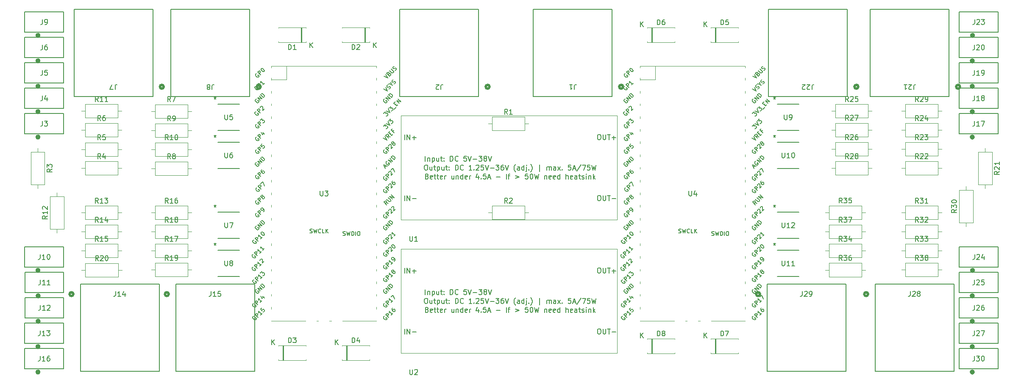
<source format=gbr>
%TF.GenerationSoftware,KiCad,Pcbnew,6.0.11+dfsg-1*%
%TF.CreationDate,2024-02-06T14:07:19+02:00*%
%TF.ProjectId,fake-platka,66616b65-2d70-46c6-9174-6b612e6b6963,rev?*%
%TF.SameCoordinates,Original*%
%TF.FileFunction,Legend,Top*%
%TF.FilePolarity,Positive*%
%FSLAX46Y46*%
G04 Gerber Fmt 4.6, Leading zero omitted, Abs format (unit mm)*
G04 Created by KiCad (PCBNEW 6.0.11+dfsg-1) date 2024-02-06 14:07:19*
%MOMM*%
%LPD*%
G01*
G04 APERTURE LIST*
%ADD10C,0.150000*%
%ADD11C,0.120000*%
%ADD12C,0.508000*%
%ADD13C,0.152400*%
G04 APERTURE END LIST*
D10*
%TO.C,D2*%
X98321904Y-42292380D02*
X98321904Y-41292380D01*
X98560000Y-41292380D01*
X98702857Y-41340000D01*
X98798095Y-41435238D01*
X98845714Y-41530476D01*
X98893333Y-41720952D01*
X98893333Y-41863809D01*
X98845714Y-42054285D01*
X98798095Y-42149523D01*
X98702857Y-42244761D01*
X98560000Y-42292380D01*
X98321904Y-42292380D01*
X99274285Y-41387619D02*
X99321904Y-41340000D01*
X99417142Y-41292380D01*
X99655238Y-41292380D01*
X99750476Y-41340000D01*
X99798095Y-41387619D01*
X99845714Y-41482857D01*
X99845714Y-41578095D01*
X99798095Y-41720952D01*
X99226666Y-42292380D01*
X99845714Y-42292380D01*
X102608095Y-41922380D02*
X102608095Y-40922380D01*
X103179523Y-41922380D02*
X102750952Y-41350952D01*
X103179523Y-40922380D02*
X102608095Y-41493809D01*
%TO.C,D7*%
X171981904Y-99582380D02*
X171981904Y-98582380D01*
X172220000Y-98582380D01*
X172362857Y-98630000D01*
X172458095Y-98725238D01*
X172505714Y-98820476D01*
X172553333Y-99010952D01*
X172553333Y-99153809D01*
X172505714Y-99344285D01*
X172458095Y-99439523D01*
X172362857Y-99534761D01*
X172220000Y-99582380D01*
X171981904Y-99582380D01*
X172886666Y-98582380D02*
X173553333Y-98582380D01*
X173124761Y-99582380D01*
X168648095Y-99952380D02*
X168648095Y-98952380D01*
X169219523Y-99952380D02*
X168790952Y-99380952D01*
X169219523Y-98952380D02*
X168648095Y-99523809D01*
%TO.C,D8*%
X159281904Y-99582380D02*
X159281904Y-98582380D01*
X159520000Y-98582380D01*
X159662857Y-98630000D01*
X159758095Y-98725238D01*
X159805714Y-98820476D01*
X159853333Y-99010952D01*
X159853333Y-99153809D01*
X159805714Y-99344285D01*
X159758095Y-99439523D01*
X159662857Y-99534761D01*
X159520000Y-99582380D01*
X159281904Y-99582380D01*
X160424761Y-99010952D02*
X160329523Y-98963333D01*
X160281904Y-98915714D01*
X160234285Y-98820476D01*
X160234285Y-98772857D01*
X160281904Y-98677619D01*
X160329523Y-98630000D01*
X160424761Y-98582380D01*
X160615238Y-98582380D01*
X160710476Y-98630000D01*
X160758095Y-98677619D01*
X160805714Y-98772857D01*
X160805714Y-98820476D01*
X160758095Y-98915714D01*
X160710476Y-98963333D01*
X160615238Y-99010952D01*
X160424761Y-99010952D01*
X160329523Y-99058571D01*
X160281904Y-99106190D01*
X160234285Y-99201428D01*
X160234285Y-99391904D01*
X160281904Y-99487142D01*
X160329523Y-99534761D01*
X160424761Y-99582380D01*
X160615238Y-99582380D01*
X160710476Y-99534761D01*
X160758095Y-99487142D01*
X160805714Y-99391904D01*
X160805714Y-99201428D01*
X160758095Y-99106190D01*
X160710476Y-99058571D01*
X160615238Y-99010952D01*
X155948095Y-99952380D02*
X155948095Y-98952380D01*
X156519523Y-99952380D02*
X156090952Y-99380952D01*
X156519523Y-98952380D02*
X155948095Y-99523809D01*
%TO.C,D5*%
X171981904Y-37352380D02*
X171981904Y-36352380D01*
X172220000Y-36352380D01*
X172362857Y-36400000D01*
X172458095Y-36495238D01*
X172505714Y-36590476D01*
X172553333Y-36780952D01*
X172553333Y-36923809D01*
X172505714Y-37114285D01*
X172458095Y-37209523D01*
X172362857Y-37304761D01*
X172220000Y-37352380D01*
X171981904Y-37352380D01*
X173458095Y-36352380D02*
X172981904Y-36352380D01*
X172934285Y-36828571D01*
X172981904Y-36780952D01*
X173077142Y-36733333D01*
X173315238Y-36733333D01*
X173410476Y-36780952D01*
X173458095Y-36828571D01*
X173505714Y-36923809D01*
X173505714Y-37161904D01*
X173458095Y-37257142D01*
X173410476Y-37304761D01*
X173315238Y-37352380D01*
X173077142Y-37352380D01*
X172981904Y-37304761D01*
X172934285Y-37257142D01*
X168648095Y-37722380D02*
X168648095Y-36722380D01*
X169219523Y-37722380D02*
X168790952Y-37150952D01*
X169219523Y-36722380D02*
X168648095Y-37293809D01*
%TO.C,D6*%
X159281904Y-37352380D02*
X159281904Y-36352380D01*
X159520000Y-36352380D01*
X159662857Y-36400000D01*
X159758095Y-36495238D01*
X159805714Y-36590476D01*
X159853333Y-36780952D01*
X159853333Y-36923809D01*
X159805714Y-37114285D01*
X159758095Y-37209523D01*
X159662857Y-37304761D01*
X159520000Y-37352380D01*
X159281904Y-37352380D01*
X160710476Y-36352380D02*
X160520000Y-36352380D01*
X160424761Y-36400000D01*
X160377142Y-36447619D01*
X160281904Y-36590476D01*
X160234285Y-36780952D01*
X160234285Y-37161904D01*
X160281904Y-37257142D01*
X160329523Y-37304761D01*
X160424761Y-37352380D01*
X160615238Y-37352380D01*
X160710476Y-37304761D01*
X160758095Y-37257142D01*
X160805714Y-37161904D01*
X160805714Y-36923809D01*
X160758095Y-36828571D01*
X160710476Y-36780952D01*
X160615238Y-36733333D01*
X160424761Y-36733333D01*
X160329523Y-36780952D01*
X160281904Y-36828571D01*
X160234285Y-36923809D01*
X155948095Y-37722380D02*
X155948095Y-36722380D01*
X156519523Y-37722380D02*
X156090952Y-37150952D01*
X156519523Y-36722380D02*
X155948095Y-37293809D01*
%TO.C,D3*%
X85621904Y-100932380D02*
X85621904Y-99932380D01*
X85860000Y-99932380D01*
X86002857Y-99980000D01*
X86098095Y-100075238D01*
X86145714Y-100170476D01*
X86193333Y-100360952D01*
X86193333Y-100503809D01*
X86145714Y-100694285D01*
X86098095Y-100789523D01*
X86002857Y-100884761D01*
X85860000Y-100932380D01*
X85621904Y-100932380D01*
X86526666Y-99932380D02*
X87145714Y-99932380D01*
X86812380Y-100313333D01*
X86955238Y-100313333D01*
X87050476Y-100360952D01*
X87098095Y-100408571D01*
X87145714Y-100503809D01*
X87145714Y-100741904D01*
X87098095Y-100837142D01*
X87050476Y-100884761D01*
X86955238Y-100932380D01*
X86669523Y-100932380D01*
X86574285Y-100884761D01*
X86526666Y-100837142D01*
X82288095Y-101302380D02*
X82288095Y-100302380D01*
X82859523Y-101302380D02*
X82430952Y-100730952D01*
X82859523Y-100302380D02*
X82288095Y-100873809D01*
%TO.C,D4*%
X98321904Y-100932380D02*
X98321904Y-99932380D01*
X98560000Y-99932380D01*
X98702857Y-99980000D01*
X98798095Y-100075238D01*
X98845714Y-100170476D01*
X98893333Y-100360952D01*
X98893333Y-100503809D01*
X98845714Y-100694285D01*
X98798095Y-100789523D01*
X98702857Y-100884761D01*
X98560000Y-100932380D01*
X98321904Y-100932380D01*
X99750476Y-100265714D02*
X99750476Y-100932380D01*
X99512380Y-99884761D02*
X99274285Y-100599047D01*
X99893333Y-100599047D01*
X94988095Y-101302380D02*
X94988095Y-100302380D01*
X95559523Y-101302380D02*
X95130952Y-100730952D01*
X95559523Y-100302380D02*
X94988095Y-100873809D01*
%TO.C,D1*%
X85621904Y-42292380D02*
X85621904Y-41292380D01*
X85860000Y-41292380D01*
X86002857Y-41340000D01*
X86098095Y-41435238D01*
X86145714Y-41530476D01*
X86193333Y-41720952D01*
X86193333Y-41863809D01*
X86145714Y-42054285D01*
X86098095Y-42149523D01*
X86002857Y-42244761D01*
X85860000Y-42292380D01*
X85621904Y-42292380D01*
X87145714Y-42292380D02*
X86574285Y-42292380D01*
X86860000Y-42292380D02*
X86860000Y-41292380D01*
X86764761Y-41435238D01*
X86669523Y-41530476D01*
X86574285Y-41578095D01*
X89908095Y-41922380D02*
X89908095Y-40922380D01*
X90479523Y-41922380D02*
X90050952Y-41350952D01*
X90479523Y-40922380D02*
X89908095Y-41493809D01*
%TO.C,R27*%
X197477142Y-56462380D02*
X197143809Y-55986190D01*
X196905714Y-56462380D02*
X196905714Y-55462380D01*
X197286666Y-55462380D01*
X197381904Y-55510000D01*
X197429523Y-55557619D01*
X197477142Y-55652857D01*
X197477142Y-55795714D01*
X197429523Y-55890952D01*
X197381904Y-55938571D01*
X197286666Y-55986190D01*
X196905714Y-55986190D01*
X197858095Y-55557619D02*
X197905714Y-55510000D01*
X198000952Y-55462380D01*
X198239047Y-55462380D01*
X198334285Y-55510000D01*
X198381904Y-55557619D01*
X198429523Y-55652857D01*
X198429523Y-55748095D01*
X198381904Y-55890952D01*
X197810476Y-56462380D01*
X198429523Y-56462380D01*
X198762857Y-55462380D02*
X199429523Y-55462380D01*
X199000952Y-56462380D01*
%TO.C,R24*%
X211447142Y-56502380D02*
X211113809Y-56026190D01*
X210875714Y-56502380D02*
X210875714Y-55502380D01*
X211256666Y-55502380D01*
X211351904Y-55550000D01*
X211399523Y-55597619D01*
X211447142Y-55692857D01*
X211447142Y-55835714D01*
X211399523Y-55930952D01*
X211351904Y-55978571D01*
X211256666Y-56026190D01*
X210875714Y-56026190D01*
X211828095Y-55597619D02*
X211875714Y-55550000D01*
X211970952Y-55502380D01*
X212209047Y-55502380D01*
X212304285Y-55550000D01*
X212351904Y-55597619D01*
X212399523Y-55692857D01*
X212399523Y-55788095D01*
X212351904Y-55930952D01*
X211780476Y-56502380D01*
X212399523Y-56502380D01*
X213256666Y-55835714D02*
X213256666Y-56502380D01*
X213018571Y-55454761D02*
X212780476Y-56169047D01*
X213399523Y-56169047D01*
%TO.C,R23*%
X211447142Y-60312380D02*
X211113809Y-59836190D01*
X210875714Y-60312380D02*
X210875714Y-59312380D01*
X211256666Y-59312380D01*
X211351904Y-59360000D01*
X211399523Y-59407619D01*
X211447142Y-59502857D01*
X211447142Y-59645714D01*
X211399523Y-59740952D01*
X211351904Y-59788571D01*
X211256666Y-59836190D01*
X210875714Y-59836190D01*
X211828095Y-59407619D02*
X211875714Y-59360000D01*
X211970952Y-59312380D01*
X212209047Y-59312380D01*
X212304285Y-59360000D01*
X212351904Y-59407619D01*
X212399523Y-59502857D01*
X212399523Y-59598095D01*
X212351904Y-59740952D01*
X211780476Y-60312380D01*
X212399523Y-60312380D01*
X212732857Y-59312380D02*
X213351904Y-59312380D01*
X213018571Y-59693333D01*
X213161428Y-59693333D01*
X213256666Y-59740952D01*
X213304285Y-59788571D01*
X213351904Y-59883809D01*
X213351904Y-60121904D01*
X213304285Y-60217142D01*
X213256666Y-60264761D01*
X213161428Y-60312380D01*
X212875714Y-60312380D01*
X212780476Y-60264761D01*
X212732857Y-60217142D01*
%TO.C,R22*%
X211447142Y-64122380D02*
X211113809Y-63646190D01*
X210875714Y-64122380D02*
X210875714Y-63122380D01*
X211256666Y-63122380D01*
X211351904Y-63170000D01*
X211399523Y-63217619D01*
X211447142Y-63312857D01*
X211447142Y-63455714D01*
X211399523Y-63550952D01*
X211351904Y-63598571D01*
X211256666Y-63646190D01*
X210875714Y-63646190D01*
X211828095Y-63217619D02*
X211875714Y-63170000D01*
X211970952Y-63122380D01*
X212209047Y-63122380D01*
X212304285Y-63170000D01*
X212351904Y-63217619D01*
X212399523Y-63312857D01*
X212399523Y-63408095D01*
X212351904Y-63550952D01*
X211780476Y-64122380D01*
X212399523Y-64122380D01*
X212780476Y-63217619D02*
X212828095Y-63170000D01*
X212923333Y-63122380D01*
X213161428Y-63122380D01*
X213256666Y-63170000D01*
X213304285Y-63217619D01*
X213351904Y-63312857D01*
X213351904Y-63408095D01*
X213304285Y-63550952D01*
X212732857Y-64122380D01*
X213351904Y-64122380D01*
%TO.C,R21*%
X227612380Y-66682857D02*
X227136190Y-67016190D01*
X227612380Y-67254285D02*
X226612380Y-67254285D01*
X226612380Y-66873333D01*
X226660000Y-66778095D01*
X226707619Y-66730476D01*
X226802857Y-66682857D01*
X226945714Y-66682857D01*
X227040952Y-66730476D01*
X227088571Y-66778095D01*
X227136190Y-66873333D01*
X227136190Y-67254285D01*
X226707619Y-66301904D02*
X226660000Y-66254285D01*
X226612380Y-66159047D01*
X226612380Y-65920952D01*
X226660000Y-65825714D01*
X226707619Y-65778095D01*
X226802857Y-65730476D01*
X226898095Y-65730476D01*
X227040952Y-65778095D01*
X227612380Y-66349523D01*
X227612380Y-65730476D01*
X227612380Y-64778095D02*
X227612380Y-65349523D01*
X227612380Y-65063809D02*
X226612380Y-65063809D01*
X226755238Y-65159047D01*
X226850476Y-65254285D01*
X226898095Y-65349523D01*
%TO.C,R3*%
X38362380Y-66206666D02*
X37886190Y-66540000D01*
X38362380Y-66778095D02*
X37362380Y-66778095D01*
X37362380Y-66397142D01*
X37410000Y-66301904D01*
X37457619Y-66254285D01*
X37552857Y-66206666D01*
X37695714Y-66206666D01*
X37790952Y-66254285D01*
X37838571Y-66301904D01*
X37886190Y-66397142D01*
X37886190Y-66778095D01*
X37362380Y-65873333D02*
X37362380Y-65254285D01*
X37743333Y-65587619D01*
X37743333Y-65444761D01*
X37790952Y-65349523D01*
X37838571Y-65301904D01*
X37933809Y-65254285D01*
X38171904Y-65254285D01*
X38267142Y-65301904D01*
X38314761Y-65349523D01*
X38362380Y-65444761D01*
X38362380Y-65730476D01*
X38314761Y-65825714D01*
X38267142Y-65873333D01*
%TO.C,R5*%
X48093333Y-60352380D02*
X47760000Y-59876190D01*
X47521904Y-60352380D02*
X47521904Y-59352380D01*
X47902857Y-59352380D01*
X47998095Y-59400000D01*
X48045714Y-59447619D01*
X48093333Y-59542857D01*
X48093333Y-59685714D01*
X48045714Y-59780952D01*
X47998095Y-59828571D01*
X47902857Y-59876190D01*
X47521904Y-59876190D01*
X48998095Y-59352380D02*
X48521904Y-59352380D01*
X48474285Y-59828571D01*
X48521904Y-59780952D01*
X48617142Y-59733333D01*
X48855238Y-59733333D01*
X48950476Y-59780952D01*
X48998095Y-59828571D01*
X49045714Y-59923809D01*
X49045714Y-60161904D01*
X48998095Y-60257142D01*
X48950476Y-60304761D01*
X48855238Y-60352380D01*
X48617142Y-60352380D01*
X48521904Y-60304761D01*
X48474285Y-60257142D01*
%TO.C,R20*%
X47662042Y-84518381D02*
X47328709Y-84042191D01*
X47090614Y-84518381D02*
X47090614Y-83518381D01*
X47471566Y-83518381D01*
X47566804Y-83566001D01*
X47614423Y-83613620D01*
X47662042Y-83708858D01*
X47662042Y-83851715D01*
X47614423Y-83946953D01*
X47566804Y-83994572D01*
X47471566Y-84042191D01*
X47090614Y-84042191D01*
X48042995Y-83613620D02*
X48090614Y-83566001D01*
X48185852Y-83518381D01*
X48423947Y-83518381D01*
X48519185Y-83566001D01*
X48566804Y-83613620D01*
X48614423Y-83708858D01*
X48614423Y-83804096D01*
X48566804Y-83946953D01*
X47995376Y-84518381D01*
X48614423Y-84518381D01*
X49233471Y-83518381D02*
X49328709Y-83518381D01*
X49423947Y-83566001D01*
X49471566Y-83613620D01*
X49519185Y-83708858D01*
X49566804Y-83899334D01*
X49566804Y-84137429D01*
X49519185Y-84327905D01*
X49471566Y-84423143D01*
X49423947Y-84470762D01*
X49328709Y-84518381D01*
X49233471Y-84518381D01*
X49138233Y-84470762D01*
X49090614Y-84423143D01*
X49042995Y-84327905D01*
X48995376Y-84137429D01*
X48995376Y-83899334D01*
X49042995Y-83708858D01*
X49090614Y-83613620D01*
X49138233Y-83566001D01*
X49233471Y-83518381D01*
%TO.C,R19*%
X61587142Y-84442380D02*
X61253809Y-83966190D01*
X61015714Y-84442380D02*
X61015714Y-83442380D01*
X61396666Y-83442380D01*
X61491904Y-83490000D01*
X61539523Y-83537619D01*
X61587142Y-83632857D01*
X61587142Y-83775714D01*
X61539523Y-83870952D01*
X61491904Y-83918571D01*
X61396666Y-83966190D01*
X61015714Y-83966190D01*
X62539523Y-84442380D02*
X61968095Y-84442380D01*
X62253809Y-84442380D02*
X62253809Y-83442380D01*
X62158571Y-83585238D01*
X62063333Y-83680476D01*
X61968095Y-83728095D01*
X63015714Y-84442380D02*
X63206190Y-84442380D01*
X63301428Y-84394761D01*
X63349047Y-84347142D01*
X63444285Y-84204285D01*
X63491904Y-84013809D01*
X63491904Y-83632857D01*
X63444285Y-83537619D01*
X63396666Y-83490000D01*
X63301428Y-83442380D01*
X63110952Y-83442380D01*
X63015714Y-83490000D01*
X62968095Y-83537619D01*
X62920476Y-83632857D01*
X62920476Y-83870952D01*
X62968095Y-83966190D01*
X63015714Y-84013809D01*
X63110952Y-84061428D01*
X63301428Y-84061428D01*
X63396666Y-84013809D01*
X63444285Y-83966190D01*
X63491904Y-83870952D01*
%TO.C,R18*%
X61587142Y-76822380D02*
X61253809Y-76346190D01*
X61015714Y-76822380D02*
X61015714Y-75822380D01*
X61396666Y-75822380D01*
X61491904Y-75870000D01*
X61539523Y-75917619D01*
X61587142Y-76012857D01*
X61587142Y-76155714D01*
X61539523Y-76250952D01*
X61491904Y-76298571D01*
X61396666Y-76346190D01*
X61015714Y-76346190D01*
X62539523Y-76822380D02*
X61968095Y-76822380D01*
X62253809Y-76822380D02*
X62253809Y-75822380D01*
X62158571Y-75965238D01*
X62063333Y-76060476D01*
X61968095Y-76108095D01*
X63110952Y-76250952D02*
X63015714Y-76203333D01*
X62968095Y-76155714D01*
X62920476Y-76060476D01*
X62920476Y-76012857D01*
X62968095Y-75917619D01*
X63015714Y-75870000D01*
X63110952Y-75822380D01*
X63301428Y-75822380D01*
X63396666Y-75870000D01*
X63444285Y-75917619D01*
X63491904Y-76012857D01*
X63491904Y-76060476D01*
X63444285Y-76155714D01*
X63396666Y-76203333D01*
X63301428Y-76250952D01*
X63110952Y-76250952D01*
X63015714Y-76298571D01*
X62968095Y-76346190D01*
X62920476Y-76441428D01*
X62920476Y-76631904D01*
X62968095Y-76727142D01*
X63015714Y-76774761D01*
X63110952Y-76822380D01*
X63301428Y-76822380D01*
X63396666Y-76774761D01*
X63444285Y-76727142D01*
X63491904Y-76631904D01*
X63491904Y-76441428D01*
X63444285Y-76346190D01*
X63396666Y-76298571D01*
X63301428Y-76250952D01*
%TO.C,R17*%
X61587142Y-80632380D02*
X61253809Y-80156190D01*
X61015714Y-80632380D02*
X61015714Y-79632380D01*
X61396666Y-79632380D01*
X61491904Y-79680000D01*
X61539523Y-79727619D01*
X61587142Y-79822857D01*
X61587142Y-79965714D01*
X61539523Y-80060952D01*
X61491904Y-80108571D01*
X61396666Y-80156190D01*
X61015714Y-80156190D01*
X62539523Y-80632380D02*
X61968095Y-80632380D01*
X62253809Y-80632380D02*
X62253809Y-79632380D01*
X62158571Y-79775238D01*
X62063333Y-79870476D01*
X61968095Y-79918095D01*
X62872857Y-79632380D02*
X63539523Y-79632380D01*
X63110952Y-80632380D01*
%TO.C,R16*%
X61587142Y-73012380D02*
X61253809Y-72536190D01*
X61015714Y-73012380D02*
X61015714Y-72012380D01*
X61396666Y-72012380D01*
X61491904Y-72060000D01*
X61539523Y-72107619D01*
X61587142Y-72202857D01*
X61587142Y-72345714D01*
X61539523Y-72440952D01*
X61491904Y-72488571D01*
X61396666Y-72536190D01*
X61015714Y-72536190D01*
X62539523Y-73012380D02*
X61968095Y-73012380D01*
X62253809Y-73012380D02*
X62253809Y-72012380D01*
X62158571Y-72155238D01*
X62063333Y-72250476D01*
X61968095Y-72298095D01*
X63396666Y-72012380D02*
X63206190Y-72012380D01*
X63110952Y-72060000D01*
X63063333Y-72107619D01*
X62968095Y-72250476D01*
X62920476Y-72440952D01*
X62920476Y-72821904D01*
X62968095Y-72917142D01*
X63015714Y-72964761D01*
X63110952Y-73012380D01*
X63301428Y-73012380D01*
X63396666Y-72964761D01*
X63444285Y-72917142D01*
X63491904Y-72821904D01*
X63491904Y-72583809D01*
X63444285Y-72488571D01*
X63396666Y-72440952D01*
X63301428Y-72393333D01*
X63110952Y-72393333D01*
X63015714Y-72440952D01*
X62968095Y-72488571D01*
X62920476Y-72583809D01*
%TO.C,R15*%
X47617142Y-80632380D02*
X47283809Y-80156190D01*
X47045714Y-80632380D02*
X47045714Y-79632380D01*
X47426666Y-79632380D01*
X47521904Y-79680000D01*
X47569523Y-79727619D01*
X47617142Y-79822857D01*
X47617142Y-79965714D01*
X47569523Y-80060952D01*
X47521904Y-80108571D01*
X47426666Y-80156190D01*
X47045714Y-80156190D01*
X48569523Y-80632380D02*
X47998095Y-80632380D01*
X48283809Y-80632380D02*
X48283809Y-79632380D01*
X48188571Y-79775238D01*
X48093333Y-79870476D01*
X47998095Y-79918095D01*
X49474285Y-79632380D02*
X48998095Y-79632380D01*
X48950476Y-80108571D01*
X48998095Y-80060952D01*
X49093333Y-80013333D01*
X49331428Y-80013333D01*
X49426666Y-80060952D01*
X49474285Y-80108571D01*
X49521904Y-80203809D01*
X49521904Y-80441904D01*
X49474285Y-80537142D01*
X49426666Y-80584761D01*
X49331428Y-80632380D01*
X49093333Y-80632380D01*
X48998095Y-80584761D01*
X48950476Y-80537142D01*
%TO.C,R14*%
X47617142Y-76822380D02*
X47283809Y-76346190D01*
X47045714Y-76822380D02*
X47045714Y-75822380D01*
X47426666Y-75822380D01*
X47521904Y-75870000D01*
X47569523Y-75917619D01*
X47617142Y-76012857D01*
X47617142Y-76155714D01*
X47569523Y-76250952D01*
X47521904Y-76298571D01*
X47426666Y-76346190D01*
X47045714Y-76346190D01*
X48569523Y-76822380D02*
X47998095Y-76822380D01*
X48283809Y-76822380D02*
X48283809Y-75822380D01*
X48188571Y-75965238D01*
X48093333Y-76060476D01*
X47998095Y-76108095D01*
X49426666Y-76155714D02*
X49426666Y-76822380D01*
X49188571Y-75774761D02*
X48950476Y-76489047D01*
X49569523Y-76489047D01*
%TO.C,R13*%
X47617142Y-73012380D02*
X47283809Y-72536190D01*
X47045714Y-73012380D02*
X47045714Y-72012380D01*
X47426666Y-72012380D01*
X47521904Y-72060000D01*
X47569523Y-72107619D01*
X47617142Y-72202857D01*
X47617142Y-72345714D01*
X47569523Y-72440952D01*
X47521904Y-72488571D01*
X47426666Y-72536190D01*
X47045714Y-72536190D01*
X48569523Y-73012380D02*
X47998095Y-73012380D01*
X48283809Y-73012380D02*
X48283809Y-72012380D01*
X48188571Y-72155238D01*
X48093333Y-72250476D01*
X47998095Y-72298095D01*
X48902857Y-72012380D02*
X49521904Y-72012380D01*
X49188571Y-72393333D01*
X49331428Y-72393333D01*
X49426666Y-72440952D01*
X49474285Y-72488571D01*
X49521904Y-72583809D01*
X49521904Y-72821904D01*
X49474285Y-72917142D01*
X49426666Y-72964761D01*
X49331428Y-73012380D01*
X49045714Y-73012380D01*
X48950476Y-72964761D01*
X48902857Y-72917142D01*
%TO.C,R12*%
X37452380Y-75572857D02*
X36976190Y-75906190D01*
X37452380Y-76144285D02*
X36452380Y-76144285D01*
X36452380Y-75763333D01*
X36500000Y-75668095D01*
X36547619Y-75620476D01*
X36642857Y-75572857D01*
X36785714Y-75572857D01*
X36880952Y-75620476D01*
X36928571Y-75668095D01*
X36976190Y-75763333D01*
X36976190Y-76144285D01*
X37452380Y-74620476D02*
X37452380Y-75191904D01*
X37452380Y-74906190D02*
X36452380Y-74906190D01*
X36595238Y-75001428D01*
X36690476Y-75096666D01*
X36738095Y-75191904D01*
X36547619Y-74239523D02*
X36500000Y-74191904D01*
X36452380Y-74096666D01*
X36452380Y-73858571D01*
X36500000Y-73763333D01*
X36547619Y-73715714D01*
X36642857Y-73668095D01*
X36738095Y-73668095D01*
X36880952Y-73715714D01*
X37452380Y-74287142D01*
X37452380Y-73668095D01*
%TO.C,R25*%
X197477142Y-52692380D02*
X197143809Y-52216190D01*
X196905714Y-52692380D02*
X196905714Y-51692380D01*
X197286666Y-51692380D01*
X197381904Y-51740000D01*
X197429523Y-51787619D01*
X197477142Y-51882857D01*
X197477142Y-52025714D01*
X197429523Y-52120952D01*
X197381904Y-52168571D01*
X197286666Y-52216190D01*
X196905714Y-52216190D01*
X197858095Y-51787619D02*
X197905714Y-51740000D01*
X198000952Y-51692380D01*
X198239047Y-51692380D01*
X198334285Y-51740000D01*
X198381904Y-51787619D01*
X198429523Y-51882857D01*
X198429523Y-51978095D01*
X198381904Y-52120952D01*
X197810476Y-52692380D01*
X198429523Y-52692380D01*
X199334285Y-51692380D02*
X198858095Y-51692380D01*
X198810476Y-52168571D01*
X198858095Y-52120952D01*
X198953333Y-52073333D01*
X199191428Y-52073333D01*
X199286666Y-52120952D01*
X199334285Y-52168571D01*
X199381904Y-52263809D01*
X199381904Y-52501904D01*
X199334285Y-52597142D01*
X199286666Y-52644761D01*
X199191428Y-52692380D01*
X198953333Y-52692380D01*
X198858095Y-52644761D01*
X198810476Y-52597142D01*
%TO.C,R6*%
X48093333Y-56502380D02*
X47760000Y-56026190D01*
X47521904Y-56502380D02*
X47521904Y-55502380D01*
X47902857Y-55502380D01*
X47998095Y-55550000D01*
X48045714Y-55597619D01*
X48093333Y-55692857D01*
X48093333Y-55835714D01*
X48045714Y-55930952D01*
X47998095Y-55978571D01*
X47902857Y-56026190D01*
X47521904Y-56026190D01*
X48950476Y-55502380D02*
X48760000Y-55502380D01*
X48664761Y-55550000D01*
X48617142Y-55597619D01*
X48521904Y-55740476D01*
X48474285Y-55930952D01*
X48474285Y-56311904D01*
X48521904Y-56407142D01*
X48569523Y-56454761D01*
X48664761Y-56502380D01*
X48855238Y-56502380D01*
X48950476Y-56454761D01*
X48998095Y-56407142D01*
X49045714Y-56311904D01*
X49045714Y-56073809D01*
X48998095Y-55978571D01*
X48950476Y-55930952D01*
X48855238Y-55883333D01*
X48664761Y-55883333D01*
X48569523Y-55930952D01*
X48521904Y-55978571D01*
X48474285Y-56073809D01*
%TO.C,R1*%
X129373333Y-55232380D02*
X129040000Y-54756190D01*
X128801904Y-55232380D02*
X128801904Y-54232380D01*
X129182857Y-54232380D01*
X129278095Y-54280000D01*
X129325714Y-54327619D01*
X129373333Y-54422857D01*
X129373333Y-54565714D01*
X129325714Y-54660952D01*
X129278095Y-54708571D01*
X129182857Y-54756190D01*
X128801904Y-54756190D01*
X130325714Y-55232380D02*
X129754285Y-55232380D01*
X130040000Y-55232380D02*
X130040000Y-54232380D01*
X129944761Y-54375238D01*
X129849523Y-54470476D01*
X129754285Y-54518095D01*
%TO.C,R38*%
X211447142Y-84442380D02*
X211113809Y-83966190D01*
X210875714Y-84442380D02*
X210875714Y-83442380D01*
X211256666Y-83442380D01*
X211351904Y-83490000D01*
X211399523Y-83537619D01*
X211447142Y-83632857D01*
X211447142Y-83775714D01*
X211399523Y-83870952D01*
X211351904Y-83918571D01*
X211256666Y-83966190D01*
X210875714Y-83966190D01*
X211780476Y-83442380D02*
X212399523Y-83442380D01*
X212066190Y-83823333D01*
X212209047Y-83823333D01*
X212304285Y-83870952D01*
X212351904Y-83918571D01*
X212399523Y-84013809D01*
X212399523Y-84251904D01*
X212351904Y-84347142D01*
X212304285Y-84394761D01*
X212209047Y-84442380D01*
X211923333Y-84442380D01*
X211828095Y-84394761D01*
X211780476Y-84347142D01*
X212970952Y-83870952D02*
X212875714Y-83823333D01*
X212828095Y-83775714D01*
X212780476Y-83680476D01*
X212780476Y-83632857D01*
X212828095Y-83537619D01*
X212875714Y-83490000D01*
X212970952Y-83442380D01*
X213161428Y-83442380D01*
X213256666Y-83490000D01*
X213304285Y-83537619D01*
X213351904Y-83632857D01*
X213351904Y-83680476D01*
X213304285Y-83775714D01*
X213256666Y-83823333D01*
X213161428Y-83870952D01*
X212970952Y-83870952D01*
X212875714Y-83918571D01*
X212828095Y-83966190D01*
X212780476Y-84061428D01*
X212780476Y-84251904D01*
X212828095Y-84347142D01*
X212875714Y-84394761D01*
X212970952Y-84442380D01*
X213161428Y-84442380D01*
X213256666Y-84394761D01*
X213304285Y-84347142D01*
X213351904Y-84251904D01*
X213351904Y-84061428D01*
X213304285Y-83966190D01*
X213256666Y-83918571D01*
X213161428Y-83870952D01*
%TO.C,R37*%
X196207142Y-76822380D02*
X195873809Y-76346190D01*
X195635714Y-76822380D02*
X195635714Y-75822380D01*
X196016666Y-75822380D01*
X196111904Y-75870000D01*
X196159523Y-75917619D01*
X196207142Y-76012857D01*
X196207142Y-76155714D01*
X196159523Y-76250952D01*
X196111904Y-76298571D01*
X196016666Y-76346190D01*
X195635714Y-76346190D01*
X196540476Y-75822380D02*
X197159523Y-75822380D01*
X196826190Y-76203333D01*
X196969047Y-76203333D01*
X197064285Y-76250952D01*
X197111904Y-76298571D01*
X197159523Y-76393809D01*
X197159523Y-76631904D01*
X197111904Y-76727142D01*
X197064285Y-76774761D01*
X196969047Y-76822380D01*
X196683333Y-76822380D01*
X196588095Y-76774761D01*
X196540476Y-76727142D01*
X197492857Y-75822380D02*
X198159523Y-75822380D01*
X197730952Y-76822380D01*
%TO.C,R36*%
X196207142Y-84462380D02*
X195873809Y-83986190D01*
X195635714Y-84462380D02*
X195635714Y-83462380D01*
X196016666Y-83462380D01*
X196111904Y-83510000D01*
X196159523Y-83557619D01*
X196207142Y-83652857D01*
X196207142Y-83795714D01*
X196159523Y-83890952D01*
X196111904Y-83938571D01*
X196016666Y-83986190D01*
X195635714Y-83986190D01*
X196540476Y-83462380D02*
X197159523Y-83462380D01*
X196826190Y-83843333D01*
X196969047Y-83843333D01*
X197064285Y-83890952D01*
X197111904Y-83938571D01*
X197159523Y-84033809D01*
X197159523Y-84271904D01*
X197111904Y-84367142D01*
X197064285Y-84414761D01*
X196969047Y-84462380D01*
X196683333Y-84462380D01*
X196588095Y-84414761D01*
X196540476Y-84367142D01*
X198016666Y-83462380D02*
X197826190Y-83462380D01*
X197730952Y-83510000D01*
X197683333Y-83557619D01*
X197588095Y-83700476D01*
X197540476Y-83890952D01*
X197540476Y-84271904D01*
X197588095Y-84367142D01*
X197635714Y-84414761D01*
X197730952Y-84462380D01*
X197921428Y-84462380D01*
X198016666Y-84414761D01*
X198064285Y-84367142D01*
X198111904Y-84271904D01*
X198111904Y-84033809D01*
X198064285Y-83938571D01*
X198016666Y-83890952D01*
X197921428Y-83843333D01*
X197730952Y-83843333D01*
X197635714Y-83890952D01*
X197588095Y-83938571D01*
X197540476Y-84033809D01*
%TO.C,R35*%
X196207142Y-72992380D02*
X195873809Y-72516190D01*
X195635714Y-72992380D02*
X195635714Y-71992380D01*
X196016666Y-71992380D01*
X196111904Y-72040000D01*
X196159523Y-72087619D01*
X196207142Y-72182857D01*
X196207142Y-72325714D01*
X196159523Y-72420952D01*
X196111904Y-72468571D01*
X196016666Y-72516190D01*
X195635714Y-72516190D01*
X196540476Y-71992380D02*
X197159523Y-71992380D01*
X196826190Y-72373333D01*
X196969047Y-72373333D01*
X197064285Y-72420952D01*
X197111904Y-72468571D01*
X197159523Y-72563809D01*
X197159523Y-72801904D01*
X197111904Y-72897142D01*
X197064285Y-72944761D01*
X196969047Y-72992380D01*
X196683333Y-72992380D01*
X196588095Y-72944761D01*
X196540476Y-72897142D01*
X198064285Y-71992380D02*
X197588095Y-71992380D01*
X197540476Y-72468571D01*
X197588095Y-72420952D01*
X197683333Y-72373333D01*
X197921428Y-72373333D01*
X198016666Y-72420952D01*
X198064285Y-72468571D01*
X198111904Y-72563809D01*
X198111904Y-72801904D01*
X198064285Y-72897142D01*
X198016666Y-72944761D01*
X197921428Y-72992380D01*
X197683333Y-72992380D01*
X197588095Y-72944761D01*
X197540476Y-72897142D01*
%TO.C,R34*%
X196207142Y-80632380D02*
X195873809Y-80156190D01*
X195635714Y-80632380D02*
X195635714Y-79632380D01*
X196016666Y-79632380D01*
X196111904Y-79680000D01*
X196159523Y-79727619D01*
X196207142Y-79822857D01*
X196207142Y-79965714D01*
X196159523Y-80060952D01*
X196111904Y-80108571D01*
X196016666Y-80156190D01*
X195635714Y-80156190D01*
X196540476Y-79632380D02*
X197159523Y-79632380D01*
X196826190Y-80013333D01*
X196969047Y-80013333D01*
X197064285Y-80060952D01*
X197111904Y-80108571D01*
X197159523Y-80203809D01*
X197159523Y-80441904D01*
X197111904Y-80537142D01*
X197064285Y-80584761D01*
X196969047Y-80632380D01*
X196683333Y-80632380D01*
X196588095Y-80584761D01*
X196540476Y-80537142D01*
X198016666Y-79965714D02*
X198016666Y-80632380D01*
X197778571Y-79584761D02*
X197540476Y-80299047D01*
X198159523Y-80299047D01*
%TO.C,R33*%
X211447142Y-80632380D02*
X211113809Y-80156190D01*
X210875714Y-80632380D02*
X210875714Y-79632380D01*
X211256666Y-79632380D01*
X211351904Y-79680000D01*
X211399523Y-79727619D01*
X211447142Y-79822857D01*
X211447142Y-79965714D01*
X211399523Y-80060952D01*
X211351904Y-80108571D01*
X211256666Y-80156190D01*
X210875714Y-80156190D01*
X211780476Y-79632380D02*
X212399523Y-79632380D01*
X212066190Y-80013333D01*
X212209047Y-80013333D01*
X212304285Y-80060952D01*
X212351904Y-80108571D01*
X212399523Y-80203809D01*
X212399523Y-80441904D01*
X212351904Y-80537142D01*
X212304285Y-80584761D01*
X212209047Y-80632380D01*
X211923333Y-80632380D01*
X211828095Y-80584761D01*
X211780476Y-80537142D01*
X212732857Y-79632380D02*
X213351904Y-79632380D01*
X213018571Y-80013333D01*
X213161428Y-80013333D01*
X213256666Y-80060952D01*
X213304285Y-80108571D01*
X213351904Y-80203809D01*
X213351904Y-80441904D01*
X213304285Y-80537142D01*
X213256666Y-80584761D01*
X213161428Y-80632380D01*
X212875714Y-80632380D01*
X212780476Y-80584761D01*
X212732857Y-80537142D01*
%TO.C,R32*%
X211447142Y-76822380D02*
X211113809Y-76346190D01*
X210875714Y-76822380D02*
X210875714Y-75822380D01*
X211256666Y-75822380D01*
X211351904Y-75870000D01*
X211399523Y-75917619D01*
X211447142Y-76012857D01*
X211447142Y-76155714D01*
X211399523Y-76250952D01*
X211351904Y-76298571D01*
X211256666Y-76346190D01*
X210875714Y-76346190D01*
X211780476Y-75822380D02*
X212399523Y-75822380D01*
X212066190Y-76203333D01*
X212209047Y-76203333D01*
X212304285Y-76250952D01*
X212351904Y-76298571D01*
X212399523Y-76393809D01*
X212399523Y-76631904D01*
X212351904Y-76727142D01*
X212304285Y-76774761D01*
X212209047Y-76822380D01*
X211923333Y-76822380D01*
X211828095Y-76774761D01*
X211780476Y-76727142D01*
X212780476Y-75917619D02*
X212828095Y-75870000D01*
X212923333Y-75822380D01*
X213161428Y-75822380D01*
X213256666Y-75870000D01*
X213304285Y-75917619D01*
X213351904Y-76012857D01*
X213351904Y-76108095D01*
X213304285Y-76250952D01*
X212732857Y-76822380D01*
X213351904Y-76822380D01*
%TO.C,R31*%
X211447142Y-73012380D02*
X211113809Y-72536190D01*
X210875714Y-73012380D02*
X210875714Y-72012380D01*
X211256666Y-72012380D01*
X211351904Y-72060000D01*
X211399523Y-72107619D01*
X211447142Y-72202857D01*
X211447142Y-72345714D01*
X211399523Y-72440952D01*
X211351904Y-72488571D01*
X211256666Y-72536190D01*
X210875714Y-72536190D01*
X211780476Y-72012380D02*
X212399523Y-72012380D01*
X212066190Y-72393333D01*
X212209047Y-72393333D01*
X212304285Y-72440952D01*
X212351904Y-72488571D01*
X212399523Y-72583809D01*
X212399523Y-72821904D01*
X212351904Y-72917142D01*
X212304285Y-72964761D01*
X212209047Y-73012380D01*
X211923333Y-73012380D01*
X211828095Y-72964761D01*
X211780476Y-72917142D01*
X213351904Y-73012380D02*
X212780476Y-73012380D01*
X213066190Y-73012380D02*
X213066190Y-72012380D01*
X212970952Y-72155238D01*
X212875714Y-72250476D01*
X212780476Y-72298095D01*
%TO.C,R26*%
X197477142Y-60312380D02*
X197143809Y-59836190D01*
X196905714Y-60312380D02*
X196905714Y-59312380D01*
X197286666Y-59312380D01*
X197381904Y-59360000D01*
X197429523Y-59407619D01*
X197477142Y-59502857D01*
X197477142Y-59645714D01*
X197429523Y-59740952D01*
X197381904Y-59788571D01*
X197286666Y-59836190D01*
X196905714Y-59836190D01*
X197858095Y-59407619D02*
X197905714Y-59360000D01*
X198000952Y-59312380D01*
X198239047Y-59312380D01*
X198334285Y-59360000D01*
X198381904Y-59407619D01*
X198429523Y-59502857D01*
X198429523Y-59598095D01*
X198381904Y-59740952D01*
X197810476Y-60312380D01*
X198429523Y-60312380D01*
X199286666Y-59312380D02*
X199096190Y-59312380D01*
X199000952Y-59360000D01*
X198953333Y-59407619D01*
X198858095Y-59550476D01*
X198810476Y-59740952D01*
X198810476Y-60121904D01*
X198858095Y-60217142D01*
X198905714Y-60264761D01*
X199000952Y-60312380D01*
X199191428Y-60312380D01*
X199286666Y-60264761D01*
X199334285Y-60217142D01*
X199381904Y-60121904D01*
X199381904Y-59883809D01*
X199334285Y-59788571D01*
X199286666Y-59740952D01*
X199191428Y-59693333D01*
X199000952Y-59693333D01*
X198905714Y-59740952D01*
X198858095Y-59788571D01*
X198810476Y-59883809D01*
%TO.C,R7*%
X62063333Y-52732380D02*
X61730000Y-52256190D01*
X61491904Y-52732380D02*
X61491904Y-51732380D01*
X61872857Y-51732380D01*
X61968095Y-51780000D01*
X62015714Y-51827619D01*
X62063333Y-51922857D01*
X62063333Y-52065714D01*
X62015714Y-52160952D01*
X61968095Y-52208571D01*
X61872857Y-52256190D01*
X61491904Y-52256190D01*
X62396666Y-51732380D02*
X63063333Y-51732380D01*
X62634761Y-52732380D01*
%TO.C,R2*%
X129373333Y-73012380D02*
X129040000Y-72536190D01*
X128801904Y-73012380D02*
X128801904Y-72012380D01*
X129182857Y-72012380D01*
X129278095Y-72060000D01*
X129325714Y-72107619D01*
X129373333Y-72202857D01*
X129373333Y-72345714D01*
X129325714Y-72440952D01*
X129278095Y-72488571D01*
X129182857Y-72536190D01*
X128801904Y-72536190D01*
X129754285Y-72107619D02*
X129801904Y-72060000D01*
X129897142Y-72012380D01*
X130135238Y-72012380D01*
X130230476Y-72060000D01*
X130278095Y-72107619D01*
X130325714Y-72202857D01*
X130325714Y-72298095D01*
X130278095Y-72440952D01*
X129706666Y-73012380D01*
X130325714Y-73012380D01*
%TO.C,R8*%
X62063333Y-64162380D02*
X61730000Y-63686190D01*
X61491904Y-64162380D02*
X61491904Y-63162380D01*
X61872857Y-63162380D01*
X61968095Y-63210000D01*
X62015714Y-63257619D01*
X62063333Y-63352857D01*
X62063333Y-63495714D01*
X62015714Y-63590952D01*
X61968095Y-63638571D01*
X61872857Y-63686190D01*
X61491904Y-63686190D01*
X62634761Y-63590952D02*
X62539523Y-63543333D01*
X62491904Y-63495714D01*
X62444285Y-63400476D01*
X62444285Y-63352857D01*
X62491904Y-63257619D01*
X62539523Y-63210000D01*
X62634761Y-63162380D01*
X62825238Y-63162380D01*
X62920476Y-63210000D01*
X62968095Y-63257619D01*
X63015714Y-63352857D01*
X63015714Y-63400476D01*
X62968095Y-63495714D01*
X62920476Y-63543333D01*
X62825238Y-63590952D01*
X62634761Y-63590952D01*
X62539523Y-63638571D01*
X62491904Y-63686190D01*
X62444285Y-63781428D01*
X62444285Y-63971904D01*
X62491904Y-64067142D01*
X62539523Y-64114761D01*
X62634761Y-64162380D01*
X62825238Y-64162380D01*
X62920476Y-64114761D01*
X62968095Y-64067142D01*
X63015714Y-63971904D01*
X63015714Y-63781428D01*
X62968095Y-63686190D01*
X62920476Y-63638571D01*
X62825238Y-63590952D01*
%TO.C,R9*%
X62063333Y-56562380D02*
X61730000Y-56086190D01*
X61491904Y-56562380D02*
X61491904Y-55562380D01*
X61872857Y-55562380D01*
X61968095Y-55610000D01*
X62015714Y-55657619D01*
X62063333Y-55752857D01*
X62063333Y-55895714D01*
X62015714Y-55990952D01*
X61968095Y-56038571D01*
X61872857Y-56086190D01*
X61491904Y-56086190D01*
X62539523Y-56562380D02*
X62730000Y-56562380D01*
X62825238Y-56514761D01*
X62872857Y-56467142D01*
X62968095Y-56324285D01*
X63015714Y-56133809D01*
X63015714Y-55752857D01*
X62968095Y-55657619D01*
X62920476Y-55610000D01*
X62825238Y-55562380D01*
X62634761Y-55562380D01*
X62539523Y-55610000D01*
X62491904Y-55657619D01*
X62444285Y-55752857D01*
X62444285Y-55990952D01*
X62491904Y-56086190D01*
X62539523Y-56133809D01*
X62634761Y-56181428D01*
X62825238Y-56181428D01*
X62920476Y-56133809D01*
X62968095Y-56086190D01*
X63015714Y-55990952D01*
%TO.C,R10*%
X61587142Y-60352380D02*
X61253809Y-59876190D01*
X61015714Y-60352380D02*
X61015714Y-59352380D01*
X61396666Y-59352380D01*
X61491904Y-59400000D01*
X61539523Y-59447619D01*
X61587142Y-59542857D01*
X61587142Y-59685714D01*
X61539523Y-59780952D01*
X61491904Y-59828571D01*
X61396666Y-59876190D01*
X61015714Y-59876190D01*
X62539523Y-60352380D02*
X61968095Y-60352380D01*
X62253809Y-60352380D02*
X62253809Y-59352380D01*
X62158571Y-59495238D01*
X62063333Y-59590476D01*
X61968095Y-59638095D01*
X63158571Y-59352380D02*
X63253809Y-59352380D01*
X63349047Y-59400000D01*
X63396666Y-59447619D01*
X63444285Y-59542857D01*
X63491904Y-59733333D01*
X63491904Y-59971428D01*
X63444285Y-60161904D01*
X63396666Y-60257142D01*
X63349047Y-60304761D01*
X63253809Y-60352380D01*
X63158571Y-60352380D01*
X63063333Y-60304761D01*
X63015714Y-60257142D01*
X62968095Y-60161904D01*
X62920476Y-59971428D01*
X62920476Y-59733333D01*
X62968095Y-59542857D01*
X63015714Y-59447619D01*
X63063333Y-59400000D01*
X63158571Y-59352380D01*
%TO.C,R11*%
X47617142Y-52692380D02*
X47283809Y-52216190D01*
X47045714Y-52692380D02*
X47045714Y-51692380D01*
X47426666Y-51692380D01*
X47521904Y-51740000D01*
X47569523Y-51787619D01*
X47617142Y-51882857D01*
X47617142Y-52025714D01*
X47569523Y-52120952D01*
X47521904Y-52168571D01*
X47426666Y-52216190D01*
X47045714Y-52216190D01*
X48569523Y-52692380D02*
X47998095Y-52692380D01*
X48283809Y-52692380D02*
X48283809Y-51692380D01*
X48188571Y-51835238D01*
X48093333Y-51930476D01*
X47998095Y-51978095D01*
X49521904Y-52692380D02*
X48950476Y-52692380D01*
X49236190Y-52692380D02*
X49236190Y-51692380D01*
X49140952Y-51835238D01*
X49045714Y-51930476D01*
X48950476Y-51978095D01*
%TO.C,R4*%
X48093333Y-64122380D02*
X47760000Y-63646190D01*
X47521904Y-64122380D02*
X47521904Y-63122380D01*
X47902857Y-63122380D01*
X47998095Y-63170000D01*
X48045714Y-63217619D01*
X48093333Y-63312857D01*
X48093333Y-63455714D01*
X48045714Y-63550952D01*
X47998095Y-63598571D01*
X47902857Y-63646190D01*
X47521904Y-63646190D01*
X48950476Y-63455714D02*
X48950476Y-64122380D01*
X48712380Y-63074761D02*
X48474285Y-63789047D01*
X49093333Y-63789047D01*
%TO.C,R29*%
X211447142Y-52692380D02*
X211113809Y-52216190D01*
X210875714Y-52692380D02*
X210875714Y-51692380D01*
X211256666Y-51692380D01*
X211351904Y-51740000D01*
X211399523Y-51787619D01*
X211447142Y-51882857D01*
X211447142Y-52025714D01*
X211399523Y-52120952D01*
X211351904Y-52168571D01*
X211256666Y-52216190D01*
X210875714Y-52216190D01*
X211828095Y-51787619D02*
X211875714Y-51740000D01*
X211970952Y-51692380D01*
X212209047Y-51692380D01*
X212304285Y-51740000D01*
X212351904Y-51787619D01*
X212399523Y-51882857D01*
X212399523Y-51978095D01*
X212351904Y-52120952D01*
X211780476Y-52692380D01*
X212399523Y-52692380D01*
X212875714Y-52692380D02*
X213066190Y-52692380D01*
X213161428Y-52644761D01*
X213209047Y-52597142D01*
X213304285Y-52454285D01*
X213351904Y-52263809D01*
X213351904Y-51882857D01*
X213304285Y-51787619D01*
X213256666Y-51740000D01*
X213161428Y-51692380D01*
X212970952Y-51692380D01*
X212875714Y-51740000D01*
X212828095Y-51787619D01*
X212780476Y-51882857D01*
X212780476Y-52120952D01*
X212828095Y-52216190D01*
X212875714Y-52263809D01*
X212970952Y-52311428D01*
X213161428Y-52311428D01*
X213256666Y-52263809D01*
X213304285Y-52216190D01*
X213351904Y-52120952D01*
%TO.C,R28*%
X197477142Y-64122380D02*
X197143809Y-63646190D01*
X196905714Y-64122380D02*
X196905714Y-63122380D01*
X197286666Y-63122380D01*
X197381904Y-63170000D01*
X197429523Y-63217619D01*
X197477142Y-63312857D01*
X197477142Y-63455714D01*
X197429523Y-63550952D01*
X197381904Y-63598571D01*
X197286666Y-63646190D01*
X196905714Y-63646190D01*
X197858095Y-63217619D02*
X197905714Y-63170000D01*
X198000952Y-63122380D01*
X198239047Y-63122380D01*
X198334285Y-63170000D01*
X198381904Y-63217619D01*
X198429523Y-63312857D01*
X198429523Y-63408095D01*
X198381904Y-63550952D01*
X197810476Y-64122380D01*
X198429523Y-64122380D01*
X199000952Y-63550952D02*
X198905714Y-63503333D01*
X198858095Y-63455714D01*
X198810476Y-63360476D01*
X198810476Y-63312857D01*
X198858095Y-63217619D01*
X198905714Y-63170000D01*
X199000952Y-63122380D01*
X199191428Y-63122380D01*
X199286666Y-63170000D01*
X199334285Y-63217619D01*
X199381904Y-63312857D01*
X199381904Y-63360476D01*
X199334285Y-63455714D01*
X199286666Y-63503333D01*
X199191428Y-63550952D01*
X199000952Y-63550952D01*
X198905714Y-63598571D01*
X198858095Y-63646190D01*
X198810476Y-63741428D01*
X198810476Y-63931904D01*
X198858095Y-64027142D01*
X198905714Y-64074761D01*
X199000952Y-64122380D01*
X199191428Y-64122380D01*
X199286666Y-64074761D01*
X199334285Y-64027142D01*
X199381904Y-63931904D01*
X199381904Y-63741428D01*
X199334285Y-63646190D01*
X199286666Y-63598571D01*
X199191428Y-63550952D01*
%TO.C,R30*%
X219062380Y-74302857D02*
X218586190Y-74636190D01*
X219062380Y-74874285D02*
X218062380Y-74874285D01*
X218062380Y-74493333D01*
X218110000Y-74398095D01*
X218157619Y-74350476D01*
X218252857Y-74302857D01*
X218395714Y-74302857D01*
X218490952Y-74350476D01*
X218538571Y-74398095D01*
X218586190Y-74493333D01*
X218586190Y-74874285D01*
X218062380Y-73969523D02*
X218062380Y-73350476D01*
X218443333Y-73683809D01*
X218443333Y-73540952D01*
X218490952Y-73445714D01*
X218538571Y-73398095D01*
X218633809Y-73350476D01*
X218871904Y-73350476D01*
X218967142Y-73398095D01*
X219014761Y-73445714D01*
X219062380Y-73540952D01*
X219062380Y-73826666D01*
X219014761Y-73921904D01*
X218967142Y-73969523D01*
X218062380Y-72731428D02*
X218062380Y-72636190D01*
X218110000Y-72540952D01*
X218157619Y-72493333D01*
X218252857Y-72445714D01*
X218443333Y-72398095D01*
X218681428Y-72398095D01*
X218871904Y-72445714D01*
X218967142Y-72493333D01*
X219014761Y-72540952D01*
X219062380Y-72636190D01*
X219062380Y-72731428D01*
X219014761Y-72826666D01*
X218967142Y-72874285D01*
X218871904Y-72921904D01*
X218681428Y-72969523D01*
X218443333Y-72969523D01*
X218252857Y-72921904D01*
X218157619Y-72874285D01*
X218110000Y-72826666D01*
X218062380Y-72731428D01*
%TO.C,J11*%
X36040476Y-88352380D02*
X36040476Y-89066666D01*
X35992857Y-89209523D01*
X35897619Y-89304761D01*
X35754761Y-89352380D01*
X35659523Y-89352380D01*
X37040476Y-89352380D02*
X36469047Y-89352380D01*
X36754761Y-89352380D02*
X36754761Y-88352380D01*
X36659523Y-88495238D01*
X36564285Y-88590476D01*
X36469047Y-88638095D01*
X37992857Y-89352380D02*
X37421428Y-89352380D01*
X37707142Y-89352380D02*
X37707142Y-88352380D01*
X37611904Y-88495238D01*
X37516666Y-88590476D01*
X37421428Y-88638095D01*
%TO.C,J12*%
X36040476Y-93432380D02*
X36040476Y-94146666D01*
X35992857Y-94289523D01*
X35897619Y-94384761D01*
X35754761Y-94432380D01*
X35659523Y-94432380D01*
X37040476Y-94432380D02*
X36469047Y-94432380D01*
X36754761Y-94432380D02*
X36754761Y-93432380D01*
X36659523Y-93575238D01*
X36564285Y-93670476D01*
X36469047Y-93718095D01*
X37421428Y-93527619D02*
X37469047Y-93480000D01*
X37564285Y-93432380D01*
X37802380Y-93432380D01*
X37897619Y-93480000D01*
X37945238Y-93527619D01*
X37992857Y-93622857D01*
X37992857Y-93718095D01*
X37945238Y-93860952D01*
X37373809Y-94432380D01*
X37992857Y-94432380D01*
%TO.C,J10*%
X36000476Y-83262380D02*
X36000476Y-83976666D01*
X35952857Y-84119523D01*
X35857619Y-84214761D01*
X35714761Y-84262380D01*
X35619523Y-84262380D01*
X37000476Y-84262380D02*
X36429047Y-84262380D01*
X36714761Y-84262380D02*
X36714761Y-83262380D01*
X36619523Y-83405238D01*
X36524285Y-83500476D01*
X36429047Y-83548095D01*
X37619523Y-83262380D02*
X37714761Y-83262380D01*
X37810000Y-83310000D01*
X37857619Y-83357619D01*
X37905238Y-83452857D01*
X37952857Y-83643333D01*
X37952857Y-83881428D01*
X37905238Y-84071904D01*
X37857619Y-84167142D01*
X37810000Y-84214761D01*
X37714761Y-84262380D01*
X37619523Y-84262380D01*
X37524285Y-84214761D01*
X37476666Y-84167142D01*
X37429047Y-84071904D01*
X37381428Y-83881428D01*
X37381428Y-83643333D01*
X37429047Y-83452857D01*
X37476666Y-83357619D01*
X37524285Y-83310000D01*
X37619523Y-83262380D01*
%TO.C,J13*%
X36000476Y-98512380D02*
X36000476Y-99226666D01*
X35952857Y-99369523D01*
X35857619Y-99464761D01*
X35714761Y-99512380D01*
X35619523Y-99512380D01*
X37000476Y-99512380D02*
X36429047Y-99512380D01*
X36714761Y-99512380D02*
X36714761Y-98512380D01*
X36619523Y-98655238D01*
X36524285Y-98750476D01*
X36429047Y-98798095D01*
X37333809Y-98512380D02*
X37952857Y-98512380D01*
X37619523Y-98893333D01*
X37762380Y-98893333D01*
X37857619Y-98940952D01*
X37905238Y-98988571D01*
X37952857Y-99083809D01*
X37952857Y-99321904D01*
X37905238Y-99417142D01*
X37857619Y-99464761D01*
X37762380Y-99512380D01*
X37476666Y-99512380D01*
X37381428Y-99464761D01*
X37333809Y-99417142D01*
%TO.C,J9*%
X36476666Y-36282380D02*
X36476666Y-36996666D01*
X36429047Y-37139523D01*
X36333809Y-37234761D01*
X36190952Y-37282380D01*
X36095714Y-37282380D01*
X37000476Y-37282380D02*
X37190952Y-37282380D01*
X37286190Y-37234761D01*
X37333809Y-37187142D01*
X37429047Y-37044285D01*
X37476666Y-36853809D01*
X37476666Y-36472857D01*
X37429047Y-36377619D01*
X37381428Y-36330000D01*
X37286190Y-36282380D01*
X37095714Y-36282380D01*
X37000476Y-36330000D01*
X36952857Y-36377619D01*
X36905238Y-36472857D01*
X36905238Y-36710952D01*
X36952857Y-36806190D01*
X37000476Y-36853809D01*
X37095714Y-36901428D01*
X37286190Y-36901428D01*
X37381428Y-36853809D01*
X37429047Y-36806190D01*
X37476666Y-36710952D01*
%TO.C,J16*%
X36000476Y-103592380D02*
X36000476Y-104306666D01*
X35952857Y-104449523D01*
X35857619Y-104544761D01*
X35714761Y-104592380D01*
X35619523Y-104592380D01*
X37000476Y-104592380D02*
X36429047Y-104592380D01*
X36714761Y-104592380D02*
X36714761Y-103592380D01*
X36619523Y-103735238D01*
X36524285Y-103830476D01*
X36429047Y-103878095D01*
X37857619Y-103592380D02*
X37667142Y-103592380D01*
X37571904Y-103640000D01*
X37524285Y-103687619D01*
X37429047Y-103830476D01*
X37381428Y-104020952D01*
X37381428Y-104401904D01*
X37429047Y-104497142D01*
X37476666Y-104544761D01*
X37571904Y-104592380D01*
X37762380Y-104592380D01*
X37857619Y-104544761D01*
X37905238Y-104497142D01*
X37952857Y-104401904D01*
X37952857Y-104163809D01*
X37905238Y-104068571D01*
X37857619Y-104020952D01*
X37762380Y-103973333D01*
X37571904Y-103973333D01*
X37476666Y-104020952D01*
X37429047Y-104068571D01*
X37381428Y-104163809D01*
%TO.C,J20*%
X222650476Y-41362380D02*
X222650476Y-42076666D01*
X222602857Y-42219523D01*
X222507619Y-42314761D01*
X222364761Y-42362380D01*
X222269523Y-42362380D01*
X223079047Y-41457619D02*
X223126666Y-41410000D01*
X223221904Y-41362380D01*
X223460000Y-41362380D01*
X223555238Y-41410000D01*
X223602857Y-41457619D01*
X223650476Y-41552857D01*
X223650476Y-41648095D01*
X223602857Y-41790952D01*
X223031428Y-42362380D01*
X223650476Y-42362380D01*
X224269523Y-41362380D02*
X224364761Y-41362380D01*
X224460000Y-41410000D01*
X224507619Y-41457619D01*
X224555238Y-41552857D01*
X224602857Y-41743333D01*
X224602857Y-41981428D01*
X224555238Y-42171904D01*
X224507619Y-42267142D01*
X224460000Y-42314761D01*
X224364761Y-42362380D01*
X224269523Y-42362380D01*
X224174285Y-42314761D01*
X224126666Y-42267142D01*
X224079047Y-42171904D01*
X224031428Y-41981428D01*
X224031428Y-41743333D01*
X224079047Y-41552857D01*
X224126666Y-41457619D01*
X224174285Y-41410000D01*
X224269523Y-41362380D01*
%TO.C,J30*%
X222650476Y-103592380D02*
X222650476Y-104306666D01*
X222602857Y-104449523D01*
X222507619Y-104544761D01*
X222364761Y-104592380D01*
X222269523Y-104592380D01*
X223031428Y-103592380D02*
X223650476Y-103592380D01*
X223317142Y-103973333D01*
X223460000Y-103973333D01*
X223555238Y-104020952D01*
X223602857Y-104068571D01*
X223650476Y-104163809D01*
X223650476Y-104401904D01*
X223602857Y-104497142D01*
X223555238Y-104544761D01*
X223460000Y-104592380D01*
X223174285Y-104592380D01*
X223079047Y-104544761D01*
X223031428Y-104497142D01*
X224269523Y-103592380D02*
X224364761Y-103592380D01*
X224460000Y-103640000D01*
X224507619Y-103687619D01*
X224555238Y-103782857D01*
X224602857Y-103973333D01*
X224602857Y-104211428D01*
X224555238Y-104401904D01*
X224507619Y-104497142D01*
X224460000Y-104544761D01*
X224364761Y-104592380D01*
X224269523Y-104592380D01*
X224174285Y-104544761D01*
X224126666Y-104497142D01*
X224079047Y-104401904D01*
X224031428Y-104211428D01*
X224031428Y-103973333D01*
X224079047Y-103782857D01*
X224126666Y-103687619D01*
X224174285Y-103640000D01*
X224269523Y-103592380D01*
%TO.C,J6*%
X36476666Y-41362380D02*
X36476666Y-42076666D01*
X36429047Y-42219523D01*
X36333809Y-42314761D01*
X36190952Y-42362380D01*
X36095714Y-42362380D01*
X37381428Y-41362380D02*
X37190952Y-41362380D01*
X37095714Y-41410000D01*
X37048095Y-41457619D01*
X36952857Y-41600476D01*
X36905238Y-41790952D01*
X36905238Y-42171904D01*
X36952857Y-42267142D01*
X37000476Y-42314761D01*
X37095714Y-42362380D01*
X37286190Y-42362380D01*
X37381428Y-42314761D01*
X37429047Y-42267142D01*
X37476666Y-42171904D01*
X37476666Y-41933809D01*
X37429047Y-41838571D01*
X37381428Y-41790952D01*
X37286190Y-41743333D01*
X37095714Y-41743333D01*
X37000476Y-41790952D01*
X36952857Y-41838571D01*
X36905238Y-41933809D01*
%TO.C,J17*%
X222650476Y-56602380D02*
X222650476Y-57316666D01*
X222602857Y-57459523D01*
X222507619Y-57554761D01*
X222364761Y-57602380D01*
X222269523Y-57602380D01*
X223650476Y-57602380D02*
X223079047Y-57602380D01*
X223364761Y-57602380D02*
X223364761Y-56602380D01*
X223269523Y-56745238D01*
X223174285Y-56840476D01*
X223079047Y-56888095D01*
X223983809Y-56602380D02*
X224650476Y-56602380D01*
X224221904Y-57602380D01*
%TO.C,J18*%
X222650476Y-51522380D02*
X222650476Y-52236666D01*
X222602857Y-52379523D01*
X222507619Y-52474761D01*
X222364761Y-52522380D01*
X222269523Y-52522380D01*
X223650476Y-52522380D02*
X223079047Y-52522380D01*
X223364761Y-52522380D02*
X223364761Y-51522380D01*
X223269523Y-51665238D01*
X223174285Y-51760476D01*
X223079047Y-51808095D01*
X224221904Y-51950952D02*
X224126666Y-51903333D01*
X224079047Y-51855714D01*
X224031428Y-51760476D01*
X224031428Y-51712857D01*
X224079047Y-51617619D01*
X224126666Y-51570000D01*
X224221904Y-51522380D01*
X224412380Y-51522380D01*
X224507619Y-51570000D01*
X224555238Y-51617619D01*
X224602857Y-51712857D01*
X224602857Y-51760476D01*
X224555238Y-51855714D01*
X224507619Y-51903333D01*
X224412380Y-51950952D01*
X224221904Y-51950952D01*
X224126666Y-51998571D01*
X224079047Y-52046190D01*
X224031428Y-52141428D01*
X224031428Y-52331904D01*
X224079047Y-52427142D01*
X224126666Y-52474761D01*
X224221904Y-52522380D01*
X224412380Y-52522380D01*
X224507619Y-52474761D01*
X224555238Y-52427142D01*
X224602857Y-52331904D01*
X224602857Y-52141428D01*
X224555238Y-52046190D01*
X224507619Y-51998571D01*
X224412380Y-51950952D01*
%TO.C,J19*%
X222650476Y-46442380D02*
X222650476Y-47156666D01*
X222602857Y-47299523D01*
X222507619Y-47394761D01*
X222364761Y-47442380D01*
X222269523Y-47442380D01*
X223650476Y-47442380D02*
X223079047Y-47442380D01*
X223364761Y-47442380D02*
X223364761Y-46442380D01*
X223269523Y-46585238D01*
X223174285Y-46680476D01*
X223079047Y-46728095D01*
X224126666Y-47442380D02*
X224317142Y-47442380D01*
X224412380Y-47394761D01*
X224460000Y-47347142D01*
X224555238Y-47204285D01*
X224602857Y-47013809D01*
X224602857Y-46632857D01*
X224555238Y-46537619D01*
X224507619Y-46490000D01*
X224412380Y-46442380D01*
X224221904Y-46442380D01*
X224126666Y-46490000D01*
X224079047Y-46537619D01*
X224031428Y-46632857D01*
X224031428Y-46870952D01*
X224079047Y-46966190D01*
X224126666Y-47013809D01*
X224221904Y-47061428D01*
X224412380Y-47061428D01*
X224507619Y-47013809D01*
X224555238Y-46966190D01*
X224602857Y-46870952D01*
%TO.C,J5*%
X36476666Y-46442380D02*
X36476666Y-47156666D01*
X36429047Y-47299523D01*
X36333809Y-47394761D01*
X36190952Y-47442380D01*
X36095714Y-47442380D01*
X37429047Y-46442380D02*
X36952857Y-46442380D01*
X36905238Y-46918571D01*
X36952857Y-46870952D01*
X37048095Y-46823333D01*
X37286190Y-46823333D01*
X37381428Y-46870952D01*
X37429047Y-46918571D01*
X37476666Y-47013809D01*
X37476666Y-47251904D01*
X37429047Y-47347142D01*
X37381428Y-47394761D01*
X37286190Y-47442380D01*
X37048095Y-47442380D01*
X36952857Y-47394761D01*
X36905238Y-47347142D01*
%TO.C,J4*%
X36476666Y-51522380D02*
X36476666Y-52236666D01*
X36429047Y-52379523D01*
X36333809Y-52474761D01*
X36190952Y-52522380D01*
X36095714Y-52522380D01*
X37381428Y-51855714D02*
X37381428Y-52522380D01*
X37143333Y-51474761D02*
X36905238Y-52189047D01*
X37524285Y-52189047D01*
%TO.C,J23*%
X222690476Y-36282380D02*
X222690476Y-36996666D01*
X222642857Y-37139523D01*
X222547619Y-37234761D01*
X222404761Y-37282380D01*
X222309523Y-37282380D01*
X223119047Y-36377619D02*
X223166666Y-36330000D01*
X223261904Y-36282380D01*
X223500000Y-36282380D01*
X223595238Y-36330000D01*
X223642857Y-36377619D01*
X223690476Y-36472857D01*
X223690476Y-36568095D01*
X223642857Y-36710952D01*
X223071428Y-37282380D01*
X223690476Y-37282380D01*
X224023809Y-36282380D02*
X224642857Y-36282380D01*
X224309523Y-36663333D01*
X224452380Y-36663333D01*
X224547619Y-36710952D01*
X224595238Y-36758571D01*
X224642857Y-36853809D01*
X224642857Y-37091904D01*
X224595238Y-37187142D01*
X224547619Y-37234761D01*
X224452380Y-37282380D01*
X224166666Y-37282380D01*
X224071428Y-37234761D01*
X224023809Y-37187142D01*
%TO.C,J3*%
X36476666Y-56602380D02*
X36476666Y-57316666D01*
X36429047Y-57459523D01*
X36333809Y-57554761D01*
X36190952Y-57602380D01*
X36095714Y-57602380D01*
X36857619Y-56602380D02*
X37476666Y-56602380D01*
X37143333Y-56983333D01*
X37286190Y-56983333D01*
X37381428Y-57030952D01*
X37429047Y-57078571D01*
X37476666Y-57173809D01*
X37476666Y-57411904D01*
X37429047Y-57507142D01*
X37381428Y-57554761D01*
X37286190Y-57602380D01*
X37000476Y-57602380D01*
X36905238Y-57554761D01*
X36857619Y-57507142D01*
%TO.C,J24*%
X222690476Y-83272380D02*
X222690476Y-83986666D01*
X222642857Y-84129523D01*
X222547619Y-84224761D01*
X222404761Y-84272380D01*
X222309523Y-84272380D01*
X223119047Y-83367619D02*
X223166666Y-83320000D01*
X223261904Y-83272380D01*
X223500000Y-83272380D01*
X223595238Y-83320000D01*
X223642857Y-83367619D01*
X223690476Y-83462857D01*
X223690476Y-83558095D01*
X223642857Y-83700952D01*
X223071428Y-84272380D01*
X223690476Y-84272380D01*
X224547619Y-83605714D02*
X224547619Y-84272380D01*
X224309523Y-83224761D02*
X224071428Y-83939047D01*
X224690476Y-83939047D01*
%TO.C,J25*%
X222650476Y-88352380D02*
X222650476Y-89066666D01*
X222602857Y-89209523D01*
X222507619Y-89304761D01*
X222364761Y-89352380D01*
X222269523Y-89352380D01*
X223079047Y-88447619D02*
X223126666Y-88400000D01*
X223221904Y-88352380D01*
X223460000Y-88352380D01*
X223555238Y-88400000D01*
X223602857Y-88447619D01*
X223650476Y-88542857D01*
X223650476Y-88638095D01*
X223602857Y-88780952D01*
X223031428Y-89352380D01*
X223650476Y-89352380D01*
X224555238Y-88352380D02*
X224079047Y-88352380D01*
X224031428Y-88828571D01*
X224079047Y-88780952D01*
X224174285Y-88733333D01*
X224412380Y-88733333D01*
X224507619Y-88780952D01*
X224555238Y-88828571D01*
X224602857Y-88923809D01*
X224602857Y-89161904D01*
X224555238Y-89257142D01*
X224507619Y-89304761D01*
X224412380Y-89352380D01*
X224174285Y-89352380D01*
X224079047Y-89304761D01*
X224031428Y-89257142D01*
%TO.C,J26*%
X222650476Y-93432380D02*
X222650476Y-94146666D01*
X222602857Y-94289523D01*
X222507619Y-94384761D01*
X222364761Y-94432380D01*
X222269523Y-94432380D01*
X223079047Y-93527619D02*
X223126666Y-93480000D01*
X223221904Y-93432380D01*
X223460000Y-93432380D01*
X223555238Y-93480000D01*
X223602857Y-93527619D01*
X223650476Y-93622857D01*
X223650476Y-93718095D01*
X223602857Y-93860952D01*
X223031428Y-94432380D01*
X223650476Y-94432380D01*
X224507619Y-93432380D02*
X224317142Y-93432380D01*
X224221904Y-93480000D01*
X224174285Y-93527619D01*
X224079047Y-93670476D01*
X224031428Y-93860952D01*
X224031428Y-94241904D01*
X224079047Y-94337142D01*
X224126666Y-94384761D01*
X224221904Y-94432380D01*
X224412380Y-94432380D01*
X224507619Y-94384761D01*
X224555238Y-94337142D01*
X224602857Y-94241904D01*
X224602857Y-94003809D01*
X224555238Y-93908571D01*
X224507619Y-93860952D01*
X224412380Y-93813333D01*
X224221904Y-93813333D01*
X224126666Y-93860952D01*
X224079047Y-93908571D01*
X224031428Y-94003809D01*
%TO.C,J27*%
X222650476Y-98512380D02*
X222650476Y-99226666D01*
X222602857Y-99369523D01*
X222507619Y-99464761D01*
X222364761Y-99512380D01*
X222269523Y-99512380D01*
X223079047Y-98607619D02*
X223126666Y-98560000D01*
X223221904Y-98512380D01*
X223460000Y-98512380D01*
X223555238Y-98560000D01*
X223602857Y-98607619D01*
X223650476Y-98702857D01*
X223650476Y-98798095D01*
X223602857Y-98940952D01*
X223031428Y-99512380D01*
X223650476Y-99512380D01*
X223983809Y-98512380D02*
X224650476Y-98512380D01*
X224221904Y-99512380D01*
%TO.C,J7*%
X50988433Y-50295618D02*
X50988433Y-49581332D01*
X51036052Y-49438475D01*
X51131290Y-49343237D01*
X51274147Y-49295618D01*
X51369385Y-49295618D01*
X50607480Y-50295618D02*
X49940814Y-50295618D01*
X50369385Y-49295618D01*
%TO.C,J8*%
X70348433Y-50295618D02*
X70348433Y-49581332D01*
X70396052Y-49438475D01*
X70491290Y-49343237D01*
X70634147Y-49295618D01*
X70729385Y-49295618D01*
X69729385Y-49867046D02*
X69824623Y-49914665D01*
X69872242Y-49962284D01*
X69919861Y-50057522D01*
X69919861Y-50105141D01*
X69872242Y-50200379D01*
X69824623Y-50247999D01*
X69729385Y-50295618D01*
X69538909Y-50295618D01*
X69443671Y-50247999D01*
X69396052Y-50200379D01*
X69348433Y-50105141D01*
X69348433Y-50057522D01*
X69396052Y-49962284D01*
X69443671Y-49914665D01*
X69538909Y-49867046D01*
X69729385Y-49867046D01*
X69824623Y-49819427D01*
X69872242Y-49771808D01*
X69919861Y-49676570D01*
X69919861Y-49486094D01*
X69872242Y-49390856D01*
X69824623Y-49343237D01*
X69729385Y-49295618D01*
X69538909Y-49295618D01*
X69443671Y-49343237D01*
X69396052Y-49390856D01*
X69348433Y-49486094D01*
X69348433Y-49676570D01*
X69396052Y-49771808D01*
X69443671Y-49819427D01*
X69538909Y-49867046D01*
%TO.C,J1*%
X142738433Y-50295618D02*
X142738433Y-49581332D01*
X142786052Y-49438475D01*
X142881290Y-49343237D01*
X143024147Y-49295618D01*
X143119385Y-49295618D01*
X141738433Y-49295618D02*
X142309861Y-49295618D01*
X142024147Y-49295618D02*
X142024147Y-50295618D01*
X142119385Y-50152760D01*
X142214623Y-50057522D01*
X142309861Y-50009903D01*
%TO.C,J14*%
X51095376Y-90674381D02*
X51095376Y-91388667D01*
X51047757Y-91531524D01*
X50952519Y-91626762D01*
X50809661Y-91674381D01*
X50714423Y-91674381D01*
X52095376Y-91674381D02*
X51523947Y-91674381D01*
X51809661Y-91674381D02*
X51809661Y-90674381D01*
X51714423Y-90817239D01*
X51619185Y-90912477D01*
X51523947Y-90960096D01*
X52952519Y-91007715D02*
X52952519Y-91674381D01*
X52714423Y-90626762D02*
X52476328Y-91341048D01*
X53095376Y-91341048D01*
%TO.C,J15*%
X70145376Y-90674381D02*
X70145376Y-91388667D01*
X70097757Y-91531524D01*
X70002519Y-91626762D01*
X69859661Y-91674381D01*
X69764423Y-91674381D01*
X71145376Y-91674381D02*
X70573947Y-91674381D01*
X70859661Y-91674381D02*
X70859661Y-90674381D01*
X70764423Y-90817239D01*
X70669185Y-90912477D01*
X70573947Y-90960096D01*
X72050138Y-90674381D02*
X71573947Y-90674381D01*
X71526328Y-91150572D01*
X71573947Y-91102953D01*
X71669185Y-91055334D01*
X71907280Y-91055334D01*
X72002519Y-91102953D01*
X72050138Y-91150572D01*
X72097757Y-91245810D01*
X72097757Y-91483905D01*
X72050138Y-91579143D01*
X72002519Y-91626762D01*
X71907280Y-91674381D01*
X71669185Y-91674381D01*
X71573947Y-91626762D01*
X71526328Y-91579143D01*
%TO.C,J29*%
X188255376Y-90674381D02*
X188255376Y-91388667D01*
X188207757Y-91531524D01*
X188112519Y-91626762D01*
X187969661Y-91674381D01*
X187874423Y-91674381D01*
X188683947Y-90769620D02*
X188731566Y-90722001D01*
X188826804Y-90674381D01*
X189064900Y-90674381D01*
X189160138Y-90722001D01*
X189207757Y-90769620D01*
X189255376Y-90864858D01*
X189255376Y-90960096D01*
X189207757Y-91102953D01*
X188636328Y-91674381D01*
X189255376Y-91674381D01*
X189731566Y-91674381D02*
X189922042Y-91674381D01*
X190017280Y-91626762D01*
X190064900Y-91579143D01*
X190160138Y-91436286D01*
X190207757Y-91245810D01*
X190207757Y-90864858D01*
X190160138Y-90769620D01*
X190112519Y-90722001D01*
X190017280Y-90674381D01*
X189826804Y-90674381D01*
X189731566Y-90722001D01*
X189683947Y-90769620D01*
X189636328Y-90864858D01*
X189636328Y-91102953D01*
X189683947Y-91198191D01*
X189731566Y-91245810D01*
X189826804Y-91293429D01*
X190017280Y-91293429D01*
X190112519Y-91245810D01*
X190160138Y-91198191D01*
X190207757Y-91102953D01*
%TO.C,J28*%
X209845376Y-90674381D02*
X209845376Y-91388667D01*
X209797757Y-91531524D01*
X209702519Y-91626762D01*
X209559661Y-91674381D01*
X209464423Y-91674381D01*
X210273947Y-90769620D02*
X210321566Y-90722001D01*
X210416804Y-90674381D01*
X210654900Y-90674381D01*
X210750138Y-90722001D01*
X210797757Y-90769620D01*
X210845376Y-90864858D01*
X210845376Y-90960096D01*
X210797757Y-91102953D01*
X210226328Y-91674381D01*
X210845376Y-91674381D01*
X211416804Y-91102953D02*
X211321566Y-91055334D01*
X211273947Y-91007715D01*
X211226328Y-90912477D01*
X211226328Y-90864858D01*
X211273947Y-90769620D01*
X211321566Y-90722001D01*
X211416804Y-90674381D01*
X211607280Y-90674381D01*
X211702519Y-90722001D01*
X211750138Y-90769620D01*
X211797757Y-90864858D01*
X211797757Y-90912477D01*
X211750138Y-91007715D01*
X211702519Y-91055334D01*
X211607280Y-91102953D01*
X211416804Y-91102953D01*
X211321566Y-91150572D01*
X211273947Y-91198191D01*
X211226328Y-91293429D01*
X211226328Y-91483905D01*
X211273947Y-91579143D01*
X211321566Y-91626762D01*
X211416804Y-91674381D01*
X211607280Y-91674381D01*
X211702519Y-91626762D01*
X211750138Y-91579143D01*
X211797757Y-91483905D01*
X211797757Y-91293429D01*
X211750138Y-91198191D01*
X211702519Y-91150572D01*
X211607280Y-91102953D01*
%TO.C,J21*%
X210524623Y-50295618D02*
X210524623Y-49581332D01*
X210572242Y-49438475D01*
X210667480Y-49343237D01*
X210810338Y-49295618D01*
X210905576Y-49295618D01*
X210096052Y-50200379D02*
X210048433Y-50247999D01*
X209953195Y-50295618D01*
X209715100Y-50295618D01*
X209619861Y-50247999D01*
X209572242Y-50200379D01*
X209524623Y-50105141D01*
X209524623Y-50009903D01*
X209572242Y-49867046D01*
X210143671Y-49295618D01*
X209524623Y-49295618D01*
X208572242Y-49295618D02*
X209143671Y-49295618D01*
X208857957Y-49295618D02*
X208857957Y-50295618D01*
X208953195Y-50152760D01*
X209048433Y-50057522D01*
X209143671Y-50009903D01*
%TO.C,J22*%
X190204623Y-50295618D02*
X190204623Y-49581332D01*
X190252242Y-49438475D01*
X190347480Y-49343237D01*
X190490338Y-49295618D01*
X190585576Y-49295618D01*
X189776052Y-50200379D02*
X189728433Y-50247999D01*
X189633195Y-50295618D01*
X189395100Y-50295618D01*
X189299861Y-50247999D01*
X189252242Y-50200379D01*
X189204623Y-50105141D01*
X189204623Y-50009903D01*
X189252242Y-49867046D01*
X189823671Y-49295618D01*
X189204623Y-49295618D01*
X188823671Y-50200379D02*
X188776052Y-50247999D01*
X188680814Y-50295618D01*
X188442719Y-50295618D01*
X188347480Y-50247999D01*
X188299861Y-50200379D01*
X188252242Y-50105141D01*
X188252242Y-50009903D01*
X188299861Y-49867046D01*
X188871290Y-49295618D01*
X188252242Y-49295618D01*
%TO.C,J2*%
X116068433Y-50295618D02*
X116068433Y-49581332D01*
X116116052Y-49438475D01*
X116211290Y-49343237D01*
X116354147Y-49295618D01*
X116449385Y-49295618D01*
X115639861Y-50200379D02*
X115592242Y-50247999D01*
X115497004Y-50295618D01*
X115258909Y-50295618D01*
X115163671Y-50247999D01*
X115116052Y-50200379D01*
X115068433Y-50105141D01*
X115068433Y-50009903D01*
X115116052Y-49867046D01*
X115687480Y-49295618D01*
X115068433Y-49295618D01*
%TO.C,U12*%
X184181904Y-76922380D02*
X184181904Y-77731904D01*
X184229523Y-77827142D01*
X184277142Y-77874761D01*
X184372380Y-77922380D01*
X184562857Y-77922380D01*
X184658095Y-77874761D01*
X184705714Y-77827142D01*
X184753333Y-77731904D01*
X184753333Y-76922380D01*
X185753333Y-77922380D02*
X185181904Y-77922380D01*
X185467619Y-77922380D02*
X185467619Y-76922380D01*
X185372380Y-77065238D01*
X185277142Y-77160476D01*
X185181904Y-77208095D01*
X186134285Y-77017619D02*
X186181904Y-76970000D01*
X186277142Y-76922380D01*
X186515238Y-76922380D01*
X186610476Y-76970000D01*
X186658095Y-77017619D01*
X186705714Y-77112857D01*
X186705714Y-77208095D01*
X186658095Y-77350952D01*
X186086666Y-77922380D01*
X186705714Y-77922380D01*
X182702200Y-73340980D02*
X182702200Y-73579076D01*
X182464104Y-73483838D02*
X182702200Y-73579076D01*
X182940295Y-73483838D01*
X182559342Y-73769552D02*
X182702200Y-73579076D01*
X182845057Y-73769552D01*
X182702200Y-73340980D02*
X182702200Y-73579076D01*
X182464104Y-73483838D02*
X182702200Y-73579076D01*
X182940295Y-73483838D01*
X182559342Y-73769552D02*
X182702200Y-73579076D01*
X182845057Y-73769552D01*
%TO.C,U11*%
X184181904Y-84542380D02*
X184181904Y-85351904D01*
X184229523Y-85447142D01*
X184277142Y-85494761D01*
X184372380Y-85542380D01*
X184562857Y-85542380D01*
X184658095Y-85494761D01*
X184705714Y-85447142D01*
X184753333Y-85351904D01*
X184753333Y-84542380D01*
X185753333Y-85542380D02*
X185181904Y-85542380D01*
X185467619Y-85542380D02*
X185467619Y-84542380D01*
X185372380Y-84685238D01*
X185277142Y-84780476D01*
X185181904Y-84828095D01*
X186705714Y-85542380D02*
X186134285Y-85542380D01*
X186420000Y-85542380D02*
X186420000Y-84542380D01*
X186324761Y-84685238D01*
X186229523Y-84780476D01*
X186134285Y-84828095D01*
X182702200Y-80960980D02*
X182702200Y-81199076D01*
X182464104Y-81103838D02*
X182702200Y-81199076D01*
X182940295Y-81103838D01*
X182559342Y-81389552D02*
X182702200Y-81199076D01*
X182845057Y-81389552D01*
X182702200Y-80960980D02*
X182702200Y-81199076D01*
X182464104Y-81103838D02*
X182702200Y-81199076D01*
X182940295Y-81103838D01*
X182559342Y-81389552D02*
X182702200Y-81199076D01*
X182845057Y-81389552D01*
%TO.C,U9*%
X184658095Y-55332380D02*
X184658095Y-56141904D01*
X184705714Y-56237142D01*
X184753333Y-56284761D01*
X184848571Y-56332380D01*
X185039047Y-56332380D01*
X185134285Y-56284761D01*
X185181904Y-56237142D01*
X185229523Y-56141904D01*
X185229523Y-55332380D01*
X185753333Y-56332380D02*
X185943809Y-56332380D01*
X186039047Y-56284761D01*
X186086666Y-56237142D01*
X186181904Y-56094285D01*
X186229523Y-55903809D01*
X186229523Y-55522857D01*
X186181904Y-55427619D01*
X186134285Y-55380000D01*
X186039047Y-55332380D01*
X185848571Y-55332380D01*
X185753333Y-55380000D01*
X185705714Y-55427619D01*
X185658095Y-55522857D01*
X185658095Y-55760952D01*
X185705714Y-55856190D01*
X185753333Y-55903809D01*
X185848571Y-55951428D01*
X186039047Y-55951428D01*
X186134285Y-55903809D01*
X186181904Y-55856190D01*
X186229523Y-55760952D01*
X182702200Y-51750980D02*
X182702200Y-51989076D01*
X182464104Y-51893838D02*
X182702200Y-51989076D01*
X182940295Y-51893838D01*
X182559342Y-52179552D02*
X182702200Y-51989076D01*
X182845057Y-52179552D01*
X182702200Y-51750980D02*
X182702200Y-51989076D01*
X182464104Y-51893838D02*
X182702200Y-51989076D01*
X182940295Y-51893838D01*
X182559342Y-52179552D02*
X182702200Y-51989076D01*
X182845057Y-52179552D01*
%TO.C,U8*%
X72898095Y-84542380D02*
X72898095Y-85351904D01*
X72945714Y-85447142D01*
X72993333Y-85494761D01*
X73088571Y-85542380D01*
X73279047Y-85542380D01*
X73374285Y-85494761D01*
X73421904Y-85447142D01*
X73469523Y-85351904D01*
X73469523Y-84542380D01*
X74088571Y-84970952D02*
X73993333Y-84923333D01*
X73945714Y-84875714D01*
X73898095Y-84780476D01*
X73898095Y-84732857D01*
X73945714Y-84637619D01*
X73993333Y-84590000D01*
X74088571Y-84542380D01*
X74279047Y-84542380D01*
X74374285Y-84590000D01*
X74421904Y-84637619D01*
X74469523Y-84732857D01*
X74469523Y-84780476D01*
X74421904Y-84875714D01*
X74374285Y-84923333D01*
X74279047Y-84970952D01*
X74088571Y-84970952D01*
X73993333Y-85018571D01*
X73945714Y-85066190D01*
X73898095Y-85161428D01*
X73898095Y-85351904D01*
X73945714Y-85447142D01*
X73993333Y-85494761D01*
X74088571Y-85542380D01*
X74279047Y-85542380D01*
X74374285Y-85494761D01*
X74421904Y-85447142D01*
X74469523Y-85351904D01*
X74469523Y-85161428D01*
X74421904Y-85066190D01*
X74374285Y-85018571D01*
X74279047Y-84970952D01*
X70942200Y-80960980D02*
X70942200Y-81199076D01*
X70704104Y-81103838D02*
X70942200Y-81199076D01*
X71180295Y-81103838D01*
X70799342Y-81389552D02*
X70942200Y-81199076D01*
X71085057Y-81389552D01*
X70942200Y-80960980D02*
X70942200Y-81199076D01*
X70704104Y-81103838D02*
X70942200Y-81199076D01*
X71180295Y-81103838D01*
X70799342Y-81389552D02*
X70942200Y-81199076D01*
X71085057Y-81389552D01*
%TO.C,U7*%
X72898095Y-76922380D02*
X72898095Y-77731904D01*
X72945714Y-77827142D01*
X72993333Y-77874761D01*
X73088571Y-77922380D01*
X73279047Y-77922380D01*
X73374285Y-77874761D01*
X73421904Y-77827142D01*
X73469523Y-77731904D01*
X73469523Y-76922380D01*
X73850476Y-76922380D02*
X74517142Y-76922380D01*
X74088571Y-77922380D01*
X70942200Y-73340980D02*
X70942200Y-73579076D01*
X70704104Y-73483838D02*
X70942200Y-73579076D01*
X71180295Y-73483838D01*
X70799342Y-73769552D02*
X70942200Y-73579076D01*
X71085057Y-73769552D01*
X70942200Y-73340980D02*
X70942200Y-73579076D01*
X70704104Y-73483838D02*
X70942200Y-73579076D01*
X71180295Y-73483838D01*
X70799342Y-73769552D02*
X70942200Y-73579076D01*
X71085057Y-73769552D01*
%TO.C,U6*%
X72898095Y-62952380D02*
X72898095Y-63761904D01*
X72945714Y-63857142D01*
X72993333Y-63904761D01*
X73088571Y-63952380D01*
X73279047Y-63952380D01*
X73374285Y-63904761D01*
X73421904Y-63857142D01*
X73469523Y-63761904D01*
X73469523Y-62952380D01*
X74374285Y-62952380D02*
X74183809Y-62952380D01*
X74088571Y-63000000D01*
X74040952Y-63047619D01*
X73945714Y-63190476D01*
X73898095Y-63380952D01*
X73898095Y-63761904D01*
X73945714Y-63857142D01*
X73993333Y-63904761D01*
X74088571Y-63952380D01*
X74279047Y-63952380D01*
X74374285Y-63904761D01*
X74421904Y-63857142D01*
X74469523Y-63761904D01*
X74469523Y-63523809D01*
X74421904Y-63428571D01*
X74374285Y-63380952D01*
X74279047Y-63333333D01*
X74088571Y-63333333D01*
X73993333Y-63380952D01*
X73945714Y-63428571D01*
X73898095Y-63523809D01*
X70942200Y-59370980D02*
X70942200Y-59609076D01*
X70704104Y-59513838D02*
X70942200Y-59609076D01*
X71180295Y-59513838D01*
X70799342Y-59799552D02*
X70942200Y-59609076D01*
X71085057Y-59799552D01*
X70942200Y-59370980D02*
X70942200Y-59609076D01*
X70704104Y-59513838D02*
X70942200Y-59609076D01*
X71180295Y-59513838D01*
X70799342Y-59799552D02*
X70942200Y-59609076D01*
X71085057Y-59799552D01*
%TO.C,U5*%
X72898095Y-55332380D02*
X72898095Y-56141904D01*
X72945714Y-56237142D01*
X72993333Y-56284761D01*
X73088571Y-56332380D01*
X73279047Y-56332380D01*
X73374285Y-56284761D01*
X73421904Y-56237142D01*
X73469523Y-56141904D01*
X73469523Y-55332380D01*
X74421904Y-55332380D02*
X73945714Y-55332380D01*
X73898095Y-55808571D01*
X73945714Y-55760952D01*
X74040952Y-55713333D01*
X74279047Y-55713333D01*
X74374285Y-55760952D01*
X74421904Y-55808571D01*
X74469523Y-55903809D01*
X74469523Y-56141904D01*
X74421904Y-56237142D01*
X74374285Y-56284761D01*
X74279047Y-56332380D01*
X74040952Y-56332380D01*
X73945714Y-56284761D01*
X73898095Y-56237142D01*
X70942200Y-51750980D02*
X70942200Y-51989076D01*
X70704104Y-51893838D02*
X70942200Y-51989076D01*
X71180295Y-51893838D01*
X70799342Y-52179552D02*
X70942200Y-51989076D01*
X71085057Y-52179552D01*
X70942200Y-51750980D02*
X70942200Y-51989076D01*
X70704104Y-51893838D02*
X70942200Y-51989076D01*
X71180295Y-51893838D01*
X70799342Y-52179552D02*
X70942200Y-51989076D01*
X71085057Y-52179552D01*
%TO.C,U10*%
X184181904Y-62952380D02*
X184181904Y-63761904D01*
X184229523Y-63857142D01*
X184277142Y-63904761D01*
X184372380Y-63952380D01*
X184562857Y-63952380D01*
X184658095Y-63904761D01*
X184705714Y-63857142D01*
X184753333Y-63761904D01*
X184753333Y-62952380D01*
X185753333Y-63952380D02*
X185181904Y-63952380D01*
X185467619Y-63952380D02*
X185467619Y-62952380D01*
X185372380Y-63095238D01*
X185277142Y-63190476D01*
X185181904Y-63238095D01*
X186372380Y-62952380D02*
X186467619Y-62952380D01*
X186562857Y-63000000D01*
X186610476Y-63047619D01*
X186658095Y-63142857D01*
X186705714Y-63333333D01*
X186705714Y-63571428D01*
X186658095Y-63761904D01*
X186610476Y-63857142D01*
X186562857Y-63904761D01*
X186467619Y-63952380D01*
X186372380Y-63952380D01*
X186277142Y-63904761D01*
X186229523Y-63857142D01*
X186181904Y-63761904D01*
X186134285Y-63571428D01*
X186134285Y-63333333D01*
X186181904Y-63142857D01*
X186229523Y-63047619D01*
X186277142Y-63000000D01*
X186372380Y-62952380D01*
X182702200Y-59370980D02*
X182702200Y-59609076D01*
X182464104Y-59513838D02*
X182702200Y-59609076D01*
X182940295Y-59513838D01*
X182559342Y-59799552D02*
X182702200Y-59609076D01*
X182845057Y-59799552D01*
X182702200Y-59370980D02*
X182702200Y-59609076D01*
X182464104Y-59513838D02*
X182702200Y-59609076D01*
X182940295Y-59513838D01*
X182559342Y-59799552D02*
X182702200Y-59609076D01*
X182845057Y-59799552D01*
%TO.C,U4*%
X165608095Y-70572380D02*
X165608095Y-71381904D01*
X165655714Y-71477142D01*
X165703333Y-71524761D01*
X165798571Y-71572380D01*
X165989047Y-71572380D01*
X166084285Y-71524761D01*
X166131904Y-71477142D01*
X166179523Y-71381904D01*
X166179523Y-70572380D01*
X167084285Y-70905714D02*
X167084285Y-71572380D01*
X166846190Y-70524761D02*
X166608095Y-71239047D01*
X167227142Y-71239047D01*
X152783096Y-49641218D02*
X152702284Y-49668155D01*
X152621471Y-49748967D01*
X152567597Y-49856717D01*
X152567597Y-49964467D01*
X152594534Y-50045279D01*
X152675346Y-50179966D01*
X152756158Y-50260778D01*
X152890845Y-50341590D01*
X152971658Y-50368528D01*
X153079407Y-50368528D01*
X153187157Y-50314653D01*
X153241032Y-50260778D01*
X153294906Y-50153028D01*
X153294906Y-50099154D01*
X153106345Y-49910592D01*
X152998595Y-50018341D01*
X153591218Y-49910592D02*
X153025532Y-49344906D01*
X153241032Y-49129407D01*
X153321844Y-49102470D01*
X153375719Y-49102470D01*
X153456531Y-49129407D01*
X153537343Y-49210219D01*
X153564280Y-49291032D01*
X153564280Y-49344906D01*
X153537343Y-49425719D01*
X153321844Y-49641218D01*
X154453215Y-49048595D02*
X154129966Y-49371844D01*
X154291590Y-49210219D02*
X153725905Y-48644534D01*
X153752842Y-48779221D01*
X153752842Y-48886971D01*
X153725905Y-48967783D01*
X178323129Y-47647309D02*
X179077377Y-48024433D01*
X178700253Y-47270186D01*
X179346751Y-47162436D02*
X179454500Y-47108561D01*
X179508375Y-47108561D01*
X179589187Y-47135499D01*
X179670000Y-47216311D01*
X179696937Y-47297123D01*
X179696937Y-47350998D01*
X179670000Y-47431810D01*
X179454500Y-47647309D01*
X178888815Y-47081624D01*
X179077377Y-46893062D01*
X179158189Y-46866125D01*
X179212064Y-46866125D01*
X179292876Y-46893062D01*
X179346751Y-46946937D01*
X179373688Y-47027749D01*
X179373688Y-47081624D01*
X179346751Y-47162436D01*
X179158189Y-47350998D01*
X179454500Y-46515938D02*
X179912436Y-46973874D01*
X179993248Y-47000812D01*
X180047123Y-47000812D01*
X180127935Y-46973874D01*
X180235685Y-46866125D01*
X180262622Y-46785312D01*
X180262622Y-46731438D01*
X180235685Y-46650625D01*
X179777749Y-46192690D01*
X180558934Y-46489001D02*
X180666683Y-46435126D01*
X180801370Y-46300439D01*
X180828308Y-46219627D01*
X180828308Y-46165752D01*
X180801370Y-46084940D01*
X180747496Y-46031065D01*
X180666683Y-46004128D01*
X180612809Y-46004128D01*
X180531996Y-46031065D01*
X180397309Y-46111877D01*
X180316497Y-46138815D01*
X180262622Y-46138815D01*
X180181810Y-46111877D01*
X180127935Y-46058003D01*
X180100998Y-45977190D01*
X180100998Y-45923316D01*
X180127935Y-45842503D01*
X180262622Y-45707816D01*
X180370372Y-45653942D01*
X152883096Y-47111218D02*
X152802284Y-47138155D01*
X152721471Y-47218967D01*
X152667597Y-47326717D01*
X152667597Y-47434467D01*
X152694534Y-47515279D01*
X152775346Y-47649966D01*
X152856158Y-47730778D01*
X152990845Y-47811590D01*
X153071658Y-47838528D01*
X153179407Y-47838528D01*
X153287157Y-47784653D01*
X153341032Y-47730778D01*
X153394906Y-47623028D01*
X153394906Y-47569154D01*
X153206345Y-47380592D01*
X153098595Y-47488341D01*
X153691218Y-47380592D02*
X153125532Y-46814906D01*
X153341032Y-46599407D01*
X153421844Y-46572470D01*
X153475719Y-46572470D01*
X153556531Y-46599407D01*
X153637343Y-46680219D01*
X153664280Y-46761032D01*
X153664280Y-46814906D01*
X153637343Y-46895719D01*
X153421844Y-47111218D01*
X153798967Y-46141471D02*
X153852842Y-46087597D01*
X153933654Y-46060659D01*
X153987529Y-46060659D01*
X154068341Y-46087597D01*
X154203028Y-46168409D01*
X154337715Y-46303096D01*
X154418528Y-46437783D01*
X154445465Y-46518595D01*
X154445465Y-46572470D01*
X154418528Y-46653282D01*
X154364653Y-46707157D01*
X154283841Y-46734094D01*
X154229966Y-46734094D01*
X154149154Y-46707157D01*
X154014467Y-46626345D01*
X153879780Y-46491658D01*
X153798967Y-46356971D01*
X153772030Y-46276158D01*
X153772030Y-46222284D01*
X153798967Y-46141471D01*
X152856158Y-77618155D02*
X152775346Y-77645093D01*
X152694534Y-77725905D01*
X152640659Y-77833654D01*
X152640659Y-77941404D01*
X152667597Y-78022216D01*
X152748409Y-78156903D01*
X152829221Y-78237715D01*
X152963908Y-78318528D01*
X153044720Y-78345465D01*
X153152470Y-78345465D01*
X153260219Y-78291590D01*
X153314094Y-78237715D01*
X153367969Y-78129966D01*
X153367969Y-78076091D01*
X153179407Y-77887529D01*
X153071658Y-77995279D01*
X153664280Y-77887529D02*
X153098595Y-77321844D01*
X153987529Y-77564280D01*
X153421844Y-76998595D01*
X154256903Y-77294906D02*
X153691218Y-76729221D01*
X153825905Y-76594534D01*
X153933654Y-76540659D01*
X154041404Y-76540659D01*
X154122216Y-76567597D01*
X154256903Y-76648409D01*
X154337715Y-76729221D01*
X154418528Y-76863908D01*
X154445465Y-76944720D01*
X154445465Y-77052470D01*
X154391590Y-77160219D01*
X154256903Y-77294906D01*
X178467722Y-80410592D02*
X178386910Y-80437529D01*
X178306097Y-80518341D01*
X178252223Y-80626091D01*
X178252223Y-80733841D01*
X178279160Y-80814653D01*
X178359972Y-80949340D01*
X178440784Y-81030152D01*
X178575471Y-81110964D01*
X178656284Y-81137902D01*
X178764033Y-81137902D01*
X178871783Y-81084027D01*
X178925658Y-81030152D01*
X178979532Y-80922402D01*
X178979532Y-80868528D01*
X178790971Y-80679966D01*
X178683221Y-80787715D01*
X179275844Y-80679966D02*
X178710158Y-80114280D01*
X178925658Y-79898781D01*
X179006470Y-79871844D01*
X179060345Y-79871844D01*
X179141157Y-79898781D01*
X179221969Y-79979593D01*
X179248906Y-80060406D01*
X179248906Y-80114280D01*
X179221969Y-80195093D01*
X179006470Y-80410592D01*
X179302781Y-79629407D02*
X179302781Y-79575532D01*
X179329719Y-79494720D01*
X179464406Y-79360033D01*
X179545218Y-79333096D01*
X179599093Y-79333096D01*
X179679905Y-79360033D01*
X179733780Y-79413908D01*
X179787654Y-79521658D01*
X179787654Y-80168155D01*
X180137841Y-79817969D01*
X180676589Y-79279221D02*
X180353340Y-79602470D01*
X180514964Y-79440845D02*
X179949279Y-78875160D01*
X179976216Y-79009847D01*
X179976216Y-79117597D01*
X179949279Y-79198409D01*
X152883096Y-62351218D02*
X152802284Y-62378155D01*
X152721471Y-62458967D01*
X152667597Y-62566717D01*
X152667597Y-62674467D01*
X152694534Y-62755279D01*
X152775346Y-62889966D01*
X152856158Y-62970778D01*
X152990845Y-63051590D01*
X153071658Y-63078528D01*
X153179407Y-63078528D01*
X153287157Y-63024653D01*
X153341032Y-62970778D01*
X153394906Y-62863028D01*
X153394906Y-62809154D01*
X153206345Y-62620592D01*
X153098595Y-62728341D01*
X153691218Y-62620592D02*
X153125532Y-62054906D01*
X153341032Y-61839407D01*
X153421844Y-61812470D01*
X153475719Y-61812470D01*
X153556531Y-61839407D01*
X153637343Y-61920219D01*
X153664280Y-62001032D01*
X153664280Y-62054906D01*
X153637343Y-62135719D01*
X153421844Y-62351218D01*
X153960592Y-61219847D02*
X153691218Y-61489221D01*
X153933654Y-61785532D01*
X153933654Y-61731658D01*
X153960592Y-61650845D01*
X154095279Y-61516158D01*
X154176091Y-61489221D01*
X154229966Y-61489221D01*
X154310778Y-61516158D01*
X154445465Y-61650845D01*
X154472402Y-61731658D01*
X154472402Y-61785532D01*
X154445465Y-61866345D01*
X154310778Y-62001032D01*
X154229966Y-62027969D01*
X154176091Y-62027969D01*
X178157973Y-60037466D02*
X178912220Y-60414589D01*
X178535097Y-59660342D01*
X179612593Y-59714217D02*
X179154657Y-59633405D01*
X179289344Y-60037466D02*
X178723658Y-59471780D01*
X178939158Y-59256281D01*
X179019970Y-59229344D01*
X179073845Y-59229344D01*
X179154657Y-59256281D01*
X179235469Y-59337093D01*
X179262406Y-59417906D01*
X179262406Y-59471780D01*
X179235469Y-59552593D01*
X179019970Y-59768092D01*
X179558718Y-59175469D02*
X179747280Y-58986907D01*
X180124403Y-59202406D02*
X179855029Y-59471780D01*
X179289344Y-58906095D01*
X179558718Y-58636721D01*
X180259090Y-58475097D02*
X180070528Y-58663658D01*
X180366840Y-58959970D02*
X179801154Y-58394284D01*
X180070528Y-58124910D01*
X152359722Y-80400592D02*
X152278910Y-80427529D01*
X152198097Y-80508341D01*
X152144223Y-80616091D01*
X152144223Y-80723841D01*
X152171160Y-80804653D01*
X152251972Y-80939340D01*
X152332784Y-81020152D01*
X152467471Y-81100964D01*
X152548284Y-81127902D01*
X152656033Y-81127902D01*
X152763783Y-81074027D01*
X152817658Y-81020152D01*
X152871532Y-80912402D01*
X152871532Y-80858528D01*
X152682971Y-80669966D01*
X152575221Y-80777715D01*
X153167844Y-80669966D02*
X152602158Y-80104280D01*
X152817658Y-79888781D01*
X152898470Y-79861844D01*
X152952345Y-79861844D01*
X153033157Y-79888781D01*
X153113969Y-79969593D01*
X153140906Y-80050406D01*
X153140906Y-80104280D01*
X153113969Y-80185093D01*
X152898470Y-80400592D01*
X154029841Y-79807969D02*
X153706592Y-80131218D01*
X153868216Y-79969593D02*
X153302531Y-79403908D01*
X153329468Y-79538595D01*
X153329468Y-79646345D01*
X153302531Y-79727157D01*
X153814341Y-78892097D02*
X153868216Y-78838223D01*
X153949028Y-78811285D01*
X154002903Y-78811285D01*
X154083715Y-78838223D01*
X154218402Y-78919035D01*
X154353089Y-79053722D01*
X154433902Y-79188409D01*
X154460839Y-79269221D01*
X154460839Y-79323096D01*
X154433902Y-79403908D01*
X154380027Y-79457783D01*
X154299215Y-79484720D01*
X154245340Y-79484720D01*
X154164528Y-79457783D01*
X154029841Y-79376971D01*
X153895154Y-79242284D01*
X153814341Y-79107597D01*
X153787404Y-79026784D01*
X153787404Y-78972910D01*
X153814341Y-78892097D01*
X152883096Y-72511218D02*
X152802284Y-72538155D01*
X152721471Y-72618967D01*
X152667597Y-72726717D01*
X152667597Y-72834467D01*
X152694534Y-72915279D01*
X152775346Y-73049966D01*
X152856158Y-73130778D01*
X152990845Y-73211590D01*
X153071658Y-73238528D01*
X153179407Y-73238528D01*
X153287157Y-73184653D01*
X153341032Y-73130778D01*
X153394906Y-73023028D01*
X153394906Y-72969154D01*
X153206345Y-72780592D01*
X153098595Y-72888341D01*
X153691218Y-72780592D02*
X153125532Y-72214906D01*
X153341032Y-71999407D01*
X153421844Y-71972470D01*
X153475719Y-71972470D01*
X153556531Y-71999407D01*
X153637343Y-72080219D01*
X153664280Y-72161032D01*
X153664280Y-72214906D01*
X153637343Y-72295719D01*
X153421844Y-72511218D01*
X154014467Y-71810845D02*
X153933654Y-71837783D01*
X153879780Y-71837783D01*
X153798967Y-71810845D01*
X153772030Y-71783908D01*
X153745093Y-71703096D01*
X153745093Y-71649221D01*
X153772030Y-71568409D01*
X153879780Y-71460659D01*
X153960592Y-71433722D01*
X154014467Y-71433722D01*
X154095279Y-71460659D01*
X154122216Y-71487597D01*
X154149154Y-71568409D01*
X154149154Y-71622284D01*
X154122216Y-71703096D01*
X154014467Y-71810845D01*
X153987529Y-71891658D01*
X153987529Y-71945532D01*
X154014467Y-72026345D01*
X154122216Y-72134094D01*
X154203028Y-72161032D01*
X154256903Y-72161032D01*
X154337715Y-72134094D01*
X154445465Y-72026345D01*
X154472402Y-71945532D01*
X154472402Y-71891658D01*
X154445465Y-71810845D01*
X154337715Y-71703096D01*
X154256903Y-71676158D01*
X154203028Y-71676158D01*
X154122216Y-71703096D01*
X178467722Y-88020592D02*
X178386910Y-88047529D01*
X178306097Y-88128341D01*
X178252223Y-88236091D01*
X178252223Y-88343841D01*
X178279160Y-88424653D01*
X178359972Y-88559340D01*
X178440784Y-88640152D01*
X178575471Y-88720964D01*
X178656284Y-88747902D01*
X178764033Y-88747902D01*
X178871783Y-88694027D01*
X178925658Y-88640152D01*
X178979532Y-88532402D01*
X178979532Y-88478528D01*
X178790971Y-88289966D01*
X178683221Y-88397715D01*
X179275844Y-88289966D02*
X178710158Y-87724280D01*
X178925658Y-87508781D01*
X179006470Y-87481844D01*
X179060345Y-87481844D01*
X179141157Y-87508781D01*
X179221969Y-87589593D01*
X179248906Y-87670406D01*
X179248906Y-87724280D01*
X179221969Y-87805093D01*
X179006470Y-88020592D01*
X180137841Y-87427969D02*
X179814592Y-87751218D01*
X179976216Y-87589593D02*
X179410531Y-87023908D01*
X179437468Y-87158595D01*
X179437468Y-87266345D01*
X179410531Y-87347157D01*
X180137841Y-86781471D02*
X180057028Y-86808409D01*
X180003154Y-86808409D01*
X179922341Y-86781471D01*
X179895404Y-86754534D01*
X179868467Y-86673722D01*
X179868467Y-86619847D01*
X179895404Y-86539035D01*
X180003154Y-86431285D01*
X180083966Y-86404348D01*
X180137841Y-86404348D01*
X180218653Y-86431285D01*
X180245590Y-86458223D01*
X180272528Y-86539035D01*
X180272528Y-86592910D01*
X180245590Y-86673722D01*
X180137841Y-86781471D01*
X180110903Y-86862284D01*
X180110903Y-86916158D01*
X180137841Y-86996971D01*
X180245590Y-87104720D01*
X180326402Y-87131658D01*
X180380277Y-87131658D01*
X180461089Y-87104720D01*
X180568839Y-86996971D01*
X180595776Y-86916158D01*
X180595776Y-86862284D01*
X180568839Y-86781471D01*
X180461089Y-86673722D01*
X180380277Y-86646784D01*
X180326402Y-86646784D01*
X180245590Y-86673722D01*
X178467722Y-75320592D02*
X178386910Y-75347529D01*
X178306097Y-75428341D01*
X178252223Y-75536091D01*
X178252223Y-75643841D01*
X178279160Y-75724653D01*
X178359972Y-75859340D01*
X178440784Y-75940152D01*
X178575471Y-76020964D01*
X178656284Y-76047902D01*
X178764033Y-76047902D01*
X178871783Y-75994027D01*
X178925658Y-75940152D01*
X178979532Y-75832402D01*
X178979532Y-75778528D01*
X178790971Y-75589966D01*
X178683221Y-75697715D01*
X179275844Y-75589966D02*
X178710158Y-75024280D01*
X178925658Y-74808781D01*
X179006470Y-74781844D01*
X179060345Y-74781844D01*
X179141157Y-74808781D01*
X179221969Y-74889593D01*
X179248906Y-74970406D01*
X179248906Y-75024280D01*
X179221969Y-75105093D01*
X179006470Y-75320592D01*
X179302781Y-74539407D02*
X179302781Y-74485532D01*
X179329719Y-74404720D01*
X179464406Y-74270033D01*
X179545218Y-74243096D01*
X179599093Y-74243096D01*
X179679905Y-74270033D01*
X179733780Y-74323908D01*
X179787654Y-74431658D01*
X179787654Y-75078155D01*
X180137841Y-74727969D01*
X179841529Y-74000659D02*
X179841529Y-73946784D01*
X179868467Y-73865972D01*
X180003154Y-73731285D01*
X180083966Y-73704348D01*
X180137841Y-73704348D01*
X180218653Y-73731285D01*
X180272528Y-73785160D01*
X180326402Y-73892910D01*
X180326402Y-74539407D01*
X180676589Y-74189221D01*
X178467722Y-95640592D02*
X178386910Y-95667529D01*
X178306097Y-95748341D01*
X178252223Y-95856091D01*
X178252223Y-95963841D01*
X178279160Y-96044653D01*
X178359972Y-96179340D01*
X178440784Y-96260152D01*
X178575471Y-96340964D01*
X178656284Y-96367902D01*
X178764033Y-96367902D01*
X178871783Y-96314027D01*
X178925658Y-96260152D01*
X178979532Y-96152402D01*
X178979532Y-96098528D01*
X178790971Y-95909966D01*
X178683221Y-96017715D01*
X179275844Y-95909966D02*
X178710158Y-95344280D01*
X178925658Y-95128781D01*
X179006470Y-95101844D01*
X179060345Y-95101844D01*
X179141157Y-95128781D01*
X179221969Y-95209593D01*
X179248906Y-95290406D01*
X179248906Y-95344280D01*
X179221969Y-95425093D01*
X179006470Y-95640592D01*
X180137841Y-95047969D02*
X179814592Y-95371218D01*
X179976216Y-95209593D02*
X179410531Y-94643908D01*
X179437468Y-94778595D01*
X179437468Y-94886345D01*
X179410531Y-94967157D01*
X180057028Y-93997410D02*
X179949279Y-94105160D01*
X179922341Y-94185972D01*
X179922341Y-94239847D01*
X179949279Y-94374534D01*
X180030091Y-94509221D01*
X180245590Y-94724720D01*
X180326402Y-94751658D01*
X180380277Y-94751658D01*
X180461089Y-94724720D01*
X180568839Y-94616971D01*
X180595776Y-94536158D01*
X180595776Y-94482284D01*
X180568839Y-94401471D01*
X180434152Y-94266784D01*
X180353340Y-94239847D01*
X180299465Y-94239847D01*
X180218653Y-94266784D01*
X180110903Y-94374534D01*
X180083966Y-94455346D01*
X180083966Y-94509221D01*
X180110903Y-94590033D01*
X178467722Y-82940592D02*
X178386910Y-82967529D01*
X178306097Y-83048341D01*
X178252223Y-83156091D01*
X178252223Y-83263841D01*
X178279160Y-83344653D01*
X178359972Y-83479340D01*
X178440784Y-83560152D01*
X178575471Y-83640964D01*
X178656284Y-83667902D01*
X178764033Y-83667902D01*
X178871783Y-83614027D01*
X178925658Y-83560152D01*
X178979532Y-83452402D01*
X178979532Y-83398528D01*
X178790971Y-83209966D01*
X178683221Y-83317715D01*
X179275844Y-83209966D02*
X178710158Y-82644280D01*
X178925658Y-82428781D01*
X179006470Y-82401844D01*
X179060345Y-82401844D01*
X179141157Y-82428781D01*
X179221969Y-82509593D01*
X179248906Y-82590406D01*
X179248906Y-82644280D01*
X179221969Y-82725093D01*
X179006470Y-82940592D01*
X179302781Y-82159407D02*
X179302781Y-82105532D01*
X179329719Y-82024720D01*
X179464406Y-81890033D01*
X179545218Y-81863096D01*
X179599093Y-81863096D01*
X179679905Y-81890033D01*
X179733780Y-81943908D01*
X179787654Y-82051658D01*
X179787654Y-82698155D01*
X180137841Y-82347969D01*
X179922341Y-81432097D02*
X179976216Y-81378223D01*
X180057028Y-81351285D01*
X180110903Y-81351285D01*
X180191715Y-81378223D01*
X180326402Y-81459035D01*
X180461089Y-81593722D01*
X180541902Y-81728409D01*
X180568839Y-81809221D01*
X180568839Y-81863096D01*
X180541902Y-81943908D01*
X180488027Y-81997783D01*
X180407215Y-82024720D01*
X180353340Y-82024720D01*
X180272528Y-81997783D01*
X180137841Y-81916971D01*
X180003154Y-81782284D01*
X179922341Y-81647597D01*
X179895404Y-81566784D01*
X179895404Y-81512910D01*
X179922341Y-81432097D01*
X152883096Y-59811218D02*
X152802284Y-59838155D01*
X152721471Y-59918967D01*
X152667597Y-60026717D01*
X152667597Y-60134467D01*
X152694534Y-60215279D01*
X152775346Y-60349966D01*
X152856158Y-60430778D01*
X152990845Y-60511590D01*
X153071658Y-60538528D01*
X153179407Y-60538528D01*
X153287157Y-60484653D01*
X153341032Y-60430778D01*
X153394906Y-60323028D01*
X153394906Y-60269154D01*
X153206345Y-60080592D01*
X153098595Y-60188341D01*
X153691218Y-60080592D02*
X153125532Y-59514906D01*
X153341032Y-59299407D01*
X153421844Y-59272470D01*
X153475719Y-59272470D01*
X153556531Y-59299407D01*
X153637343Y-59380219D01*
X153664280Y-59461032D01*
X153664280Y-59514906D01*
X153637343Y-59595719D01*
X153421844Y-59811218D01*
X154122216Y-58895346D02*
X154499340Y-59272470D01*
X153772030Y-58814534D02*
X154041404Y-59353282D01*
X154391590Y-59003096D01*
X178467722Y-70240592D02*
X178386910Y-70267529D01*
X178306097Y-70348341D01*
X178252223Y-70456091D01*
X178252223Y-70563841D01*
X178279160Y-70644653D01*
X178359972Y-70779340D01*
X178440784Y-70860152D01*
X178575471Y-70940964D01*
X178656284Y-70967902D01*
X178764033Y-70967902D01*
X178871783Y-70914027D01*
X178925658Y-70860152D01*
X178979532Y-70752402D01*
X178979532Y-70698528D01*
X178790971Y-70509966D01*
X178683221Y-70617715D01*
X179275844Y-70509966D02*
X178710158Y-69944280D01*
X178925658Y-69728781D01*
X179006470Y-69701844D01*
X179060345Y-69701844D01*
X179141157Y-69728781D01*
X179221969Y-69809593D01*
X179248906Y-69890406D01*
X179248906Y-69944280D01*
X179221969Y-70025093D01*
X179006470Y-70240592D01*
X179302781Y-69459407D02*
X179302781Y-69405532D01*
X179329719Y-69324720D01*
X179464406Y-69190033D01*
X179545218Y-69163096D01*
X179599093Y-69163096D01*
X179679905Y-69190033D01*
X179733780Y-69243908D01*
X179787654Y-69351658D01*
X179787654Y-69998155D01*
X180137841Y-69647969D01*
X180057028Y-68597410D02*
X179949279Y-68705160D01*
X179922341Y-68785972D01*
X179922341Y-68839847D01*
X179949279Y-68974534D01*
X180030091Y-69109221D01*
X180245590Y-69324720D01*
X180326402Y-69351658D01*
X180380277Y-69351658D01*
X180461089Y-69324720D01*
X180568839Y-69216971D01*
X180595776Y-69136158D01*
X180595776Y-69082284D01*
X180568839Y-69001471D01*
X180434152Y-68866784D01*
X180353340Y-68839847D01*
X180299465Y-68839847D01*
X180218653Y-68866784D01*
X180110903Y-68974534D01*
X180083966Y-69055346D01*
X180083966Y-69109221D01*
X180110903Y-69190033D01*
X178456158Y-52218155D02*
X178375346Y-52245093D01*
X178294534Y-52325905D01*
X178240659Y-52433654D01*
X178240659Y-52541404D01*
X178267597Y-52622216D01*
X178348409Y-52756903D01*
X178429221Y-52837715D01*
X178563908Y-52918528D01*
X178644720Y-52945465D01*
X178752470Y-52945465D01*
X178860219Y-52891590D01*
X178914094Y-52837715D01*
X178967969Y-52729966D01*
X178967969Y-52676091D01*
X178779407Y-52487529D01*
X178671658Y-52595279D01*
X179264280Y-52487529D02*
X178698595Y-51921844D01*
X179587529Y-52164280D01*
X179021844Y-51598595D01*
X179856903Y-51894906D02*
X179291218Y-51329221D01*
X179425905Y-51194534D01*
X179533654Y-51140659D01*
X179641404Y-51140659D01*
X179722216Y-51167597D01*
X179856903Y-51248409D01*
X179937715Y-51329221D01*
X180018528Y-51463908D01*
X180045465Y-51544720D01*
X180045465Y-51652470D01*
X179991590Y-51760219D01*
X179856903Y-51894906D01*
X178456158Y-77618155D02*
X178375346Y-77645093D01*
X178294534Y-77725905D01*
X178240659Y-77833654D01*
X178240659Y-77941404D01*
X178267597Y-78022216D01*
X178348409Y-78156903D01*
X178429221Y-78237715D01*
X178563908Y-78318528D01*
X178644720Y-78345465D01*
X178752470Y-78345465D01*
X178860219Y-78291590D01*
X178914094Y-78237715D01*
X178967969Y-78129966D01*
X178967969Y-78076091D01*
X178779407Y-77887529D01*
X178671658Y-77995279D01*
X179264280Y-77887529D02*
X178698595Y-77321844D01*
X179587529Y-77564280D01*
X179021844Y-76998595D01*
X179856903Y-77294906D02*
X179291218Y-76729221D01*
X179425905Y-76594534D01*
X179533654Y-76540659D01*
X179641404Y-76540659D01*
X179722216Y-76567597D01*
X179856903Y-76648409D01*
X179937715Y-76729221D01*
X180018528Y-76863908D01*
X180045465Y-76944720D01*
X180045465Y-77052470D01*
X179991590Y-77160219D01*
X179856903Y-77294906D01*
X152856158Y-64918155D02*
X152775346Y-64945093D01*
X152694534Y-65025905D01*
X152640659Y-65133654D01*
X152640659Y-65241404D01*
X152667597Y-65322216D01*
X152748409Y-65456903D01*
X152829221Y-65537715D01*
X152963908Y-65618528D01*
X153044720Y-65645465D01*
X153152470Y-65645465D01*
X153260219Y-65591590D01*
X153314094Y-65537715D01*
X153367969Y-65429966D01*
X153367969Y-65376091D01*
X153179407Y-65187529D01*
X153071658Y-65295279D01*
X153664280Y-65187529D02*
X153098595Y-64621844D01*
X153987529Y-64864280D01*
X153421844Y-64298595D01*
X154256903Y-64594906D02*
X153691218Y-64029221D01*
X153825905Y-63894534D01*
X153933654Y-63840659D01*
X154041404Y-63840659D01*
X154122216Y-63867597D01*
X154256903Y-63948409D01*
X154337715Y-64029221D01*
X154418528Y-64163908D01*
X154445465Y-64244720D01*
X154445465Y-64352470D01*
X154391590Y-64460219D01*
X154256903Y-64594906D01*
X152359722Y-95640592D02*
X152278910Y-95667529D01*
X152198097Y-95748341D01*
X152144223Y-95856091D01*
X152144223Y-95963841D01*
X152171160Y-96044653D01*
X152251972Y-96179340D01*
X152332784Y-96260152D01*
X152467471Y-96340964D01*
X152548284Y-96367902D01*
X152656033Y-96367902D01*
X152763783Y-96314027D01*
X152817658Y-96260152D01*
X152871532Y-96152402D01*
X152871532Y-96098528D01*
X152682971Y-95909966D01*
X152575221Y-96017715D01*
X153167844Y-95909966D02*
X152602158Y-95344280D01*
X152817658Y-95128781D01*
X152898470Y-95101844D01*
X152952345Y-95101844D01*
X153033157Y-95128781D01*
X153113969Y-95209593D01*
X153140906Y-95290406D01*
X153140906Y-95344280D01*
X153113969Y-95425093D01*
X152898470Y-95640592D01*
X154029841Y-95047969D02*
X153706592Y-95371218D01*
X153868216Y-95209593D02*
X153302531Y-94643908D01*
X153329468Y-94778595D01*
X153329468Y-94886345D01*
X153302531Y-94967157D01*
X153975966Y-93970473D02*
X153706592Y-94239847D01*
X153949028Y-94536158D01*
X153949028Y-94482284D01*
X153975966Y-94401471D01*
X154110653Y-94266784D01*
X154191465Y-94239847D01*
X154245340Y-94239847D01*
X154326152Y-94266784D01*
X154460839Y-94401471D01*
X154487776Y-94482284D01*
X154487776Y-94536158D01*
X154460839Y-94616971D01*
X154326152Y-94751658D01*
X154245340Y-94778595D01*
X154191465Y-94778595D01*
X178290473Y-50189966D02*
X179044720Y-50567089D01*
X178667597Y-49812842D01*
X179367969Y-50189966D02*
X179475719Y-50136091D01*
X179610406Y-50001404D01*
X179637343Y-49920592D01*
X179637343Y-49866717D01*
X179610406Y-49785905D01*
X179556531Y-49732030D01*
X179475719Y-49705093D01*
X179421844Y-49705093D01*
X179341032Y-49732030D01*
X179206345Y-49812842D01*
X179125532Y-49839780D01*
X179071658Y-49839780D01*
X178990845Y-49812842D01*
X178936971Y-49758967D01*
X178910033Y-49678155D01*
X178910033Y-49624280D01*
X178936971Y-49543468D01*
X179071658Y-49408781D01*
X179179407Y-49354906D01*
X179798967Y-49274094D02*
X180068341Y-49543468D01*
X179314094Y-49166345D02*
X179798967Y-49274094D01*
X179691218Y-48789221D01*
X180391590Y-49166345D02*
X180499340Y-49112470D01*
X180634027Y-48977783D01*
X180660964Y-48896971D01*
X180660964Y-48843096D01*
X180634027Y-48762284D01*
X180580152Y-48708409D01*
X180499340Y-48681471D01*
X180445465Y-48681471D01*
X180364653Y-48708409D01*
X180229966Y-48789221D01*
X180149154Y-48816158D01*
X180095279Y-48816158D01*
X180014467Y-48789221D01*
X179960592Y-48735346D01*
X179933654Y-48654534D01*
X179933654Y-48600659D01*
X179960592Y-48519847D01*
X180095279Y-48385160D01*
X180203028Y-48331285D01*
X178292131Y-55078308D02*
X178642317Y-54728122D01*
X178669255Y-55132183D01*
X178750067Y-55051370D01*
X178830879Y-55024433D01*
X178884754Y-55024433D01*
X178965566Y-55051370D01*
X179100253Y-55186057D01*
X179127190Y-55266870D01*
X179127190Y-55320744D01*
X179100253Y-55401557D01*
X178938629Y-55563181D01*
X178857816Y-55590118D01*
X178803942Y-55590118D01*
X178803942Y-54566497D02*
X179558189Y-54943621D01*
X179181065Y-54189374D01*
X179315752Y-54054687D02*
X179665938Y-53704500D01*
X179692876Y-54108561D01*
X179773688Y-54027749D01*
X179854500Y-54000812D01*
X179908375Y-54000812D01*
X179989187Y-54027749D01*
X180123874Y-54162436D01*
X180150812Y-54243248D01*
X180150812Y-54297123D01*
X180123874Y-54377935D01*
X179962250Y-54539560D01*
X179881438Y-54566497D01*
X179827563Y-54566497D01*
X180393248Y-54216311D02*
X180824247Y-53785312D01*
X180608748Y-53300439D02*
X180797309Y-53111877D01*
X181174433Y-53327377D02*
X180905059Y-53596751D01*
X180339374Y-53031065D01*
X180608748Y-52761691D01*
X181416870Y-53084940D02*
X180851184Y-52519255D01*
X181740118Y-52761691D01*
X181174433Y-52196006D01*
X170174761Y-79443809D02*
X170289047Y-79481904D01*
X170479523Y-79481904D01*
X170555714Y-79443809D01*
X170593809Y-79405714D01*
X170631904Y-79329523D01*
X170631904Y-79253333D01*
X170593809Y-79177142D01*
X170555714Y-79139047D01*
X170479523Y-79100952D01*
X170327142Y-79062857D01*
X170250952Y-79024761D01*
X170212857Y-78986666D01*
X170174761Y-78910476D01*
X170174761Y-78834285D01*
X170212857Y-78758095D01*
X170250952Y-78720000D01*
X170327142Y-78681904D01*
X170517619Y-78681904D01*
X170631904Y-78720000D01*
X170898571Y-78681904D02*
X171089047Y-79481904D01*
X171241428Y-78910476D01*
X171393809Y-79481904D01*
X171584285Y-78681904D01*
X171889047Y-79481904D02*
X171889047Y-78681904D01*
X172079523Y-78681904D01*
X172193809Y-78720000D01*
X172270000Y-78796190D01*
X172308095Y-78872380D01*
X172346190Y-79024761D01*
X172346190Y-79139047D01*
X172308095Y-79291428D01*
X172270000Y-79367619D01*
X172193809Y-79443809D01*
X172079523Y-79481904D01*
X171889047Y-79481904D01*
X172689047Y-79481904D02*
X172689047Y-78681904D01*
X173222380Y-78681904D02*
X173374761Y-78681904D01*
X173450952Y-78720000D01*
X173527142Y-78796190D01*
X173565238Y-78948571D01*
X173565238Y-79215238D01*
X173527142Y-79367619D01*
X173450952Y-79443809D01*
X173374761Y-79481904D01*
X173222380Y-79481904D01*
X173146190Y-79443809D01*
X173070000Y-79367619D01*
X173031904Y-79215238D01*
X173031904Y-78948571D01*
X173070000Y-78796190D01*
X173146190Y-78720000D01*
X173222380Y-78681904D01*
X152883096Y-75051218D02*
X152802284Y-75078155D01*
X152721471Y-75158967D01*
X152667597Y-75266717D01*
X152667597Y-75374467D01*
X152694534Y-75455279D01*
X152775346Y-75589966D01*
X152856158Y-75670778D01*
X152990845Y-75751590D01*
X153071658Y-75778528D01*
X153179407Y-75778528D01*
X153287157Y-75724653D01*
X153341032Y-75670778D01*
X153394906Y-75563028D01*
X153394906Y-75509154D01*
X153206345Y-75320592D01*
X153098595Y-75428341D01*
X153691218Y-75320592D02*
X153125532Y-74754906D01*
X153341032Y-74539407D01*
X153421844Y-74512470D01*
X153475719Y-74512470D01*
X153556531Y-74539407D01*
X153637343Y-74620219D01*
X153664280Y-74701032D01*
X153664280Y-74754906D01*
X153637343Y-74835719D01*
X153421844Y-75051218D01*
X154283841Y-74727969D02*
X154391590Y-74620219D01*
X154418528Y-74539407D01*
X154418528Y-74485532D01*
X154391590Y-74350845D01*
X154310778Y-74216158D01*
X154095279Y-74000659D01*
X154014467Y-73973722D01*
X153960592Y-73973722D01*
X153879780Y-74000659D01*
X153772030Y-74108409D01*
X153745093Y-74189221D01*
X153745093Y-74243096D01*
X153772030Y-74323908D01*
X153906717Y-74458595D01*
X153987529Y-74485532D01*
X154041404Y-74485532D01*
X154122216Y-74458595D01*
X154229966Y-74350845D01*
X154256903Y-74270033D01*
X154256903Y-74216158D01*
X154229966Y-74135346D01*
X179208375Y-73063435D02*
X178750439Y-72982622D01*
X178885126Y-73386683D02*
X178319441Y-72820998D01*
X178534940Y-72605499D01*
X178615752Y-72578561D01*
X178669627Y-72578561D01*
X178750439Y-72605499D01*
X178831251Y-72686311D01*
X178858189Y-72767123D01*
X178858189Y-72820998D01*
X178831251Y-72901810D01*
X178615752Y-73117309D01*
X178885126Y-72255312D02*
X179343062Y-72713248D01*
X179423874Y-72740186D01*
X179477749Y-72740186D01*
X179558561Y-72713248D01*
X179666311Y-72605499D01*
X179693248Y-72524687D01*
X179693248Y-72470812D01*
X179666311Y-72389999D01*
X179208375Y-71932064D01*
X180043435Y-72228375D02*
X179477749Y-71662690D01*
X180366683Y-71905126D01*
X179800998Y-71339441D01*
X178467722Y-85480592D02*
X178386910Y-85507529D01*
X178306097Y-85588341D01*
X178252223Y-85696091D01*
X178252223Y-85803841D01*
X178279160Y-85884653D01*
X178359972Y-86019340D01*
X178440784Y-86100152D01*
X178575471Y-86180964D01*
X178656284Y-86207902D01*
X178764033Y-86207902D01*
X178871783Y-86154027D01*
X178925658Y-86100152D01*
X178979532Y-85992402D01*
X178979532Y-85938528D01*
X178790971Y-85749966D01*
X178683221Y-85857715D01*
X179275844Y-85749966D02*
X178710158Y-85184280D01*
X178925658Y-84968781D01*
X179006470Y-84941844D01*
X179060345Y-84941844D01*
X179141157Y-84968781D01*
X179221969Y-85049593D01*
X179248906Y-85130406D01*
X179248906Y-85184280D01*
X179221969Y-85265093D01*
X179006470Y-85480592D01*
X180137841Y-84887969D02*
X179814592Y-85211218D01*
X179976216Y-85049593D02*
X179410531Y-84483908D01*
X179437468Y-84618595D01*
X179437468Y-84726345D01*
X179410531Y-84807157D01*
X180407215Y-84618595D02*
X180514964Y-84510845D01*
X180541902Y-84430033D01*
X180541902Y-84376158D01*
X180514964Y-84241471D01*
X180434152Y-84106784D01*
X180218653Y-83891285D01*
X180137841Y-83864348D01*
X180083966Y-83864348D01*
X180003154Y-83891285D01*
X179895404Y-83999035D01*
X179868467Y-84079847D01*
X179868467Y-84133722D01*
X179895404Y-84214534D01*
X180030091Y-84349221D01*
X180110903Y-84376158D01*
X180164778Y-84376158D01*
X180245590Y-84349221D01*
X180353340Y-84241471D01*
X180380277Y-84160659D01*
X180380277Y-84106784D01*
X180353340Y-84025972D01*
X152883096Y-67431218D02*
X152802284Y-67458155D01*
X152721471Y-67538967D01*
X152667597Y-67646717D01*
X152667597Y-67754467D01*
X152694534Y-67835279D01*
X152775346Y-67969966D01*
X152856158Y-68050778D01*
X152990845Y-68131590D01*
X153071658Y-68158528D01*
X153179407Y-68158528D01*
X153287157Y-68104653D01*
X153341032Y-68050778D01*
X153394906Y-67943028D01*
X153394906Y-67889154D01*
X153206345Y-67700592D01*
X153098595Y-67808341D01*
X153691218Y-67700592D02*
X153125532Y-67134906D01*
X153341032Y-66919407D01*
X153421844Y-66892470D01*
X153475719Y-66892470D01*
X153556531Y-66919407D01*
X153637343Y-67000219D01*
X153664280Y-67081032D01*
X153664280Y-67134906D01*
X153637343Y-67215719D01*
X153421844Y-67431218D01*
X153933654Y-66326784D02*
X153825905Y-66434534D01*
X153798967Y-66515346D01*
X153798967Y-66569221D01*
X153825905Y-66703908D01*
X153906717Y-66838595D01*
X154122216Y-67054094D01*
X154203028Y-67081032D01*
X154256903Y-67081032D01*
X154337715Y-67054094D01*
X154445465Y-66946345D01*
X154472402Y-66865532D01*
X154472402Y-66811658D01*
X154445465Y-66730845D01*
X154310778Y-66596158D01*
X154229966Y-66569221D01*
X154176091Y-66569221D01*
X154095279Y-66596158D01*
X153987529Y-66703908D01*
X153960592Y-66784720D01*
X153960592Y-66838595D01*
X153987529Y-66919407D01*
X152313722Y-93100592D02*
X152232910Y-93127529D01*
X152152097Y-93208341D01*
X152098223Y-93316091D01*
X152098223Y-93423841D01*
X152125160Y-93504653D01*
X152205972Y-93639340D01*
X152286784Y-93720152D01*
X152421471Y-93800964D01*
X152502284Y-93827902D01*
X152610033Y-93827902D01*
X152717783Y-93774027D01*
X152771658Y-93720152D01*
X152825532Y-93612402D01*
X152825532Y-93558528D01*
X152636971Y-93369966D01*
X152529221Y-93477715D01*
X153121844Y-93369966D02*
X152556158Y-92804280D01*
X152771658Y-92588781D01*
X152852470Y-92561844D01*
X152906345Y-92561844D01*
X152987157Y-92588781D01*
X153067969Y-92669593D01*
X153094906Y-92750406D01*
X153094906Y-92804280D01*
X153067969Y-92885093D01*
X152852470Y-93100592D01*
X153983841Y-92507969D02*
X153660592Y-92831218D01*
X153822216Y-92669593D02*
X153256531Y-92103908D01*
X153283468Y-92238595D01*
X153283468Y-92346345D01*
X153256531Y-92427157D01*
X154091590Y-91645972D02*
X154468714Y-92023096D01*
X153741404Y-91565160D02*
X154010778Y-92103908D01*
X154360964Y-91753722D01*
X152359722Y-88343092D02*
X152278910Y-88370029D01*
X152198097Y-88450841D01*
X152144223Y-88558591D01*
X152144223Y-88666341D01*
X152171160Y-88747153D01*
X152251972Y-88881840D01*
X152332784Y-88962652D01*
X152467471Y-89043464D01*
X152548284Y-89070402D01*
X152656033Y-89070402D01*
X152763783Y-89016527D01*
X152817658Y-88962652D01*
X152871532Y-88854902D01*
X152871532Y-88801028D01*
X152682971Y-88612466D01*
X152575221Y-88720215D01*
X153167844Y-88612466D02*
X152602158Y-88046780D01*
X152817658Y-87831281D01*
X152898470Y-87804344D01*
X152952345Y-87804344D01*
X153033157Y-87831281D01*
X153113969Y-87912093D01*
X153140906Y-87992906D01*
X153140906Y-88046780D01*
X153113969Y-88127593D01*
X152898470Y-88343092D01*
X154029841Y-87750469D02*
X153706592Y-88073718D01*
X153868216Y-87912093D02*
X153302531Y-87346408D01*
X153329468Y-87481095D01*
X153329468Y-87588845D01*
X153302531Y-87669657D01*
X153652717Y-86996222D02*
X154002903Y-86646036D01*
X154029841Y-87050097D01*
X154110653Y-86969284D01*
X154191465Y-86942347D01*
X154245340Y-86942347D01*
X154326152Y-86969284D01*
X154460839Y-87103971D01*
X154487776Y-87184784D01*
X154487776Y-87238658D01*
X154460839Y-87319471D01*
X154299215Y-87481095D01*
X154218402Y-87508032D01*
X154164528Y-87508032D01*
X178456158Y-90318155D02*
X178375346Y-90345093D01*
X178294534Y-90425905D01*
X178240659Y-90533654D01*
X178240659Y-90641404D01*
X178267597Y-90722216D01*
X178348409Y-90856903D01*
X178429221Y-90937715D01*
X178563908Y-91018528D01*
X178644720Y-91045465D01*
X178752470Y-91045465D01*
X178860219Y-90991590D01*
X178914094Y-90937715D01*
X178967969Y-90829966D01*
X178967969Y-90776091D01*
X178779407Y-90587529D01*
X178671658Y-90695279D01*
X179264280Y-90587529D02*
X178698595Y-90021844D01*
X179587529Y-90264280D01*
X179021844Y-89698595D01*
X179856903Y-89994906D02*
X179291218Y-89429221D01*
X179425905Y-89294534D01*
X179533654Y-89240659D01*
X179641404Y-89240659D01*
X179722216Y-89267597D01*
X179856903Y-89348409D01*
X179937715Y-89429221D01*
X180018528Y-89563908D01*
X180045465Y-89644720D01*
X180045465Y-89752470D01*
X179991590Y-89860219D01*
X179856903Y-89994906D01*
X178259847Y-57610592D02*
X178610033Y-57260406D01*
X178636971Y-57664467D01*
X178717783Y-57583654D01*
X178798595Y-57556717D01*
X178852470Y-57556717D01*
X178933282Y-57583654D01*
X179067969Y-57718341D01*
X179094906Y-57799154D01*
X179094906Y-57853028D01*
X179067969Y-57933841D01*
X178906345Y-58095465D01*
X178825532Y-58122402D01*
X178771658Y-58122402D01*
X178771658Y-57098781D02*
X179525905Y-57475905D01*
X179148781Y-56721658D01*
X179283468Y-56586971D02*
X179633654Y-56236784D01*
X179660592Y-56640845D01*
X179741404Y-56560033D01*
X179822216Y-56533096D01*
X179876091Y-56533096D01*
X179956903Y-56560033D01*
X180091590Y-56694720D01*
X180118528Y-56775532D01*
X180118528Y-56829407D01*
X180091590Y-56910219D01*
X179929966Y-57071844D01*
X179849154Y-57098781D01*
X179795279Y-57098781D01*
X152856158Y-52218155D02*
X152775346Y-52245093D01*
X152694534Y-52325905D01*
X152640659Y-52433654D01*
X152640659Y-52541404D01*
X152667597Y-52622216D01*
X152748409Y-52756903D01*
X152829221Y-52837715D01*
X152963908Y-52918528D01*
X153044720Y-52945465D01*
X153152470Y-52945465D01*
X153260219Y-52891590D01*
X153314094Y-52837715D01*
X153367969Y-52729966D01*
X153367969Y-52676091D01*
X153179407Y-52487529D01*
X153071658Y-52595279D01*
X153664280Y-52487529D02*
X153098595Y-51921844D01*
X153987529Y-52164280D01*
X153421844Y-51598595D01*
X154256903Y-51894906D02*
X153691218Y-51329221D01*
X153825905Y-51194534D01*
X153933654Y-51140659D01*
X154041404Y-51140659D01*
X154122216Y-51167597D01*
X154256903Y-51248409D01*
X154337715Y-51329221D01*
X154418528Y-51463908D01*
X154445465Y-51544720D01*
X154445465Y-51652470D01*
X154391590Y-51760219D01*
X154256903Y-51894906D01*
X163560476Y-78943809D02*
X163674761Y-78981904D01*
X163865238Y-78981904D01*
X163941428Y-78943809D01*
X163979523Y-78905714D01*
X164017619Y-78829523D01*
X164017619Y-78753333D01*
X163979523Y-78677142D01*
X163941428Y-78639047D01*
X163865238Y-78600952D01*
X163712857Y-78562857D01*
X163636666Y-78524761D01*
X163598571Y-78486666D01*
X163560476Y-78410476D01*
X163560476Y-78334285D01*
X163598571Y-78258095D01*
X163636666Y-78220000D01*
X163712857Y-78181904D01*
X163903333Y-78181904D01*
X164017619Y-78220000D01*
X164284285Y-78181904D02*
X164474761Y-78981904D01*
X164627142Y-78410476D01*
X164779523Y-78981904D01*
X164970000Y-78181904D01*
X165731904Y-78905714D02*
X165693809Y-78943809D01*
X165579523Y-78981904D01*
X165503333Y-78981904D01*
X165389047Y-78943809D01*
X165312857Y-78867619D01*
X165274761Y-78791428D01*
X165236666Y-78639047D01*
X165236666Y-78524761D01*
X165274761Y-78372380D01*
X165312857Y-78296190D01*
X165389047Y-78220000D01*
X165503333Y-78181904D01*
X165579523Y-78181904D01*
X165693809Y-78220000D01*
X165731904Y-78258095D01*
X166455714Y-78981904D02*
X166074761Y-78981904D01*
X166074761Y-78181904D01*
X166722380Y-78981904D02*
X166722380Y-78181904D01*
X167179523Y-78981904D02*
X166836666Y-78524761D01*
X167179523Y-78181904D02*
X166722380Y-78639047D01*
X152983096Y-69941218D02*
X152902284Y-69968155D01*
X152821471Y-70048967D01*
X152767597Y-70156717D01*
X152767597Y-70264467D01*
X152794534Y-70345279D01*
X152875346Y-70479966D01*
X152956158Y-70560778D01*
X153090845Y-70641590D01*
X153171658Y-70668528D01*
X153279407Y-70668528D01*
X153387157Y-70614653D01*
X153441032Y-70560778D01*
X153494906Y-70453028D01*
X153494906Y-70399154D01*
X153306345Y-70210592D01*
X153198595Y-70318341D01*
X153791218Y-70210592D02*
X153225532Y-69644906D01*
X153441032Y-69429407D01*
X153521844Y-69402470D01*
X153575719Y-69402470D01*
X153656531Y-69429407D01*
X153737343Y-69510219D01*
X153764280Y-69591032D01*
X153764280Y-69644906D01*
X153737343Y-69725719D01*
X153521844Y-69941218D01*
X153737343Y-69133096D02*
X154114467Y-68755972D01*
X154437715Y-69564094D01*
X178467722Y-62366592D02*
X178386910Y-62393529D01*
X178306097Y-62474341D01*
X178252223Y-62582091D01*
X178252223Y-62689841D01*
X178279160Y-62770653D01*
X178359972Y-62905340D01*
X178440784Y-62986152D01*
X178575471Y-63066964D01*
X178656284Y-63093902D01*
X178764033Y-63093902D01*
X178871783Y-63040027D01*
X178925658Y-62986152D01*
X178979532Y-62878402D01*
X178979532Y-62824528D01*
X178790971Y-62635966D01*
X178683221Y-62743715D01*
X179275844Y-62635966D02*
X178710158Y-62070280D01*
X178925658Y-61854781D01*
X179006470Y-61827844D01*
X179060345Y-61827844D01*
X179141157Y-61854781D01*
X179221969Y-61935593D01*
X179248906Y-62016406D01*
X179248906Y-62070280D01*
X179221969Y-62151093D01*
X179006470Y-62366592D01*
X179302781Y-61585407D02*
X179302781Y-61531532D01*
X179329719Y-61450720D01*
X179464406Y-61316033D01*
X179545218Y-61289096D01*
X179599093Y-61289096D01*
X179679905Y-61316033D01*
X179733780Y-61369908D01*
X179787654Y-61477658D01*
X179787654Y-62124155D01*
X180137841Y-61773969D01*
X180137841Y-61127471D02*
X180057028Y-61154409D01*
X180003154Y-61154409D01*
X179922341Y-61127471D01*
X179895404Y-61100534D01*
X179868467Y-61019722D01*
X179868467Y-60965847D01*
X179895404Y-60885035D01*
X180003154Y-60777285D01*
X180083966Y-60750348D01*
X180137841Y-60750348D01*
X180218653Y-60777285D01*
X180245590Y-60804223D01*
X180272528Y-60885035D01*
X180272528Y-60938910D01*
X180245590Y-61019722D01*
X180137841Y-61127471D01*
X180110903Y-61208284D01*
X180110903Y-61262158D01*
X180137841Y-61342971D01*
X180245590Y-61450720D01*
X180326402Y-61477658D01*
X180380277Y-61477658D01*
X180461089Y-61450720D01*
X180568839Y-61342971D01*
X180595776Y-61262158D01*
X180595776Y-61208284D01*
X180568839Y-61127471D01*
X180461089Y-61019722D01*
X180380277Y-60992784D01*
X180326402Y-60992784D01*
X180245590Y-61019722D01*
X152883096Y-57271218D02*
X152802284Y-57298155D01*
X152721471Y-57378967D01*
X152667597Y-57486717D01*
X152667597Y-57594467D01*
X152694534Y-57675279D01*
X152775346Y-57809966D01*
X152856158Y-57890778D01*
X152990845Y-57971590D01*
X153071658Y-57998528D01*
X153179407Y-57998528D01*
X153287157Y-57944653D01*
X153341032Y-57890778D01*
X153394906Y-57783028D01*
X153394906Y-57729154D01*
X153206345Y-57540592D01*
X153098595Y-57648341D01*
X153691218Y-57540592D02*
X153125532Y-56974906D01*
X153341032Y-56759407D01*
X153421844Y-56732470D01*
X153475719Y-56732470D01*
X153556531Y-56759407D01*
X153637343Y-56840219D01*
X153664280Y-56921032D01*
X153664280Y-56974906D01*
X153637343Y-57055719D01*
X153421844Y-57271218D01*
X153637343Y-56463096D02*
X153987529Y-56112910D01*
X154014467Y-56516971D01*
X154095279Y-56436158D01*
X154176091Y-56409221D01*
X154229966Y-56409221D01*
X154310778Y-56436158D01*
X154445465Y-56570845D01*
X154472402Y-56651658D01*
X154472402Y-56705532D01*
X154445465Y-56786345D01*
X154283841Y-56947969D01*
X154203028Y-56974906D01*
X154149154Y-56974906D01*
X178521597Y-65860964D02*
X178790971Y-65591590D01*
X178629346Y-66076463D02*
X178252223Y-65322216D01*
X179006470Y-65699340D01*
X178952595Y-64675719D02*
X178871783Y-64702656D01*
X178790971Y-64783468D01*
X178737096Y-64891218D01*
X178737096Y-64998967D01*
X178764033Y-65079780D01*
X178844845Y-65214467D01*
X178925658Y-65295279D01*
X179060345Y-65376091D01*
X179141157Y-65403028D01*
X179248906Y-65403028D01*
X179356656Y-65349154D01*
X179410531Y-65295279D01*
X179464406Y-65187529D01*
X179464406Y-65133654D01*
X179275844Y-64945093D01*
X179168094Y-65052842D01*
X179760717Y-64945093D02*
X179195032Y-64379407D01*
X180083966Y-64621844D01*
X179518280Y-64056158D01*
X180353340Y-64352470D02*
X179787654Y-63786784D01*
X179922341Y-63652097D01*
X180030091Y-63598223D01*
X180137841Y-63598223D01*
X180218653Y-63625160D01*
X180353340Y-63705972D01*
X180434152Y-63786784D01*
X180514964Y-63921471D01*
X180541902Y-64002284D01*
X180541902Y-64110033D01*
X180488027Y-64217783D01*
X180353340Y-64352470D01*
X152213722Y-83263092D02*
X152132910Y-83290029D01*
X152052097Y-83370841D01*
X151998223Y-83478591D01*
X151998223Y-83586341D01*
X152025160Y-83667153D01*
X152105972Y-83801840D01*
X152186784Y-83882652D01*
X152321471Y-83963464D01*
X152402284Y-83990402D01*
X152510033Y-83990402D01*
X152617783Y-83936527D01*
X152671658Y-83882652D01*
X152725532Y-83774902D01*
X152725532Y-83721028D01*
X152536971Y-83532466D01*
X152429221Y-83640215D01*
X153021844Y-83532466D02*
X152456158Y-82966780D01*
X152671658Y-82751281D01*
X152752470Y-82724344D01*
X152806345Y-82724344D01*
X152887157Y-82751281D01*
X152967969Y-82832093D01*
X152994906Y-82912906D01*
X152994906Y-82966780D01*
X152967969Y-83047593D01*
X152752470Y-83263092D01*
X153883841Y-82670469D02*
X153560592Y-82993718D01*
X153722216Y-82832093D02*
X153156531Y-82266408D01*
X153183468Y-82401095D01*
X153183468Y-82508845D01*
X153156531Y-82589657D01*
X154422589Y-82131721D02*
X154099340Y-82454970D01*
X154260964Y-82293345D02*
X153695279Y-81727660D01*
X153722216Y-81862347D01*
X153722216Y-81970097D01*
X153695279Y-82050909D01*
X178467722Y-67710592D02*
X178386910Y-67737529D01*
X178306097Y-67818341D01*
X178252223Y-67926091D01*
X178252223Y-68033841D01*
X178279160Y-68114653D01*
X178359972Y-68249340D01*
X178440784Y-68330152D01*
X178575471Y-68410964D01*
X178656284Y-68437902D01*
X178764033Y-68437902D01*
X178871783Y-68384027D01*
X178925658Y-68330152D01*
X178979532Y-68222402D01*
X178979532Y-68168528D01*
X178790971Y-67979966D01*
X178683221Y-68087715D01*
X179275844Y-67979966D02*
X178710158Y-67414280D01*
X178925658Y-67198781D01*
X179006470Y-67171844D01*
X179060345Y-67171844D01*
X179141157Y-67198781D01*
X179221969Y-67279593D01*
X179248906Y-67360406D01*
X179248906Y-67414280D01*
X179221969Y-67495093D01*
X179006470Y-67710592D01*
X179302781Y-66929407D02*
X179302781Y-66875532D01*
X179329719Y-66794720D01*
X179464406Y-66660033D01*
X179545218Y-66633096D01*
X179599093Y-66633096D01*
X179679905Y-66660033D01*
X179733780Y-66713908D01*
X179787654Y-66821658D01*
X179787654Y-67468155D01*
X180137841Y-67117969D01*
X179760717Y-66363722D02*
X180137841Y-65986598D01*
X180461089Y-66794720D01*
X178467722Y-93100592D02*
X178386910Y-93127529D01*
X178306097Y-93208341D01*
X178252223Y-93316091D01*
X178252223Y-93423841D01*
X178279160Y-93504653D01*
X178359972Y-93639340D01*
X178440784Y-93720152D01*
X178575471Y-93800964D01*
X178656284Y-93827902D01*
X178764033Y-93827902D01*
X178871783Y-93774027D01*
X178925658Y-93720152D01*
X178979532Y-93612402D01*
X178979532Y-93558528D01*
X178790971Y-93369966D01*
X178683221Y-93477715D01*
X179275844Y-93369966D02*
X178710158Y-92804280D01*
X178925658Y-92588781D01*
X179006470Y-92561844D01*
X179060345Y-92561844D01*
X179141157Y-92588781D01*
X179221969Y-92669593D01*
X179248906Y-92750406D01*
X179248906Y-92804280D01*
X179221969Y-92885093D01*
X179006470Y-93100592D01*
X180137841Y-92507969D02*
X179814592Y-92831218D01*
X179976216Y-92669593D02*
X179410531Y-92103908D01*
X179437468Y-92238595D01*
X179437468Y-92346345D01*
X179410531Y-92427157D01*
X179760717Y-91753722D02*
X180137841Y-91376598D01*
X180461089Y-92184720D01*
X152856158Y-90318155D02*
X152775346Y-90345093D01*
X152694534Y-90425905D01*
X152640659Y-90533654D01*
X152640659Y-90641404D01*
X152667597Y-90722216D01*
X152748409Y-90856903D01*
X152829221Y-90937715D01*
X152963908Y-91018528D01*
X153044720Y-91045465D01*
X153152470Y-91045465D01*
X153260219Y-90991590D01*
X153314094Y-90937715D01*
X153367969Y-90829966D01*
X153367969Y-90776091D01*
X153179407Y-90587529D01*
X153071658Y-90695279D01*
X153664280Y-90587529D02*
X153098595Y-90021844D01*
X153987529Y-90264280D01*
X153421844Y-89698595D01*
X154256903Y-89994906D02*
X153691218Y-89429221D01*
X153825905Y-89294534D01*
X153933654Y-89240659D01*
X154041404Y-89240659D01*
X154122216Y-89267597D01*
X154256903Y-89348409D01*
X154337715Y-89429221D01*
X154418528Y-89563908D01*
X154445465Y-89644720D01*
X154445465Y-89752470D01*
X154391590Y-89860219D01*
X154256903Y-89994906D01*
X152783096Y-54731218D02*
X152702284Y-54758155D01*
X152621471Y-54838967D01*
X152567597Y-54946717D01*
X152567597Y-55054467D01*
X152594534Y-55135279D01*
X152675346Y-55269966D01*
X152756158Y-55350778D01*
X152890845Y-55431590D01*
X152971658Y-55458528D01*
X153079407Y-55458528D01*
X153187157Y-55404653D01*
X153241032Y-55350778D01*
X153294906Y-55243028D01*
X153294906Y-55189154D01*
X153106345Y-55000592D01*
X152998595Y-55108341D01*
X153591218Y-55000592D02*
X153025532Y-54434906D01*
X153241032Y-54219407D01*
X153321844Y-54192470D01*
X153375719Y-54192470D01*
X153456531Y-54219407D01*
X153537343Y-54300219D01*
X153564280Y-54381032D01*
X153564280Y-54434906D01*
X153537343Y-54515719D01*
X153321844Y-54731218D01*
X153618155Y-53950033D02*
X153618155Y-53896158D01*
X153645093Y-53815346D01*
X153779780Y-53680659D01*
X153860592Y-53653722D01*
X153914467Y-53653722D01*
X153995279Y-53680659D01*
X154049154Y-53734534D01*
X154103028Y-53842284D01*
X154103028Y-54488781D01*
X154453215Y-54138595D01*
X152213722Y-85803092D02*
X152132910Y-85830029D01*
X152052097Y-85910841D01*
X151998223Y-86018591D01*
X151998223Y-86126341D01*
X152025160Y-86207153D01*
X152105972Y-86341840D01*
X152186784Y-86422652D01*
X152321471Y-86503464D01*
X152402284Y-86530402D01*
X152510033Y-86530402D01*
X152617783Y-86476527D01*
X152671658Y-86422652D01*
X152725532Y-86314902D01*
X152725532Y-86261028D01*
X152536971Y-86072466D01*
X152429221Y-86180215D01*
X153021844Y-86072466D02*
X152456158Y-85506780D01*
X152671658Y-85291281D01*
X152752470Y-85264344D01*
X152806345Y-85264344D01*
X152887157Y-85291281D01*
X152967969Y-85372093D01*
X152994906Y-85452906D01*
X152994906Y-85506780D01*
X152967969Y-85587593D01*
X152752470Y-85803092D01*
X153883841Y-85210469D02*
X153560592Y-85533718D01*
X153722216Y-85372093D02*
X153156531Y-84806408D01*
X153183468Y-84941095D01*
X153183468Y-85048845D01*
X153156531Y-85129657D01*
X153587529Y-84483159D02*
X153587529Y-84429284D01*
X153614467Y-84348472D01*
X153749154Y-84213785D01*
X153829966Y-84186848D01*
X153883841Y-84186848D01*
X153964653Y-84213785D01*
X154018528Y-84267660D01*
X154072402Y-84375410D01*
X154072402Y-85021907D01*
X154422589Y-84671721D01*
%TO.C,U3*%
X91948095Y-70572380D02*
X91948095Y-71381904D01*
X91995714Y-71477142D01*
X92043333Y-71524761D01*
X92138571Y-71572380D01*
X92329047Y-71572380D01*
X92424285Y-71524761D01*
X92471904Y-71477142D01*
X92519523Y-71381904D01*
X92519523Y-70572380D01*
X92900476Y-70572380D02*
X93519523Y-70572380D01*
X93186190Y-70953333D01*
X93329047Y-70953333D01*
X93424285Y-71000952D01*
X93471904Y-71048571D01*
X93519523Y-71143809D01*
X93519523Y-71381904D01*
X93471904Y-71477142D01*
X93424285Y-71524761D01*
X93329047Y-71572380D01*
X93043333Y-71572380D01*
X92948095Y-71524761D01*
X92900476Y-71477142D01*
X79123096Y-49641218D02*
X79042284Y-49668155D01*
X78961471Y-49748967D01*
X78907597Y-49856717D01*
X78907597Y-49964467D01*
X78934534Y-50045279D01*
X79015346Y-50179966D01*
X79096158Y-50260778D01*
X79230845Y-50341590D01*
X79311658Y-50368528D01*
X79419407Y-50368528D01*
X79527157Y-50314653D01*
X79581032Y-50260778D01*
X79634906Y-50153028D01*
X79634906Y-50099154D01*
X79446345Y-49910592D01*
X79338595Y-50018341D01*
X79931218Y-49910592D02*
X79365532Y-49344906D01*
X79581032Y-49129407D01*
X79661844Y-49102470D01*
X79715719Y-49102470D01*
X79796531Y-49129407D01*
X79877343Y-49210219D01*
X79904280Y-49291032D01*
X79904280Y-49344906D01*
X79877343Y-49425719D01*
X79661844Y-49641218D01*
X80793215Y-49048595D02*
X80469966Y-49371844D01*
X80631590Y-49210219D02*
X80065905Y-48644534D01*
X80092842Y-48779221D01*
X80092842Y-48886971D01*
X80065905Y-48967783D01*
X104663129Y-47647309D02*
X105417377Y-48024433D01*
X105040253Y-47270186D01*
X105686751Y-47162436D02*
X105794500Y-47108561D01*
X105848375Y-47108561D01*
X105929187Y-47135499D01*
X106009999Y-47216311D01*
X106036937Y-47297123D01*
X106036937Y-47350998D01*
X106010000Y-47431810D01*
X105794500Y-47647309D01*
X105228815Y-47081624D01*
X105417377Y-46893062D01*
X105498189Y-46866125D01*
X105552064Y-46866125D01*
X105632876Y-46893062D01*
X105686751Y-46946937D01*
X105713688Y-47027749D01*
X105713688Y-47081624D01*
X105686751Y-47162436D01*
X105498189Y-47350998D01*
X105794500Y-46515938D02*
X106252436Y-46973874D01*
X106333248Y-47000812D01*
X106387123Y-47000812D01*
X106467935Y-46973874D01*
X106575685Y-46866125D01*
X106602622Y-46785312D01*
X106602622Y-46731438D01*
X106575685Y-46650625D01*
X106117749Y-46192690D01*
X106898934Y-46489001D02*
X107006683Y-46435126D01*
X107141370Y-46300439D01*
X107168308Y-46219627D01*
X107168308Y-46165752D01*
X107141370Y-46084940D01*
X107087496Y-46031065D01*
X107006683Y-46004128D01*
X106952809Y-46004128D01*
X106871996Y-46031065D01*
X106737309Y-46111877D01*
X106656497Y-46138815D01*
X106602622Y-46138815D01*
X106521810Y-46111877D01*
X106467935Y-46058003D01*
X106440998Y-45977190D01*
X106440998Y-45923316D01*
X106467935Y-45842503D01*
X106602622Y-45707816D01*
X106710372Y-45653942D01*
X79223096Y-47111218D02*
X79142284Y-47138155D01*
X79061471Y-47218967D01*
X79007597Y-47326717D01*
X79007597Y-47434467D01*
X79034534Y-47515279D01*
X79115346Y-47649966D01*
X79196158Y-47730778D01*
X79330845Y-47811590D01*
X79411658Y-47838528D01*
X79519407Y-47838528D01*
X79627157Y-47784653D01*
X79681032Y-47730778D01*
X79734906Y-47623028D01*
X79734906Y-47569154D01*
X79546345Y-47380592D01*
X79438595Y-47488341D01*
X80031218Y-47380592D02*
X79465532Y-46814906D01*
X79681032Y-46599407D01*
X79761844Y-46572470D01*
X79815719Y-46572470D01*
X79896531Y-46599407D01*
X79977343Y-46680219D01*
X80004280Y-46761032D01*
X80004280Y-46814906D01*
X79977343Y-46895719D01*
X79761844Y-47111218D01*
X80138967Y-46141471D02*
X80192842Y-46087597D01*
X80273654Y-46060659D01*
X80327529Y-46060659D01*
X80408341Y-46087597D01*
X80543028Y-46168409D01*
X80677715Y-46303096D01*
X80758528Y-46437783D01*
X80785465Y-46518595D01*
X80785465Y-46572470D01*
X80758528Y-46653282D01*
X80704653Y-46707157D01*
X80623841Y-46734094D01*
X80569966Y-46734094D01*
X80489154Y-46707157D01*
X80354467Y-46626345D01*
X80219780Y-46491658D01*
X80138967Y-46356971D01*
X80112030Y-46276158D01*
X80112030Y-46222284D01*
X80138967Y-46141471D01*
X79196158Y-77618155D02*
X79115346Y-77645093D01*
X79034534Y-77725905D01*
X78980659Y-77833654D01*
X78980659Y-77941404D01*
X79007597Y-78022216D01*
X79088409Y-78156903D01*
X79169221Y-78237715D01*
X79303908Y-78318528D01*
X79384720Y-78345465D01*
X79492470Y-78345465D01*
X79600219Y-78291590D01*
X79654094Y-78237715D01*
X79707969Y-78129966D01*
X79707969Y-78076091D01*
X79519407Y-77887529D01*
X79411658Y-77995279D01*
X80004280Y-77887529D02*
X79438595Y-77321844D01*
X80327529Y-77564280D01*
X79761844Y-76998595D01*
X80596903Y-77294906D02*
X80031218Y-76729221D01*
X80165905Y-76594534D01*
X80273654Y-76540659D01*
X80381404Y-76540659D01*
X80462216Y-76567597D01*
X80596903Y-76648409D01*
X80677715Y-76729221D01*
X80758528Y-76863908D01*
X80785465Y-76944720D01*
X80785465Y-77052470D01*
X80731590Y-77160219D01*
X80596903Y-77294906D01*
X104807722Y-80410592D02*
X104726910Y-80437529D01*
X104646097Y-80518341D01*
X104592223Y-80626091D01*
X104592223Y-80733841D01*
X104619160Y-80814653D01*
X104699972Y-80949340D01*
X104780784Y-81030152D01*
X104915471Y-81110964D01*
X104996284Y-81137902D01*
X105104033Y-81137902D01*
X105211783Y-81084027D01*
X105265658Y-81030152D01*
X105319532Y-80922402D01*
X105319532Y-80868528D01*
X105130971Y-80679966D01*
X105023221Y-80787715D01*
X105615844Y-80679966D02*
X105050158Y-80114280D01*
X105265658Y-79898781D01*
X105346470Y-79871844D01*
X105400345Y-79871844D01*
X105481157Y-79898781D01*
X105561969Y-79979593D01*
X105588906Y-80060406D01*
X105588906Y-80114280D01*
X105561969Y-80195093D01*
X105346470Y-80410592D01*
X105642781Y-79629407D02*
X105642781Y-79575532D01*
X105669719Y-79494720D01*
X105804406Y-79360033D01*
X105885218Y-79333096D01*
X105939093Y-79333096D01*
X106019905Y-79360033D01*
X106073780Y-79413908D01*
X106127654Y-79521658D01*
X106127654Y-80168155D01*
X106477841Y-79817969D01*
X107016589Y-79279221D02*
X106693340Y-79602470D01*
X106854964Y-79440845D02*
X106289279Y-78875160D01*
X106316216Y-79009847D01*
X106316216Y-79117597D01*
X106289279Y-79198409D01*
X79223096Y-62351218D02*
X79142284Y-62378155D01*
X79061471Y-62458967D01*
X79007597Y-62566717D01*
X79007597Y-62674467D01*
X79034534Y-62755279D01*
X79115346Y-62889966D01*
X79196158Y-62970778D01*
X79330845Y-63051590D01*
X79411658Y-63078528D01*
X79519407Y-63078528D01*
X79627157Y-63024653D01*
X79681032Y-62970778D01*
X79734906Y-62863028D01*
X79734906Y-62809154D01*
X79546345Y-62620592D01*
X79438595Y-62728341D01*
X80031218Y-62620592D02*
X79465532Y-62054906D01*
X79681032Y-61839407D01*
X79761844Y-61812470D01*
X79815719Y-61812470D01*
X79896531Y-61839407D01*
X79977343Y-61920219D01*
X80004280Y-62001032D01*
X80004280Y-62054906D01*
X79977343Y-62135719D01*
X79761844Y-62351218D01*
X80300592Y-61219847D02*
X80031218Y-61489221D01*
X80273654Y-61785532D01*
X80273654Y-61731658D01*
X80300592Y-61650845D01*
X80435279Y-61516158D01*
X80516091Y-61489221D01*
X80569966Y-61489221D01*
X80650778Y-61516158D01*
X80785465Y-61650845D01*
X80812402Y-61731658D01*
X80812402Y-61785532D01*
X80785465Y-61866345D01*
X80650778Y-62001032D01*
X80569966Y-62027969D01*
X80516091Y-62027969D01*
X104497973Y-60037466D02*
X105252220Y-60414589D01*
X104875097Y-59660342D01*
X105952593Y-59714217D02*
X105494657Y-59633405D01*
X105629344Y-60037466D02*
X105063658Y-59471780D01*
X105279158Y-59256281D01*
X105359970Y-59229344D01*
X105413845Y-59229344D01*
X105494657Y-59256281D01*
X105575469Y-59337093D01*
X105602406Y-59417906D01*
X105602406Y-59471780D01*
X105575469Y-59552593D01*
X105359970Y-59768092D01*
X105898718Y-59175469D02*
X106087280Y-58986907D01*
X106464403Y-59202406D02*
X106195029Y-59471780D01*
X105629344Y-58906095D01*
X105898718Y-58636721D01*
X106599090Y-58475097D02*
X106410528Y-58663658D01*
X106706840Y-58959970D02*
X106141154Y-58394284D01*
X106410528Y-58124910D01*
X78699722Y-80400592D02*
X78618910Y-80427529D01*
X78538097Y-80508341D01*
X78484223Y-80616091D01*
X78484223Y-80723841D01*
X78511160Y-80804653D01*
X78591972Y-80939340D01*
X78672784Y-81020152D01*
X78807471Y-81100964D01*
X78888284Y-81127902D01*
X78996033Y-81127902D01*
X79103783Y-81074027D01*
X79157658Y-81020152D01*
X79211532Y-80912402D01*
X79211532Y-80858528D01*
X79022971Y-80669966D01*
X78915221Y-80777715D01*
X79507844Y-80669966D02*
X78942158Y-80104280D01*
X79157658Y-79888781D01*
X79238470Y-79861844D01*
X79292345Y-79861844D01*
X79373157Y-79888781D01*
X79453969Y-79969593D01*
X79480906Y-80050406D01*
X79480906Y-80104280D01*
X79453969Y-80185093D01*
X79238470Y-80400592D01*
X80369841Y-79807969D02*
X80046592Y-80131218D01*
X80208216Y-79969593D02*
X79642531Y-79403908D01*
X79669468Y-79538595D01*
X79669468Y-79646345D01*
X79642531Y-79727157D01*
X80154341Y-78892097D02*
X80208216Y-78838223D01*
X80289028Y-78811285D01*
X80342903Y-78811285D01*
X80423715Y-78838223D01*
X80558402Y-78919035D01*
X80693089Y-79053722D01*
X80773902Y-79188409D01*
X80800839Y-79269221D01*
X80800839Y-79323096D01*
X80773902Y-79403908D01*
X80720027Y-79457783D01*
X80639215Y-79484720D01*
X80585340Y-79484720D01*
X80504528Y-79457783D01*
X80369841Y-79376971D01*
X80235154Y-79242284D01*
X80154341Y-79107597D01*
X80127404Y-79026784D01*
X80127404Y-78972910D01*
X80154341Y-78892097D01*
X79223096Y-72511218D02*
X79142284Y-72538155D01*
X79061471Y-72618967D01*
X79007597Y-72726717D01*
X79007597Y-72834467D01*
X79034534Y-72915279D01*
X79115346Y-73049966D01*
X79196158Y-73130778D01*
X79330845Y-73211590D01*
X79411658Y-73238528D01*
X79519407Y-73238528D01*
X79627157Y-73184653D01*
X79681032Y-73130778D01*
X79734906Y-73023028D01*
X79734906Y-72969154D01*
X79546345Y-72780592D01*
X79438595Y-72888341D01*
X80031218Y-72780592D02*
X79465532Y-72214906D01*
X79681032Y-71999407D01*
X79761844Y-71972470D01*
X79815719Y-71972470D01*
X79896531Y-71999407D01*
X79977343Y-72080219D01*
X80004280Y-72161032D01*
X80004280Y-72214906D01*
X79977343Y-72295719D01*
X79761844Y-72511218D01*
X80354467Y-71810845D02*
X80273654Y-71837783D01*
X80219780Y-71837783D01*
X80138967Y-71810845D01*
X80112030Y-71783908D01*
X80085093Y-71703096D01*
X80085093Y-71649221D01*
X80112030Y-71568409D01*
X80219780Y-71460659D01*
X80300592Y-71433722D01*
X80354467Y-71433722D01*
X80435279Y-71460659D01*
X80462216Y-71487597D01*
X80489154Y-71568409D01*
X80489154Y-71622284D01*
X80462216Y-71703096D01*
X80354467Y-71810845D01*
X80327529Y-71891658D01*
X80327529Y-71945532D01*
X80354467Y-72026345D01*
X80462216Y-72134094D01*
X80543028Y-72161032D01*
X80596903Y-72161032D01*
X80677715Y-72134094D01*
X80785465Y-72026345D01*
X80812402Y-71945532D01*
X80812402Y-71891658D01*
X80785465Y-71810845D01*
X80677715Y-71703096D01*
X80596903Y-71676158D01*
X80543028Y-71676158D01*
X80462216Y-71703096D01*
X104807722Y-88020592D02*
X104726910Y-88047529D01*
X104646097Y-88128341D01*
X104592223Y-88236091D01*
X104592223Y-88343841D01*
X104619160Y-88424653D01*
X104699972Y-88559340D01*
X104780784Y-88640152D01*
X104915471Y-88720964D01*
X104996284Y-88747902D01*
X105104033Y-88747902D01*
X105211783Y-88694027D01*
X105265658Y-88640152D01*
X105319532Y-88532402D01*
X105319532Y-88478528D01*
X105130971Y-88289966D01*
X105023221Y-88397715D01*
X105615844Y-88289966D02*
X105050158Y-87724280D01*
X105265658Y-87508781D01*
X105346470Y-87481844D01*
X105400345Y-87481844D01*
X105481157Y-87508781D01*
X105561969Y-87589593D01*
X105588906Y-87670406D01*
X105588906Y-87724280D01*
X105561969Y-87805093D01*
X105346470Y-88020592D01*
X106477841Y-87427969D02*
X106154592Y-87751218D01*
X106316216Y-87589593D02*
X105750531Y-87023908D01*
X105777468Y-87158595D01*
X105777468Y-87266345D01*
X105750531Y-87347157D01*
X106477841Y-86781471D02*
X106397028Y-86808409D01*
X106343154Y-86808409D01*
X106262341Y-86781471D01*
X106235404Y-86754534D01*
X106208467Y-86673722D01*
X106208467Y-86619847D01*
X106235404Y-86539035D01*
X106343154Y-86431285D01*
X106423966Y-86404348D01*
X106477841Y-86404348D01*
X106558653Y-86431285D01*
X106585590Y-86458223D01*
X106612528Y-86539035D01*
X106612528Y-86592910D01*
X106585590Y-86673722D01*
X106477841Y-86781471D01*
X106450903Y-86862284D01*
X106450903Y-86916158D01*
X106477841Y-86996971D01*
X106585590Y-87104720D01*
X106666402Y-87131658D01*
X106720277Y-87131658D01*
X106801089Y-87104720D01*
X106908839Y-86996971D01*
X106935776Y-86916158D01*
X106935776Y-86862284D01*
X106908839Y-86781471D01*
X106801089Y-86673722D01*
X106720277Y-86646784D01*
X106666402Y-86646784D01*
X106585590Y-86673722D01*
X104807722Y-75320592D02*
X104726910Y-75347529D01*
X104646097Y-75428341D01*
X104592223Y-75536091D01*
X104592223Y-75643841D01*
X104619160Y-75724653D01*
X104699972Y-75859340D01*
X104780784Y-75940152D01*
X104915471Y-76020964D01*
X104996284Y-76047902D01*
X105104033Y-76047902D01*
X105211783Y-75994027D01*
X105265658Y-75940152D01*
X105319532Y-75832402D01*
X105319532Y-75778528D01*
X105130971Y-75589966D01*
X105023221Y-75697715D01*
X105615844Y-75589966D02*
X105050158Y-75024280D01*
X105265658Y-74808781D01*
X105346470Y-74781844D01*
X105400345Y-74781844D01*
X105481157Y-74808781D01*
X105561969Y-74889593D01*
X105588906Y-74970406D01*
X105588906Y-75024280D01*
X105561969Y-75105093D01*
X105346470Y-75320592D01*
X105642781Y-74539407D02*
X105642781Y-74485532D01*
X105669719Y-74404720D01*
X105804406Y-74270033D01*
X105885218Y-74243096D01*
X105939093Y-74243096D01*
X106019905Y-74270033D01*
X106073780Y-74323908D01*
X106127654Y-74431658D01*
X106127654Y-75078155D01*
X106477841Y-74727969D01*
X106181529Y-74000659D02*
X106181529Y-73946784D01*
X106208467Y-73865972D01*
X106343154Y-73731285D01*
X106423966Y-73704348D01*
X106477841Y-73704348D01*
X106558653Y-73731285D01*
X106612528Y-73785160D01*
X106666402Y-73892910D01*
X106666402Y-74539407D01*
X107016589Y-74189221D01*
X104807722Y-95640592D02*
X104726910Y-95667529D01*
X104646097Y-95748341D01*
X104592223Y-95856091D01*
X104592223Y-95963841D01*
X104619160Y-96044653D01*
X104699972Y-96179340D01*
X104780784Y-96260152D01*
X104915471Y-96340964D01*
X104996284Y-96367902D01*
X105104033Y-96367902D01*
X105211783Y-96314027D01*
X105265658Y-96260152D01*
X105319532Y-96152402D01*
X105319532Y-96098528D01*
X105130971Y-95909966D01*
X105023221Y-96017715D01*
X105615844Y-95909966D02*
X105050158Y-95344280D01*
X105265658Y-95128781D01*
X105346470Y-95101844D01*
X105400345Y-95101844D01*
X105481157Y-95128781D01*
X105561969Y-95209593D01*
X105588906Y-95290406D01*
X105588906Y-95344280D01*
X105561969Y-95425093D01*
X105346470Y-95640592D01*
X106477841Y-95047969D02*
X106154592Y-95371218D01*
X106316216Y-95209593D02*
X105750531Y-94643908D01*
X105777468Y-94778595D01*
X105777468Y-94886345D01*
X105750531Y-94967157D01*
X106397028Y-93997410D02*
X106289279Y-94105160D01*
X106262341Y-94185972D01*
X106262341Y-94239847D01*
X106289279Y-94374534D01*
X106370091Y-94509221D01*
X106585590Y-94724720D01*
X106666402Y-94751658D01*
X106720277Y-94751658D01*
X106801089Y-94724720D01*
X106908839Y-94616971D01*
X106935776Y-94536158D01*
X106935776Y-94482284D01*
X106908839Y-94401471D01*
X106774152Y-94266784D01*
X106693340Y-94239847D01*
X106639465Y-94239847D01*
X106558653Y-94266784D01*
X106450903Y-94374534D01*
X106423966Y-94455346D01*
X106423966Y-94509221D01*
X106450903Y-94590033D01*
X104807722Y-82940592D02*
X104726910Y-82967529D01*
X104646097Y-83048341D01*
X104592223Y-83156091D01*
X104592223Y-83263841D01*
X104619160Y-83344653D01*
X104699972Y-83479340D01*
X104780784Y-83560152D01*
X104915471Y-83640964D01*
X104996284Y-83667902D01*
X105104033Y-83667902D01*
X105211783Y-83614027D01*
X105265658Y-83560152D01*
X105319532Y-83452402D01*
X105319532Y-83398528D01*
X105130971Y-83209966D01*
X105023221Y-83317715D01*
X105615844Y-83209966D02*
X105050158Y-82644280D01*
X105265658Y-82428781D01*
X105346470Y-82401844D01*
X105400345Y-82401844D01*
X105481157Y-82428781D01*
X105561969Y-82509593D01*
X105588906Y-82590406D01*
X105588906Y-82644280D01*
X105561969Y-82725093D01*
X105346470Y-82940592D01*
X105642781Y-82159407D02*
X105642781Y-82105532D01*
X105669719Y-82024720D01*
X105804406Y-81890033D01*
X105885218Y-81863096D01*
X105939093Y-81863096D01*
X106019905Y-81890033D01*
X106073780Y-81943908D01*
X106127654Y-82051658D01*
X106127654Y-82698155D01*
X106477841Y-82347969D01*
X106262341Y-81432097D02*
X106316216Y-81378223D01*
X106397028Y-81351285D01*
X106450903Y-81351285D01*
X106531715Y-81378223D01*
X106666402Y-81459035D01*
X106801089Y-81593722D01*
X106881902Y-81728409D01*
X106908839Y-81809221D01*
X106908839Y-81863096D01*
X106881902Y-81943908D01*
X106828027Y-81997783D01*
X106747215Y-82024720D01*
X106693340Y-82024720D01*
X106612528Y-81997783D01*
X106477841Y-81916971D01*
X106343154Y-81782284D01*
X106262341Y-81647597D01*
X106235404Y-81566784D01*
X106235404Y-81512910D01*
X106262341Y-81432097D01*
X79223096Y-59811218D02*
X79142284Y-59838155D01*
X79061471Y-59918967D01*
X79007597Y-60026717D01*
X79007597Y-60134467D01*
X79034534Y-60215279D01*
X79115346Y-60349966D01*
X79196158Y-60430778D01*
X79330845Y-60511590D01*
X79411658Y-60538528D01*
X79519407Y-60538528D01*
X79627157Y-60484653D01*
X79681032Y-60430778D01*
X79734906Y-60323028D01*
X79734906Y-60269154D01*
X79546345Y-60080592D01*
X79438595Y-60188341D01*
X80031218Y-60080592D02*
X79465532Y-59514906D01*
X79681032Y-59299407D01*
X79761844Y-59272470D01*
X79815719Y-59272470D01*
X79896531Y-59299407D01*
X79977343Y-59380219D01*
X80004280Y-59461032D01*
X80004280Y-59514906D01*
X79977343Y-59595719D01*
X79761844Y-59811218D01*
X80462216Y-58895346D02*
X80839340Y-59272470D01*
X80112030Y-58814534D02*
X80381404Y-59353282D01*
X80731590Y-59003096D01*
X104807722Y-70240592D02*
X104726910Y-70267529D01*
X104646097Y-70348341D01*
X104592223Y-70456091D01*
X104592223Y-70563841D01*
X104619160Y-70644653D01*
X104699972Y-70779340D01*
X104780784Y-70860152D01*
X104915471Y-70940964D01*
X104996284Y-70967902D01*
X105104033Y-70967902D01*
X105211783Y-70914027D01*
X105265658Y-70860152D01*
X105319532Y-70752402D01*
X105319532Y-70698528D01*
X105130971Y-70509966D01*
X105023221Y-70617715D01*
X105615844Y-70509966D02*
X105050158Y-69944280D01*
X105265658Y-69728781D01*
X105346470Y-69701844D01*
X105400345Y-69701844D01*
X105481157Y-69728781D01*
X105561969Y-69809593D01*
X105588906Y-69890406D01*
X105588906Y-69944280D01*
X105561969Y-70025093D01*
X105346470Y-70240592D01*
X105642781Y-69459407D02*
X105642781Y-69405532D01*
X105669719Y-69324720D01*
X105804406Y-69190033D01*
X105885218Y-69163096D01*
X105939093Y-69163096D01*
X106019905Y-69190033D01*
X106073780Y-69243908D01*
X106127654Y-69351658D01*
X106127654Y-69998155D01*
X106477841Y-69647969D01*
X106397028Y-68597410D02*
X106289279Y-68705160D01*
X106262341Y-68785972D01*
X106262341Y-68839847D01*
X106289279Y-68974534D01*
X106370091Y-69109221D01*
X106585590Y-69324720D01*
X106666402Y-69351658D01*
X106720277Y-69351658D01*
X106801089Y-69324720D01*
X106908839Y-69216971D01*
X106935776Y-69136158D01*
X106935776Y-69082284D01*
X106908839Y-69001471D01*
X106774152Y-68866784D01*
X106693340Y-68839847D01*
X106639465Y-68839847D01*
X106558653Y-68866784D01*
X106450903Y-68974534D01*
X106423966Y-69055346D01*
X106423966Y-69109221D01*
X106450903Y-69190033D01*
X104796158Y-52218155D02*
X104715346Y-52245093D01*
X104634534Y-52325905D01*
X104580659Y-52433654D01*
X104580659Y-52541404D01*
X104607597Y-52622216D01*
X104688409Y-52756903D01*
X104769221Y-52837715D01*
X104903908Y-52918528D01*
X104984720Y-52945465D01*
X105092470Y-52945465D01*
X105200219Y-52891590D01*
X105254094Y-52837715D01*
X105307969Y-52729966D01*
X105307969Y-52676091D01*
X105119407Y-52487529D01*
X105011658Y-52595279D01*
X105604280Y-52487529D02*
X105038595Y-51921844D01*
X105927529Y-52164280D01*
X105361844Y-51598595D01*
X106196903Y-51894906D02*
X105631218Y-51329221D01*
X105765905Y-51194534D01*
X105873654Y-51140659D01*
X105981404Y-51140659D01*
X106062216Y-51167597D01*
X106196903Y-51248409D01*
X106277715Y-51329221D01*
X106358528Y-51463908D01*
X106385465Y-51544720D01*
X106385465Y-51652470D01*
X106331590Y-51760219D01*
X106196903Y-51894906D01*
X104796158Y-77618155D02*
X104715346Y-77645093D01*
X104634534Y-77725905D01*
X104580659Y-77833654D01*
X104580659Y-77941404D01*
X104607597Y-78022216D01*
X104688409Y-78156903D01*
X104769221Y-78237715D01*
X104903908Y-78318528D01*
X104984720Y-78345465D01*
X105092470Y-78345465D01*
X105200219Y-78291590D01*
X105254094Y-78237715D01*
X105307969Y-78129966D01*
X105307969Y-78076091D01*
X105119407Y-77887529D01*
X105011658Y-77995279D01*
X105604280Y-77887529D02*
X105038595Y-77321844D01*
X105927529Y-77564280D01*
X105361844Y-76998595D01*
X106196903Y-77294906D02*
X105631218Y-76729221D01*
X105765905Y-76594534D01*
X105873654Y-76540659D01*
X105981404Y-76540659D01*
X106062216Y-76567597D01*
X106196903Y-76648409D01*
X106277715Y-76729221D01*
X106358528Y-76863908D01*
X106385465Y-76944720D01*
X106385465Y-77052470D01*
X106331590Y-77160219D01*
X106196903Y-77294906D01*
X79196158Y-64918155D02*
X79115346Y-64945093D01*
X79034534Y-65025905D01*
X78980659Y-65133654D01*
X78980659Y-65241404D01*
X79007597Y-65322216D01*
X79088409Y-65456903D01*
X79169221Y-65537715D01*
X79303908Y-65618528D01*
X79384720Y-65645465D01*
X79492470Y-65645465D01*
X79600219Y-65591590D01*
X79654094Y-65537715D01*
X79707969Y-65429966D01*
X79707969Y-65376091D01*
X79519407Y-65187529D01*
X79411658Y-65295279D01*
X80004280Y-65187529D02*
X79438595Y-64621844D01*
X80327529Y-64864280D01*
X79761844Y-64298595D01*
X80596903Y-64594906D02*
X80031218Y-64029221D01*
X80165905Y-63894534D01*
X80273654Y-63840659D01*
X80381404Y-63840659D01*
X80462216Y-63867597D01*
X80596903Y-63948409D01*
X80677715Y-64029221D01*
X80758528Y-64163908D01*
X80785465Y-64244720D01*
X80785465Y-64352470D01*
X80731590Y-64460219D01*
X80596903Y-64594906D01*
X78699722Y-95640592D02*
X78618910Y-95667529D01*
X78538097Y-95748341D01*
X78484223Y-95856091D01*
X78484223Y-95963841D01*
X78511160Y-96044653D01*
X78591972Y-96179340D01*
X78672784Y-96260152D01*
X78807471Y-96340964D01*
X78888284Y-96367902D01*
X78996033Y-96367902D01*
X79103783Y-96314027D01*
X79157658Y-96260152D01*
X79211532Y-96152402D01*
X79211532Y-96098528D01*
X79022971Y-95909966D01*
X78915221Y-96017715D01*
X79507844Y-95909966D02*
X78942158Y-95344280D01*
X79157658Y-95128781D01*
X79238470Y-95101844D01*
X79292345Y-95101844D01*
X79373157Y-95128781D01*
X79453969Y-95209593D01*
X79480906Y-95290406D01*
X79480906Y-95344280D01*
X79453969Y-95425093D01*
X79238470Y-95640592D01*
X80369841Y-95047969D02*
X80046592Y-95371218D01*
X80208216Y-95209593D02*
X79642531Y-94643908D01*
X79669468Y-94778595D01*
X79669468Y-94886345D01*
X79642531Y-94967157D01*
X80315966Y-93970473D02*
X80046592Y-94239847D01*
X80289028Y-94536158D01*
X80289028Y-94482284D01*
X80315966Y-94401471D01*
X80450653Y-94266784D01*
X80531465Y-94239847D01*
X80585340Y-94239847D01*
X80666152Y-94266784D01*
X80800839Y-94401471D01*
X80827776Y-94482284D01*
X80827776Y-94536158D01*
X80800839Y-94616971D01*
X80666152Y-94751658D01*
X80585340Y-94778595D01*
X80531465Y-94778595D01*
X104630473Y-50189966D02*
X105384720Y-50567089D01*
X105007597Y-49812842D01*
X105707969Y-50189966D02*
X105815719Y-50136091D01*
X105950406Y-50001404D01*
X105977343Y-49920592D01*
X105977343Y-49866717D01*
X105950406Y-49785905D01*
X105896531Y-49732030D01*
X105815719Y-49705093D01*
X105761844Y-49705093D01*
X105681032Y-49732030D01*
X105546345Y-49812842D01*
X105465532Y-49839780D01*
X105411658Y-49839780D01*
X105330845Y-49812842D01*
X105276971Y-49758967D01*
X105250033Y-49678155D01*
X105250033Y-49624280D01*
X105276971Y-49543468D01*
X105411658Y-49408781D01*
X105519407Y-49354906D01*
X106138967Y-49274094D02*
X106408341Y-49543468D01*
X105654094Y-49166345D02*
X106138967Y-49274094D01*
X106031218Y-48789221D01*
X106731590Y-49166345D02*
X106839340Y-49112470D01*
X106974027Y-48977783D01*
X107000964Y-48896971D01*
X107000964Y-48843096D01*
X106974027Y-48762284D01*
X106920152Y-48708409D01*
X106839340Y-48681471D01*
X106785465Y-48681471D01*
X106704653Y-48708409D01*
X106569966Y-48789221D01*
X106489154Y-48816158D01*
X106435279Y-48816158D01*
X106354467Y-48789221D01*
X106300592Y-48735346D01*
X106273654Y-48654534D01*
X106273654Y-48600659D01*
X106300592Y-48519847D01*
X106435279Y-48385160D01*
X106543028Y-48331285D01*
X104632131Y-55078308D02*
X104982317Y-54728122D01*
X105009255Y-55132183D01*
X105090067Y-55051370D01*
X105170879Y-55024433D01*
X105224754Y-55024433D01*
X105305566Y-55051370D01*
X105440253Y-55186057D01*
X105467190Y-55266870D01*
X105467190Y-55320744D01*
X105440253Y-55401557D01*
X105278629Y-55563181D01*
X105197816Y-55590118D01*
X105143942Y-55590118D01*
X105143942Y-54566497D02*
X105898189Y-54943621D01*
X105521065Y-54189374D01*
X105655752Y-54054687D02*
X106005938Y-53704500D01*
X106032876Y-54108561D01*
X106113688Y-54027749D01*
X106194500Y-54000812D01*
X106248375Y-54000812D01*
X106329187Y-54027749D01*
X106463874Y-54162436D01*
X106490812Y-54243248D01*
X106490812Y-54297123D01*
X106463874Y-54377935D01*
X106302250Y-54539560D01*
X106221438Y-54566497D01*
X106167563Y-54566497D01*
X106733248Y-54216311D02*
X107164247Y-53785312D01*
X106948748Y-53300439D02*
X107137309Y-53111877D01*
X107514433Y-53327377D02*
X107245059Y-53596751D01*
X106679374Y-53031065D01*
X106948748Y-52761691D01*
X107756870Y-53084940D02*
X107191184Y-52519255D01*
X108080118Y-52761691D01*
X107514433Y-52196006D01*
X96514761Y-79443809D02*
X96629047Y-79481904D01*
X96819523Y-79481904D01*
X96895714Y-79443809D01*
X96933809Y-79405714D01*
X96971904Y-79329523D01*
X96971904Y-79253333D01*
X96933809Y-79177142D01*
X96895714Y-79139047D01*
X96819523Y-79100952D01*
X96667142Y-79062857D01*
X96590952Y-79024761D01*
X96552857Y-78986666D01*
X96514761Y-78910476D01*
X96514761Y-78834285D01*
X96552857Y-78758095D01*
X96590952Y-78720000D01*
X96667142Y-78681904D01*
X96857619Y-78681904D01*
X96971904Y-78720000D01*
X97238571Y-78681904D02*
X97429047Y-79481904D01*
X97581428Y-78910476D01*
X97733809Y-79481904D01*
X97924285Y-78681904D01*
X98229047Y-79481904D02*
X98229047Y-78681904D01*
X98419523Y-78681904D01*
X98533809Y-78720000D01*
X98610000Y-78796190D01*
X98648095Y-78872380D01*
X98686190Y-79024761D01*
X98686190Y-79139047D01*
X98648095Y-79291428D01*
X98610000Y-79367619D01*
X98533809Y-79443809D01*
X98419523Y-79481904D01*
X98229047Y-79481904D01*
X99029047Y-79481904D02*
X99029047Y-78681904D01*
X99562380Y-78681904D02*
X99714761Y-78681904D01*
X99790952Y-78720000D01*
X99867142Y-78796190D01*
X99905238Y-78948571D01*
X99905238Y-79215238D01*
X99867142Y-79367619D01*
X99790952Y-79443809D01*
X99714761Y-79481904D01*
X99562380Y-79481904D01*
X99486190Y-79443809D01*
X99410000Y-79367619D01*
X99371904Y-79215238D01*
X99371904Y-78948571D01*
X99410000Y-78796190D01*
X99486190Y-78720000D01*
X99562380Y-78681904D01*
X79223096Y-75051218D02*
X79142284Y-75078155D01*
X79061471Y-75158967D01*
X79007597Y-75266717D01*
X79007597Y-75374467D01*
X79034534Y-75455279D01*
X79115346Y-75589966D01*
X79196158Y-75670778D01*
X79330845Y-75751590D01*
X79411658Y-75778528D01*
X79519407Y-75778528D01*
X79627157Y-75724653D01*
X79681032Y-75670778D01*
X79734906Y-75563028D01*
X79734906Y-75509154D01*
X79546345Y-75320592D01*
X79438595Y-75428341D01*
X80031218Y-75320592D02*
X79465532Y-74754906D01*
X79681032Y-74539407D01*
X79761844Y-74512470D01*
X79815719Y-74512470D01*
X79896531Y-74539407D01*
X79977343Y-74620219D01*
X80004280Y-74701032D01*
X80004280Y-74754906D01*
X79977343Y-74835719D01*
X79761844Y-75051218D01*
X80623841Y-74727969D02*
X80731590Y-74620219D01*
X80758528Y-74539407D01*
X80758528Y-74485532D01*
X80731590Y-74350845D01*
X80650778Y-74216158D01*
X80435279Y-74000659D01*
X80354467Y-73973722D01*
X80300592Y-73973722D01*
X80219780Y-74000659D01*
X80112030Y-74108409D01*
X80085093Y-74189221D01*
X80085093Y-74243096D01*
X80112030Y-74323908D01*
X80246717Y-74458595D01*
X80327529Y-74485532D01*
X80381404Y-74485532D01*
X80462216Y-74458595D01*
X80569966Y-74350845D01*
X80596903Y-74270033D01*
X80596903Y-74216158D01*
X80569966Y-74135346D01*
X105548375Y-73063435D02*
X105090439Y-72982622D01*
X105225126Y-73386683D02*
X104659441Y-72820998D01*
X104874940Y-72605499D01*
X104955752Y-72578561D01*
X105009627Y-72578561D01*
X105090439Y-72605499D01*
X105171251Y-72686311D01*
X105198189Y-72767123D01*
X105198189Y-72820998D01*
X105171251Y-72901810D01*
X104955752Y-73117309D01*
X105225126Y-72255312D02*
X105683062Y-72713248D01*
X105763874Y-72740186D01*
X105817749Y-72740186D01*
X105898561Y-72713248D01*
X106006311Y-72605499D01*
X106033248Y-72524687D01*
X106033248Y-72470812D01*
X106006311Y-72390000D01*
X105548375Y-71932064D01*
X106383435Y-72228375D02*
X105817749Y-71662690D01*
X106706683Y-71905126D01*
X106140998Y-71339441D01*
X104807722Y-85480592D02*
X104726910Y-85507529D01*
X104646097Y-85588341D01*
X104592223Y-85696091D01*
X104592223Y-85803841D01*
X104619160Y-85884653D01*
X104699972Y-86019340D01*
X104780784Y-86100152D01*
X104915471Y-86180964D01*
X104996284Y-86207902D01*
X105104033Y-86207902D01*
X105211783Y-86154027D01*
X105265658Y-86100152D01*
X105319532Y-85992402D01*
X105319532Y-85938528D01*
X105130971Y-85749966D01*
X105023221Y-85857715D01*
X105615844Y-85749966D02*
X105050158Y-85184280D01*
X105265658Y-84968781D01*
X105346470Y-84941844D01*
X105400345Y-84941844D01*
X105481157Y-84968781D01*
X105561969Y-85049593D01*
X105588906Y-85130406D01*
X105588906Y-85184280D01*
X105561969Y-85265093D01*
X105346470Y-85480592D01*
X106477841Y-84887969D02*
X106154592Y-85211218D01*
X106316216Y-85049593D02*
X105750531Y-84483908D01*
X105777468Y-84618595D01*
X105777468Y-84726345D01*
X105750531Y-84807157D01*
X106747215Y-84618595D02*
X106854964Y-84510845D01*
X106881902Y-84430033D01*
X106881902Y-84376158D01*
X106854964Y-84241471D01*
X106774152Y-84106784D01*
X106558653Y-83891285D01*
X106477841Y-83864348D01*
X106423966Y-83864348D01*
X106343154Y-83891285D01*
X106235404Y-83999035D01*
X106208467Y-84079847D01*
X106208467Y-84133722D01*
X106235404Y-84214534D01*
X106370091Y-84349221D01*
X106450903Y-84376158D01*
X106504778Y-84376158D01*
X106585590Y-84349221D01*
X106693340Y-84241471D01*
X106720277Y-84160659D01*
X106720277Y-84106784D01*
X106693340Y-84025972D01*
X79223096Y-67431218D02*
X79142284Y-67458155D01*
X79061471Y-67538967D01*
X79007597Y-67646717D01*
X79007597Y-67754467D01*
X79034534Y-67835279D01*
X79115346Y-67969966D01*
X79196158Y-68050778D01*
X79330845Y-68131590D01*
X79411658Y-68158528D01*
X79519407Y-68158528D01*
X79627157Y-68104653D01*
X79681032Y-68050778D01*
X79734906Y-67943028D01*
X79734906Y-67889154D01*
X79546345Y-67700592D01*
X79438595Y-67808341D01*
X80031218Y-67700592D02*
X79465532Y-67134906D01*
X79681032Y-66919407D01*
X79761844Y-66892470D01*
X79815719Y-66892470D01*
X79896531Y-66919407D01*
X79977343Y-67000219D01*
X80004280Y-67081032D01*
X80004280Y-67134906D01*
X79977343Y-67215719D01*
X79761844Y-67431218D01*
X80273654Y-66326784D02*
X80165905Y-66434534D01*
X80138967Y-66515346D01*
X80138967Y-66569221D01*
X80165905Y-66703908D01*
X80246717Y-66838595D01*
X80462216Y-67054094D01*
X80543028Y-67081032D01*
X80596903Y-67081032D01*
X80677715Y-67054094D01*
X80785465Y-66946345D01*
X80812402Y-66865532D01*
X80812402Y-66811658D01*
X80785465Y-66730845D01*
X80650778Y-66596158D01*
X80569966Y-66569221D01*
X80516091Y-66569221D01*
X80435279Y-66596158D01*
X80327529Y-66703908D01*
X80300592Y-66784720D01*
X80300592Y-66838595D01*
X80327529Y-66919407D01*
X78653722Y-93100592D02*
X78572910Y-93127529D01*
X78492097Y-93208341D01*
X78438223Y-93316091D01*
X78438223Y-93423841D01*
X78465160Y-93504653D01*
X78545972Y-93639340D01*
X78626784Y-93720152D01*
X78761471Y-93800964D01*
X78842284Y-93827902D01*
X78950033Y-93827902D01*
X79057783Y-93774027D01*
X79111658Y-93720152D01*
X79165532Y-93612402D01*
X79165532Y-93558528D01*
X78976971Y-93369966D01*
X78869221Y-93477715D01*
X79461844Y-93369966D02*
X78896158Y-92804280D01*
X79111658Y-92588781D01*
X79192470Y-92561844D01*
X79246345Y-92561844D01*
X79327157Y-92588781D01*
X79407969Y-92669593D01*
X79434906Y-92750406D01*
X79434906Y-92804280D01*
X79407969Y-92885093D01*
X79192470Y-93100592D01*
X80323841Y-92507969D02*
X80000592Y-92831218D01*
X80162216Y-92669593D02*
X79596531Y-92103908D01*
X79623468Y-92238595D01*
X79623468Y-92346345D01*
X79596531Y-92427157D01*
X80431590Y-91645972D02*
X80808714Y-92023096D01*
X80081404Y-91565160D02*
X80350778Y-92103908D01*
X80700964Y-91753722D01*
X78699722Y-88343092D02*
X78618910Y-88370029D01*
X78538097Y-88450841D01*
X78484223Y-88558591D01*
X78484223Y-88666341D01*
X78511160Y-88747153D01*
X78591972Y-88881840D01*
X78672784Y-88962652D01*
X78807471Y-89043464D01*
X78888284Y-89070402D01*
X78996033Y-89070402D01*
X79103783Y-89016527D01*
X79157658Y-88962652D01*
X79211532Y-88854902D01*
X79211532Y-88801028D01*
X79022971Y-88612466D01*
X78915221Y-88720215D01*
X79507844Y-88612466D02*
X78942158Y-88046780D01*
X79157658Y-87831281D01*
X79238470Y-87804344D01*
X79292345Y-87804344D01*
X79373157Y-87831281D01*
X79453969Y-87912093D01*
X79480906Y-87992906D01*
X79480906Y-88046780D01*
X79453969Y-88127593D01*
X79238470Y-88343092D01*
X80369841Y-87750469D02*
X80046592Y-88073718D01*
X80208216Y-87912093D02*
X79642531Y-87346408D01*
X79669468Y-87481095D01*
X79669468Y-87588845D01*
X79642531Y-87669657D01*
X79992717Y-86996222D02*
X80342903Y-86646036D01*
X80369841Y-87050097D01*
X80450653Y-86969284D01*
X80531465Y-86942347D01*
X80585340Y-86942347D01*
X80666152Y-86969284D01*
X80800839Y-87103971D01*
X80827776Y-87184784D01*
X80827776Y-87238658D01*
X80800839Y-87319471D01*
X80639215Y-87481095D01*
X80558402Y-87508032D01*
X80504528Y-87508032D01*
X104796158Y-90318155D02*
X104715346Y-90345093D01*
X104634534Y-90425905D01*
X104580659Y-90533654D01*
X104580659Y-90641404D01*
X104607597Y-90722216D01*
X104688409Y-90856903D01*
X104769221Y-90937715D01*
X104903908Y-91018528D01*
X104984720Y-91045465D01*
X105092470Y-91045465D01*
X105200219Y-90991590D01*
X105254094Y-90937715D01*
X105307969Y-90829966D01*
X105307969Y-90776091D01*
X105119407Y-90587529D01*
X105011658Y-90695279D01*
X105604280Y-90587529D02*
X105038595Y-90021844D01*
X105927529Y-90264280D01*
X105361844Y-89698595D01*
X106196903Y-89994906D02*
X105631218Y-89429221D01*
X105765905Y-89294534D01*
X105873654Y-89240659D01*
X105981404Y-89240659D01*
X106062216Y-89267597D01*
X106196903Y-89348409D01*
X106277715Y-89429221D01*
X106358528Y-89563908D01*
X106385465Y-89644720D01*
X106385465Y-89752470D01*
X106331590Y-89860219D01*
X106196903Y-89994906D01*
X104599847Y-57610592D02*
X104950033Y-57260406D01*
X104976971Y-57664467D01*
X105057783Y-57583654D01*
X105138595Y-57556717D01*
X105192470Y-57556717D01*
X105273282Y-57583654D01*
X105407969Y-57718341D01*
X105434906Y-57799154D01*
X105434906Y-57853028D01*
X105407969Y-57933841D01*
X105246345Y-58095465D01*
X105165532Y-58122402D01*
X105111658Y-58122402D01*
X105111658Y-57098781D02*
X105865905Y-57475905D01*
X105488781Y-56721658D01*
X105623468Y-56586971D02*
X105973654Y-56236784D01*
X106000592Y-56640845D01*
X106081404Y-56560033D01*
X106162216Y-56533096D01*
X106216091Y-56533096D01*
X106296903Y-56560033D01*
X106431590Y-56694720D01*
X106458528Y-56775532D01*
X106458528Y-56829407D01*
X106431590Y-56910219D01*
X106269966Y-57071844D01*
X106189154Y-57098781D01*
X106135279Y-57098781D01*
X79196158Y-52218155D02*
X79115346Y-52245093D01*
X79034534Y-52325905D01*
X78980659Y-52433654D01*
X78980659Y-52541404D01*
X79007597Y-52622216D01*
X79088409Y-52756903D01*
X79169221Y-52837715D01*
X79303908Y-52918528D01*
X79384720Y-52945465D01*
X79492470Y-52945465D01*
X79600219Y-52891590D01*
X79654094Y-52837715D01*
X79707969Y-52729966D01*
X79707969Y-52676091D01*
X79519407Y-52487529D01*
X79411658Y-52595279D01*
X80004280Y-52487529D02*
X79438595Y-51921844D01*
X80327529Y-52164280D01*
X79761844Y-51598595D01*
X80596903Y-51894906D02*
X80031218Y-51329221D01*
X80165905Y-51194534D01*
X80273654Y-51140659D01*
X80381404Y-51140659D01*
X80462216Y-51167597D01*
X80596903Y-51248409D01*
X80677715Y-51329221D01*
X80758528Y-51463908D01*
X80785465Y-51544720D01*
X80785465Y-51652470D01*
X80731590Y-51760219D01*
X80596903Y-51894906D01*
X89900476Y-78943809D02*
X90014761Y-78981904D01*
X90205238Y-78981904D01*
X90281428Y-78943809D01*
X90319523Y-78905714D01*
X90357619Y-78829523D01*
X90357619Y-78753333D01*
X90319523Y-78677142D01*
X90281428Y-78639047D01*
X90205238Y-78600952D01*
X90052857Y-78562857D01*
X89976666Y-78524761D01*
X89938571Y-78486666D01*
X89900476Y-78410476D01*
X89900476Y-78334285D01*
X89938571Y-78258095D01*
X89976666Y-78220000D01*
X90052857Y-78181904D01*
X90243333Y-78181904D01*
X90357619Y-78220000D01*
X90624285Y-78181904D02*
X90814761Y-78981904D01*
X90967142Y-78410476D01*
X91119523Y-78981904D01*
X91310000Y-78181904D01*
X92071904Y-78905714D02*
X92033809Y-78943809D01*
X91919523Y-78981904D01*
X91843333Y-78981904D01*
X91729047Y-78943809D01*
X91652857Y-78867619D01*
X91614761Y-78791428D01*
X91576666Y-78639047D01*
X91576666Y-78524761D01*
X91614761Y-78372380D01*
X91652857Y-78296190D01*
X91729047Y-78220000D01*
X91843333Y-78181904D01*
X91919523Y-78181904D01*
X92033809Y-78220000D01*
X92071904Y-78258095D01*
X92795714Y-78981904D02*
X92414761Y-78981904D01*
X92414761Y-78181904D01*
X93062380Y-78981904D02*
X93062380Y-78181904D01*
X93519523Y-78981904D02*
X93176666Y-78524761D01*
X93519523Y-78181904D02*
X93062380Y-78639047D01*
X79323096Y-69941218D02*
X79242284Y-69968155D01*
X79161471Y-70048967D01*
X79107597Y-70156717D01*
X79107597Y-70264467D01*
X79134534Y-70345279D01*
X79215346Y-70479966D01*
X79296158Y-70560778D01*
X79430845Y-70641590D01*
X79511658Y-70668528D01*
X79619407Y-70668528D01*
X79727157Y-70614653D01*
X79781032Y-70560778D01*
X79834906Y-70453028D01*
X79834906Y-70399154D01*
X79646345Y-70210592D01*
X79538595Y-70318341D01*
X80131218Y-70210592D02*
X79565532Y-69644906D01*
X79781032Y-69429407D01*
X79861844Y-69402470D01*
X79915719Y-69402470D01*
X79996531Y-69429407D01*
X80077343Y-69510219D01*
X80104280Y-69591032D01*
X80104280Y-69644906D01*
X80077343Y-69725719D01*
X79861844Y-69941218D01*
X80077343Y-69133096D02*
X80454467Y-68755972D01*
X80777715Y-69564094D01*
X104807722Y-62366592D02*
X104726910Y-62393529D01*
X104646097Y-62474341D01*
X104592223Y-62582091D01*
X104592223Y-62689841D01*
X104619160Y-62770653D01*
X104699972Y-62905340D01*
X104780784Y-62986152D01*
X104915471Y-63066964D01*
X104996284Y-63093902D01*
X105104033Y-63093902D01*
X105211783Y-63040027D01*
X105265658Y-62986152D01*
X105319532Y-62878402D01*
X105319532Y-62824528D01*
X105130971Y-62635966D01*
X105023221Y-62743715D01*
X105615844Y-62635966D02*
X105050158Y-62070280D01*
X105265658Y-61854781D01*
X105346470Y-61827844D01*
X105400345Y-61827844D01*
X105481157Y-61854781D01*
X105561969Y-61935593D01*
X105588906Y-62016406D01*
X105588906Y-62070280D01*
X105561969Y-62151093D01*
X105346470Y-62366592D01*
X105642781Y-61585407D02*
X105642781Y-61531532D01*
X105669719Y-61450720D01*
X105804406Y-61316033D01*
X105885218Y-61289096D01*
X105939093Y-61289096D01*
X106019905Y-61316033D01*
X106073780Y-61369908D01*
X106127654Y-61477658D01*
X106127654Y-62124155D01*
X106477841Y-61773969D01*
X106477841Y-61127471D02*
X106397028Y-61154409D01*
X106343154Y-61154409D01*
X106262341Y-61127471D01*
X106235404Y-61100534D01*
X106208467Y-61019722D01*
X106208467Y-60965847D01*
X106235404Y-60885035D01*
X106343154Y-60777285D01*
X106423966Y-60750348D01*
X106477841Y-60750348D01*
X106558653Y-60777285D01*
X106585590Y-60804223D01*
X106612528Y-60885035D01*
X106612528Y-60938910D01*
X106585590Y-61019722D01*
X106477841Y-61127471D01*
X106450903Y-61208284D01*
X106450903Y-61262158D01*
X106477841Y-61342971D01*
X106585590Y-61450720D01*
X106666402Y-61477658D01*
X106720277Y-61477658D01*
X106801089Y-61450720D01*
X106908839Y-61342971D01*
X106935776Y-61262158D01*
X106935776Y-61208284D01*
X106908839Y-61127471D01*
X106801089Y-61019722D01*
X106720277Y-60992784D01*
X106666402Y-60992784D01*
X106585590Y-61019722D01*
X79223096Y-57271218D02*
X79142284Y-57298155D01*
X79061471Y-57378967D01*
X79007597Y-57486717D01*
X79007597Y-57594467D01*
X79034534Y-57675279D01*
X79115346Y-57809966D01*
X79196158Y-57890778D01*
X79330845Y-57971590D01*
X79411658Y-57998528D01*
X79519407Y-57998528D01*
X79627157Y-57944653D01*
X79681032Y-57890778D01*
X79734906Y-57783028D01*
X79734906Y-57729154D01*
X79546345Y-57540592D01*
X79438595Y-57648341D01*
X80031218Y-57540592D02*
X79465532Y-56974906D01*
X79681032Y-56759407D01*
X79761844Y-56732470D01*
X79815719Y-56732470D01*
X79896531Y-56759407D01*
X79977343Y-56840219D01*
X80004280Y-56921032D01*
X80004280Y-56974906D01*
X79977343Y-57055719D01*
X79761844Y-57271218D01*
X79977343Y-56463096D02*
X80327529Y-56112910D01*
X80354467Y-56516971D01*
X80435279Y-56436158D01*
X80516091Y-56409221D01*
X80569966Y-56409221D01*
X80650778Y-56436158D01*
X80785465Y-56570845D01*
X80812402Y-56651658D01*
X80812402Y-56705532D01*
X80785465Y-56786345D01*
X80623841Y-56947969D01*
X80543028Y-56974906D01*
X80489154Y-56974906D01*
X104861597Y-65860964D02*
X105130971Y-65591590D01*
X104969346Y-66076463D02*
X104592223Y-65322216D01*
X105346470Y-65699340D01*
X105292595Y-64675719D02*
X105211783Y-64702656D01*
X105130971Y-64783468D01*
X105077096Y-64891218D01*
X105077096Y-64998967D01*
X105104033Y-65079780D01*
X105184845Y-65214467D01*
X105265658Y-65295279D01*
X105400345Y-65376091D01*
X105481157Y-65403028D01*
X105588906Y-65403028D01*
X105696656Y-65349154D01*
X105750531Y-65295279D01*
X105804406Y-65187529D01*
X105804406Y-65133654D01*
X105615844Y-64945093D01*
X105508094Y-65052842D01*
X106100717Y-64945093D02*
X105535032Y-64379407D01*
X106423966Y-64621844D01*
X105858280Y-64056158D01*
X106693340Y-64352470D02*
X106127654Y-63786784D01*
X106262341Y-63652097D01*
X106370091Y-63598223D01*
X106477841Y-63598223D01*
X106558653Y-63625160D01*
X106693340Y-63705972D01*
X106774152Y-63786784D01*
X106854964Y-63921471D01*
X106881902Y-64002284D01*
X106881902Y-64110033D01*
X106828027Y-64217783D01*
X106693340Y-64352470D01*
X78553722Y-83263092D02*
X78472910Y-83290029D01*
X78392097Y-83370841D01*
X78338223Y-83478591D01*
X78338223Y-83586341D01*
X78365160Y-83667153D01*
X78445972Y-83801840D01*
X78526784Y-83882652D01*
X78661471Y-83963464D01*
X78742284Y-83990402D01*
X78850033Y-83990402D01*
X78957783Y-83936527D01*
X79011658Y-83882652D01*
X79065532Y-83774902D01*
X79065532Y-83721028D01*
X78876971Y-83532466D01*
X78769221Y-83640215D01*
X79361844Y-83532466D02*
X78796158Y-82966780D01*
X79011658Y-82751281D01*
X79092470Y-82724344D01*
X79146345Y-82724344D01*
X79227157Y-82751281D01*
X79307969Y-82832093D01*
X79334906Y-82912906D01*
X79334906Y-82966780D01*
X79307969Y-83047593D01*
X79092470Y-83263092D01*
X80223841Y-82670469D02*
X79900592Y-82993718D01*
X80062216Y-82832093D02*
X79496531Y-82266408D01*
X79523468Y-82401095D01*
X79523468Y-82508845D01*
X79496531Y-82589657D01*
X80762589Y-82131721D02*
X80439340Y-82454970D01*
X80600964Y-82293345D02*
X80035279Y-81727660D01*
X80062216Y-81862347D01*
X80062216Y-81970097D01*
X80035279Y-82050909D01*
X104807722Y-67710592D02*
X104726910Y-67737529D01*
X104646097Y-67818341D01*
X104592223Y-67926091D01*
X104592223Y-68033841D01*
X104619160Y-68114653D01*
X104699972Y-68249340D01*
X104780784Y-68330152D01*
X104915471Y-68410964D01*
X104996284Y-68437902D01*
X105104033Y-68437902D01*
X105211783Y-68384027D01*
X105265658Y-68330152D01*
X105319532Y-68222402D01*
X105319532Y-68168528D01*
X105130971Y-67979966D01*
X105023221Y-68087715D01*
X105615844Y-67979966D02*
X105050158Y-67414280D01*
X105265658Y-67198781D01*
X105346470Y-67171844D01*
X105400345Y-67171844D01*
X105481157Y-67198781D01*
X105561969Y-67279593D01*
X105588906Y-67360406D01*
X105588906Y-67414280D01*
X105561969Y-67495093D01*
X105346470Y-67710592D01*
X105642781Y-66929407D02*
X105642781Y-66875532D01*
X105669719Y-66794720D01*
X105804406Y-66660033D01*
X105885218Y-66633096D01*
X105939093Y-66633096D01*
X106019905Y-66660033D01*
X106073780Y-66713908D01*
X106127654Y-66821658D01*
X106127654Y-67468155D01*
X106477841Y-67117969D01*
X106100717Y-66363722D02*
X106477841Y-65986598D01*
X106801089Y-66794720D01*
X104807722Y-93100592D02*
X104726910Y-93127529D01*
X104646097Y-93208341D01*
X104592223Y-93316091D01*
X104592223Y-93423841D01*
X104619160Y-93504653D01*
X104699972Y-93639340D01*
X104780784Y-93720152D01*
X104915471Y-93800964D01*
X104996284Y-93827902D01*
X105104033Y-93827902D01*
X105211783Y-93774027D01*
X105265658Y-93720152D01*
X105319532Y-93612402D01*
X105319532Y-93558528D01*
X105130971Y-93369966D01*
X105023221Y-93477715D01*
X105615844Y-93369966D02*
X105050158Y-92804280D01*
X105265658Y-92588781D01*
X105346470Y-92561844D01*
X105400345Y-92561844D01*
X105481157Y-92588781D01*
X105561969Y-92669593D01*
X105588906Y-92750406D01*
X105588906Y-92804280D01*
X105561969Y-92885093D01*
X105346470Y-93100592D01*
X106477841Y-92507969D02*
X106154592Y-92831218D01*
X106316216Y-92669593D02*
X105750531Y-92103908D01*
X105777468Y-92238595D01*
X105777468Y-92346345D01*
X105750531Y-92427157D01*
X106100717Y-91753722D02*
X106477841Y-91376598D01*
X106801089Y-92184720D01*
X79196158Y-90318155D02*
X79115346Y-90345093D01*
X79034534Y-90425905D01*
X78980659Y-90533654D01*
X78980659Y-90641404D01*
X79007597Y-90722216D01*
X79088409Y-90856903D01*
X79169221Y-90937715D01*
X79303908Y-91018528D01*
X79384720Y-91045465D01*
X79492470Y-91045465D01*
X79600219Y-90991590D01*
X79654094Y-90937715D01*
X79707969Y-90829966D01*
X79707969Y-90776091D01*
X79519407Y-90587529D01*
X79411658Y-90695279D01*
X80004280Y-90587529D02*
X79438595Y-90021844D01*
X80327529Y-90264280D01*
X79761844Y-89698595D01*
X80596903Y-89994906D02*
X80031218Y-89429221D01*
X80165905Y-89294534D01*
X80273654Y-89240659D01*
X80381404Y-89240659D01*
X80462216Y-89267597D01*
X80596903Y-89348409D01*
X80677715Y-89429221D01*
X80758528Y-89563908D01*
X80785465Y-89644720D01*
X80785465Y-89752470D01*
X80731590Y-89860219D01*
X80596903Y-89994906D01*
X79123096Y-54731218D02*
X79042284Y-54758155D01*
X78961471Y-54838967D01*
X78907597Y-54946717D01*
X78907597Y-55054467D01*
X78934534Y-55135279D01*
X79015346Y-55269966D01*
X79096158Y-55350778D01*
X79230845Y-55431590D01*
X79311658Y-55458528D01*
X79419407Y-55458528D01*
X79527157Y-55404653D01*
X79581032Y-55350778D01*
X79634906Y-55243028D01*
X79634906Y-55189154D01*
X79446345Y-55000592D01*
X79338595Y-55108341D01*
X79931218Y-55000592D02*
X79365532Y-54434906D01*
X79581032Y-54219407D01*
X79661844Y-54192470D01*
X79715719Y-54192470D01*
X79796531Y-54219407D01*
X79877343Y-54300219D01*
X79904280Y-54381032D01*
X79904280Y-54434906D01*
X79877343Y-54515719D01*
X79661844Y-54731218D01*
X79958155Y-53950033D02*
X79958155Y-53896158D01*
X79985093Y-53815346D01*
X80119780Y-53680659D01*
X80200592Y-53653722D01*
X80254467Y-53653722D01*
X80335279Y-53680659D01*
X80389154Y-53734534D01*
X80443028Y-53842284D01*
X80443028Y-54488781D01*
X80793215Y-54138595D01*
X78553722Y-85803092D02*
X78472910Y-85830029D01*
X78392097Y-85910841D01*
X78338223Y-86018591D01*
X78338223Y-86126341D01*
X78365160Y-86207153D01*
X78445972Y-86341840D01*
X78526784Y-86422652D01*
X78661471Y-86503464D01*
X78742284Y-86530402D01*
X78850033Y-86530402D01*
X78957783Y-86476527D01*
X79011658Y-86422652D01*
X79065532Y-86314902D01*
X79065532Y-86261028D01*
X78876971Y-86072466D01*
X78769221Y-86180215D01*
X79361844Y-86072466D02*
X78796158Y-85506780D01*
X79011658Y-85291281D01*
X79092470Y-85264344D01*
X79146345Y-85264344D01*
X79227157Y-85291281D01*
X79307969Y-85372093D01*
X79334906Y-85452906D01*
X79334906Y-85506780D01*
X79307969Y-85587593D01*
X79092470Y-85803092D01*
X80223841Y-85210469D02*
X79900592Y-85533718D01*
X80062216Y-85372093D02*
X79496531Y-84806408D01*
X79523468Y-84941095D01*
X79523468Y-85048845D01*
X79496531Y-85129657D01*
X79927529Y-84483159D02*
X79927529Y-84429284D01*
X79954467Y-84348472D01*
X80089154Y-84213785D01*
X80169966Y-84186848D01*
X80223841Y-84186848D01*
X80304653Y-84213785D01*
X80358528Y-84267660D01*
X80412402Y-84375410D01*
X80412402Y-85021907D01*
X80762589Y-84671721D01*
%TO.C,U2*%
X109823095Y-106291380D02*
X109823095Y-107100904D01*
X109870714Y-107196142D01*
X109918333Y-107243761D01*
X110013571Y-107291380D01*
X110204047Y-107291380D01*
X110299285Y-107243761D01*
X110346904Y-107196142D01*
X110394523Y-107100904D01*
X110394523Y-106291380D01*
X110823095Y-106386619D02*
X110870714Y-106339000D01*
X110965952Y-106291380D01*
X111204047Y-106291380D01*
X111299285Y-106339000D01*
X111346904Y-106386619D01*
X111394523Y-106481857D01*
X111394523Y-106577095D01*
X111346904Y-106719952D01*
X110775476Y-107291380D01*
X111394523Y-107291380D01*
X108807142Y-86971380D02*
X108807142Y-85971380D01*
X109283333Y-86971380D02*
X109283333Y-85971380D01*
X109854761Y-86971380D01*
X109854761Y-85971380D01*
X110330952Y-86590428D02*
X111092857Y-86590428D01*
X110711904Y-86971380D02*
X110711904Y-86209476D01*
X147573952Y-98163380D02*
X147764428Y-98163380D01*
X147859666Y-98211000D01*
X147954904Y-98306238D01*
X148002523Y-98496714D01*
X148002523Y-98830047D01*
X147954904Y-99020523D01*
X147859666Y-99115761D01*
X147764428Y-99163380D01*
X147573952Y-99163380D01*
X147478714Y-99115761D01*
X147383476Y-99020523D01*
X147335857Y-98830047D01*
X147335857Y-98496714D01*
X147383476Y-98306238D01*
X147478714Y-98211000D01*
X147573952Y-98163380D01*
X148431095Y-98163380D02*
X148431095Y-98972904D01*
X148478714Y-99068142D01*
X148526333Y-99115761D01*
X148621571Y-99163380D01*
X148812047Y-99163380D01*
X148907285Y-99115761D01*
X148954904Y-99068142D01*
X149002523Y-98972904D01*
X149002523Y-98163380D01*
X149335857Y-98163380D02*
X149907285Y-98163380D01*
X149621571Y-99163380D02*
X149621571Y-98163380D01*
X150240619Y-98782428D02*
X151002523Y-98782428D01*
X113008047Y-92067380D02*
X113198523Y-92067380D01*
X113293761Y-92115000D01*
X113389000Y-92210238D01*
X113436619Y-92400714D01*
X113436619Y-92734047D01*
X113389000Y-92924523D01*
X113293761Y-93019761D01*
X113198523Y-93067380D01*
X113008047Y-93067380D01*
X112912809Y-93019761D01*
X112817571Y-92924523D01*
X112769952Y-92734047D01*
X112769952Y-92400714D01*
X112817571Y-92210238D01*
X112912809Y-92115000D01*
X113008047Y-92067380D01*
X114293761Y-92400714D02*
X114293761Y-93067380D01*
X113865190Y-92400714D02*
X113865190Y-92924523D01*
X113912809Y-93019761D01*
X114008047Y-93067380D01*
X114150904Y-93067380D01*
X114246142Y-93019761D01*
X114293761Y-92972142D01*
X114627095Y-92400714D02*
X115008047Y-92400714D01*
X114769952Y-92067380D02*
X114769952Y-92924523D01*
X114817571Y-93019761D01*
X114912809Y-93067380D01*
X115008047Y-93067380D01*
X115341380Y-92400714D02*
X115341380Y-93400714D01*
X115341380Y-92448333D02*
X115436619Y-92400714D01*
X115627095Y-92400714D01*
X115722333Y-92448333D01*
X115769952Y-92495952D01*
X115817571Y-92591190D01*
X115817571Y-92876904D01*
X115769952Y-92972142D01*
X115722333Y-93019761D01*
X115627095Y-93067380D01*
X115436619Y-93067380D01*
X115341380Y-93019761D01*
X116674714Y-92400714D02*
X116674714Y-93067380D01*
X116246142Y-92400714D02*
X116246142Y-92924523D01*
X116293761Y-93019761D01*
X116389000Y-93067380D01*
X116531857Y-93067380D01*
X116627095Y-93019761D01*
X116674714Y-92972142D01*
X117008047Y-92400714D02*
X117389000Y-92400714D01*
X117150904Y-92067380D02*
X117150904Y-92924523D01*
X117198523Y-93019761D01*
X117293761Y-93067380D01*
X117389000Y-93067380D01*
X117722333Y-92972142D02*
X117769952Y-93019761D01*
X117722333Y-93067380D01*
X117674714Y-93019761D01*
X117722333Y-92972142D01*
X117722333Y-93067380D01*
X117722333Y-92448333D02*
X117769952Y-92495952D01*
X117722333Y-92543571D01*
X117674714Y-92495952D01*
X117722333Y-92448333D01*
X117722333Y-92543571D01*
X118960428Y-93067380D02*
X118960428Y-92067380D01*
X119198523Y-92067380D01*
X119341380Y-92115000D01*
X119436619Y-92210238D01*
X119484238Y-92305476D01*
X119531857Y-92495952D01*
X119531857Y-92638809D01*
X119484238Y-92829285D01*
X119436619Y-92924523D01*
X119341380Y-93019761D01*
X119198523Y-93067380D01*
X118960428Y-93067380D01*
X120531857Y-92972142D02*
X120484238Y-93019761D01*
X120341380Y-93067380D01*
X120246142Y-93067380D01*
X120103285Y-93019761D01*
X120008047Y-92924523D01*
X119960428Y-92829285D01*
X119912809Y-92638809D01*
X119912809Y-92495952D01*
X119960428Y-92305476D01*
X120008047Y-92210238D01*
X120103285Y-92115000D01*
X120246142Y-92067380D01*
X120341380Y-92067380D01*
X120484238Y-92115000D01*
X120531857Y-92162619D01*
X122246142Y-93067380D02*
X121674714Y-93067380D01*
X121960428Y-93067380D02*
X121960428Y-92067380D01*
X121865190Y-92210238D01*
X121769952Y-92305476D01*
X121674714Y-92353095D01*
X122674714Y-92972142D02*
X122722333Y-93019761D01*
X122674714Y-93067380D01*
X122627095Y-93019761D01*
X122674714Y-92972142D01*
X122674714Y-93067380D01*
X123103285Y-92162619D02*
X123150904Y-92115000D01*
X123246142Y-92067380D01*
X123484238Y-92067380D01*
X123579476Y-92115000D01*
X123627095Y-92162619D01*
X123674714Y-92257857D01*
X123674714Y-92353095D01*
X123627095Y-92495952D01*
X123055666Y-93067380D01*
X123674714Y-93067380D01*
X124579476Y-92067380D02*
X124103285Y-92067380D01*
X124055666Y-92543571D01*
X124103285Y-92495952D01*
X124198523Y-92448333D01*
X124436619Y-92448333D01*
X124531857Y-92495952D01*
X124579476Y-92543571D01*
X124627095Y-92638809D01*
X124627095Y-92876904D01*
X124579476Y-92972142D01*
X124531857Y-93019761D01*
X124436619Y-93067380D01*
X124198523Y-93067380D01*
X124103285Y-93019761D01*
X124055666Y-92972142D01*
X124912809Y-92067380D02*
X125246142Y-93067380D01*
X125579476Y-92067380D01*
X125912809Y-92686428D02*
X126674714Y-92686428D01*
X127055666Y-92067380D02*
X127674714Y-92067380D01*
X127341380Y-92448333D01*
X127484238Y-92448333D01*
X127579476Y-92495952D01*
X127627095Y-92543571D01*
X127674714Y-92638809D01*
X127674714Y-92876904D01*
X127627095Y-92972142D01*
X127579476Y-93019761D01*
X127484238Y-93067380D01*
X127198523Y-93067380D01*
X127103285Y-93019761D01*
X127055666Y-92972142D01*
X128531857Y-92067380D02*
X128341380Y-92067380D01*
X128246142Y-92115000D01*
X128198523Y-92162619D01*
X128103285Y-92305476D01*
X128055666Y-92495952D01*
X128055666Y-92876904D01*
X128103285Y-92972142D01*
X128150904Y-93019761D01*
X128246142Y-93067380D01*
X128436619Y-93067380D01*
X128531857Y-93019761D01*
X128579476Y-92972142D01*
X128627095Y-92876904D01*
X128627095Y-92638809D01*
X128579476Y-92543571D01*
X128531857Y-92495952D01*
X128436619Y-92448333D01*
X128246142Y-92448333D01*
X128150904Y-92495952D01*
X128103285Y-92543571D01*
X128055666Y-92638809D01*
X128912809Y-92067380D02*
X129246142Y-93067380D01*
X129579476Y-92067380D01*
X130960428Y-93448333D02*
X130912809Y-93400714D01*
X130817571Y-93257857D01*
X130769952Y-93162619D01*
X130722333Y-93019761D01*
X130674714Y-92781666D01*
X130674714Y-92591190D01*
X130722333Y-92353095D01*
X130769952Y-92210238D01*
X130817571Y-92115000D01*
X130912809Y-91972142D01*
X130960428Y-91924523D01*
X131769952Y-93067380D02*
X131769952Y-92543571D01*
X131722333Y-92448333D01*
X131627095Y-92400714D01*
X131436619Y-92400714D01*
X131341380Y-92448333D01*
X131769952Y-93019761D02*
X131674714Y-93067380D01*
X131436619Y-93067380D01*
X131341380Y-93019761D01*
X131293761Y-92924523D01*
X131293761Y-92829285D01*
X131341380Y-92734047D01*
X131436619Y-92686428D01*
X131674714Y-92686428D01*
X131769952Y-92638809D01*
X132674714Y-93067380D02*
X132674714Y-92067380D01*
X132674714Y-93019761D02*
X132579476Y-93067380D01*
X132389000Y-93067380D01*
X132293761Y-93019761D01*
X132246142Y-92972142D01*
X132198523Y-92876904D01*
X132198523Y-92591190D01*
X132246142Y-92495952D01*
X132293761Y-92448333D01*
X132389000Y-92400714D01*
X132579476Y-92400714D01*
X132674714Y-92448333D01*
X133150904Y-92400714D02*
X133150904Y-93257857D01*
X133103285Y-93353095D01*
X133008047Y-93400714D01*
X132960428Y-93400714D01*
X133150904Y-92067380D02*
X133103285Y-92115000D01*
X133150904Y-92162619D01*
X133198523Y-92115000D01*
X133150904Y-92067380D01*
X133150904Y-92162619D01*
X133627095Y-92972142D02*
X133674714Y-93019761D01*
X133627095Y-93067380D01*
X133579476Y-93019761D01*
X133627095Y-92972142D01*
X133627095Y-93067380D01*
X134008047Y-93448333D02*
X134055666Y-93400714D01*
X134150904Y-93257857D01*
X134198523Y-93162619D01*
X134246142Y-93019761D01*
X134293761Y-92781666D01*
X134293761Y-92591190D01*
X134246142Y-92353095D01*
X134198523Y-92210238D01*
X134150904Y-92115000D01*
X134055666Y-91972142D01*
X134008047Y-91924523D01*
X135769952Y-93400714D02*
X135769952Y-91972142D01*
X137246142Y-93067380D02*
X137246142Y-92400714D01*
X137246142Y-92495952D02*
X137293761Y-92448333D01*
X137389000Y-92400714D01*
X137531857Y-92400714D01*
X137627095Y-92448333D01*
X137674714Y-92543571D01*
X137674714Y-93067380D01*
X137674714Y-92543571D02*
X137722333Y-92448333D01*
X137817571Y-92400714D01*
X137960428Y-92400714D01*
X138055666Y-92448333D01*
X138103285Y-92543571D01*
X138103285Y-93067380D01*
X139008047Y-93067380D02*
X139008047Y-92543571D01*
X138960428Y-92448333D01*
X138865190Y-92400714D01*
X138674714Y-92400714D01*
X138579476Y-92448333D01*
X139008047Y-93019761D02*
X138912809Y-93067380D01*
X138674714Y-93067380D01*
X138579476Y-93019761D01*
X138531857Y-92924523D01*
X138531857Y-92829285D01*
X138579476Y-92734047D01*
X138674714Y-92686428D01*
X138912809Y-92686428D01*
X139008047Y-92638809D01*
X139389000Y-93067380D02*
X139912809Y-92400714D01*
X139389000Y-92400714D02*
X139912809Y-93067380D01*
X140293761Y-92972142D02*
X140341380Y-93019761D01*
X140293761Y-93067380D01*
X140246142Y-93019761D01*
X140293761Y-92972142D01*
X140293761Y-93067380D01*
X142008047Y-92067380D02*
X141531857Y-92067380D01*
X141484238Y-92543571D01*
X141531857Y-92495952D01*
X141627095Y-92448333D01*
X141865190Y-92448333D01*
X141960428Y-92495952D01*
X142008047Y-92543571D01*
X142055666Y-92638809D01*
X142055666Y-92876904D01*
X142008047Y-92972142D01*
X141960428Y-93019761D01*
X141865190Y-93067380D01*
X141627095Y-93067380D01*
X141531857Y-93019761D01*
X141484238Y-92972142D01*
X142436619Y-92781666D02*
X142912809Y-92781666D01*
X142341380Y-93067380D02*
X142674714Y-92067380D01*
X143008047Y-93067380D01*
X144055666Y-92019761D02*
X143198523Y-93305476D01*
X144293761Y-92067380D02*
X144960428Y-92067380D01*
X144531857Y-93067380D01*
X145817571Y-92067380D02*
X145341380Y-92067380D01*
X145293761Y-92543571D01*
X145341380Y-92495952D01*
X145436619Y-92448333D01*
X145674714Y-92448333D01*
X145769952Y-92495952D01*
X145817571Y-92543571D01*
X145865190Y-92638809D01*
X145865190Y-92876904D01*
X145817571Y-92972142D01*
X145769952Y-93019761D01*
X145674714Y-93067380D01*
X145436619Y-93067380D01*
X145341380Y-93019761D01*
X145293761Y-92972142D01*
X146198523Y-92067380D02*
X146436619Y-93067380D01*
X146627095Y-92353095D01*
X146817571Y-93067380D01*
X147055666Y-92067380D01*
X112927380Y-91289380D02*
X112927380Y-90289380D01*
X113403571Y-90622714D02*
X113403571Y-91289380D01*
X113403571Y-90717952D02*
X113451190Y-90670333D01*
X113546428Y-90622714D01*
X113689285Y-90622714D01*
X113784523Y-90670333D01*
X113832142Y-90765571D01*
X113832142Y-91289380D01*
X114308333Y-90622714D02*
X114308333Y-91622714D01*
X114308333Y-90670333D02*
X114403571Y-90622714D01*
X114594047Y-90622714D01*
X114689285Y-90670333D01*
X114736904Y-90717952D01*
X114784523Y-90813190D01*
X114784523Y-91098904D01*
X114736904Y-91194142D01*
X114689285Y-91241761D01*
X114594047Y-91289380D01*
X114403571Y-91289380D01*
X114308333Y-91241761D01*
X115641666Y-90622714D02*
X115641666Y-91289380D01*
X115213095Y-90622714D02*
X115213095Y-91146523D01*
X115260714Y-91241761D01*
X115355952Y-91289380D01*
X115498809Y-91289380D01*
X115594047Y-91241761D01*
X115641666Y-91194142D01*
X115975000Y-90622714D02*
X116355952Y-90622714D01*
X116117857Y-90289380D02*
X116117857Y-91146523D01*
X116165476Y-91241761D01*
X116260714Y-91289380D01*
X116355952Y-91289380D01*
X116689285Y-91194142D02*
X116736904Y-91241761D01*
X116689285Y-91289380D01*
X116641666Y-91241761D01*
X116689285Y-91194142D01*
X116689285Y-91289380D01*
X116689285Y-90670333D02*
X116736904Y-90717952D01*
X116689285Y-90765571D01*
X116641666Y-90717952D01*
X116689285Y-90670333D01*
X116689285Y-90765571D01*
X117927380Y-91289380D02*
X117927380Y-90289380D01*
X118165476Y-90289380D01*
X118308333Y-90337000D01*
X118403571Y-90432238D01*
X118451190Y-90527476D01*
X118498809Y-90717952D01*
X118498809Y-90860809D01*
X118451190Y-91051285D01*
X118403571Y-91146523D01*
X118308333Y-91241761D01*
X118165476Y-91289380D01*
X117927380Y-91289380D01*
X119498809Y-91194142D02*
X119451190Y-91241761D01*
X119308333Y-91289380D01*
X119213095Y-91289380D01*
X119070238Y-91241761D01*
X118975000Y-91146523D01*
X118927380Y-91051285D01*
X118879761Y-90860809D01*
X118879761Y-90717952D01*
X118927380Y-90527476D01*
X118975000Y-90432238D01*
X119070238Y-90337000D01*
X119213095Y-90289380D01*
X119308333Y-90289380D01*
X119451190Y-90337000D01*
X119498809Y-90384619D01*
X121165476Y-90289380D02*
X120689285Y-90289380D01*
X120641666Y-90765571D01*
X120689285Y-90717952D01*
X120784523Y-90670333D01*
X121022619Y-90670333D01*
X121117857Y-90717952D01*
X121165476Y-90765571D01*
X121213095Y-90860809D01*
X121213095Y-91098904D01*
X121165476Y-91194142D01*
X121117857Y-91241761D01*
X121022619Y-91289380D01*
X120784523Y-91289380D01*
X120689285Y-91241761D01*
X120641666Y-91194142D01*
X121498809Y-90289380D02*
X121832142Y-91289380D01*
X122165476Y-90289380D01*
X122498809Y-90908428D02*
X123260714Y-90908428D01*
X123641666Y-90289380D02*
X124260714Y-90289380D01*
X123927380Y-90670333D01*
X124070238Y-90670333D01*
X124165476Y-90717952D01*
X124213095Y-90765571D01*
X124260714Y-90860809D01*
X124260714Y-91098904D01*
X124213095Y-91194142D01*
X124165476Y-91241761D01*
X124070238Y-91289380D01*
X123784523Y-91289380D01*
X123689285Y-91241761D01*
X123641666Y-91194142D01*
X124832142Y-90717952D02*
X124736904Y-90670333D01*
X124689285Y-90622714D01*
X124641666Y-90527476D01*
X124641666Y-90479857D01*
X124689285Y-90384619D01*
X124736904Y-90337000D01*
X124832142Y-90289380D01*
X125022619Y-90289380D01*
X125117857Y-90337000D01*
X125165476Y-90384619D01*
X125213095Y-90479857D01*
X125213095Y-90527476D01*
X125165476Y-90622714D01*
X125117857Y-90670333D01*
X125022619Y-90717952D01*
X124832142Y-90717952D01*
X124736904Y-90765571D01*
X124689285Y-90813190D01*
X124641666Y-90908428D01*
X124641666Y-91098904D01*
X124689285Y-91194142D01*
X124736904Y-91241761D01*
X124832142Y-91289380D01*
X125022619Y-91289380D01*
X125117857Y-91241761D01*
X125165476Y-91194142D01*
X125213095Y-91098904D01*
X125213095Y-90908428D01*
X125165476Y-90813190D01*
X125117857Y-90765571D01*
X125022619Y-90717952D01*
X125498809Y-90289380D02*
X125832142Y-91289380D01*
X126165476Y-90289380D01*
X147573952Y-85971380D02*
X147764428Y-85971380D01*
X147859666Y-86019000D01*
X147954904Y-86114238D01*
X148002523Y-86304714D01*
X148002523Y-86638047D01*
X147954904Y-86828523D01*
X147859666Y-86923761D01*
X147764428Y-86971380D01*
X147573952Y-86971380D01*
X147478714Y-86923761D01*
X147383476Y-86828523D01*
X147335857Y-86638047D01*
X147335857Y-86304714D01*
X147383476Y-86114238D01*
X147478714Y-86019000D01*
X147573952Y-85971380D01*
X148431095Y-85971380D02*
X148431095Y-86780904D01*
X148478714Y-86876142D01*
X148526333Y-86923761D01*
X148621571Y-86971380D01*
X148812047Y-86971380D01*
X148907285Y-86923761D01*
X148954904Y-86876142D01*
X149002523Y-86780904D01*
X149002523Y-85971380D01*
X149335857Y-85971380D02*
X149907285Y-85971380D01*
X149621571Y-86971380D02*
X149621571Y-85971380D01*
X150240619Y-86590428D02*
X151002523Y-86590428D01*
X150621571Y-86971380D02*
X150621571Y-86209476D01*
X108807142Y-99163380D02*
X108807142Y-98163380D01*
X109283333Y-99163380D02*
X109283333Y-98163380D01*
X109854761Y-99163380D01*
X109854761Y-98163380D01*
X110330952Y-98782428D02*
X111092857Y-98782428D01*
X113293761Y-94321571D02*
X113436619Y-94369190D01*
X113484238Y-94416809D01*
X113531857Y-94512047D01*
X113531857Y-94654904D01*
X113484238Y-94750142D01*
X113436619Y-94797761D01*
X113341380Y-94845380D01*
X112960428Y-94845380D01*
X112960428Y-93845380D01*
X113293761Y-93845380D01*
X113389000Y-93893000D01*
X113436619Y-93940619D01*
X113484238Y-94035857D01*
X113484238Y-94131095D01*
X113436619Y-94226333D01*
X113389000Y-94273952D01*
X113293761Y-94321571D01*
X112960428Y-94321571D01*
X114341380Y-94797761D02*
X114246142Y-94845380D01*
X114055666Y-94845380D01*
X113960428Y-94797761D01*
X113912809Y-94702523D01*
X113912809Y-94321571D01*
X113960428Y-94226333D01*
X114055666Y-94178714D01*
X114246142Y-94178714D01*
X114341380Y-94226333D01*
X114389000Y-94321571D01*
X114389000Y-94416809D01*
X113912809Y-94512047D01*
X114674714Y-94178714D02*
X115055666Y-94178714D01*
X114817571Y-93845380D02*
X114817571Y-94702523D01*
X114865190Y-94797761D01*
X114960428Y-94845380D01*
X115055666Y-94845380D01*
X115246142Y-94178714D02*
X115627095Y-94178714D01*
X115389000Y-93845380D02*
X115389000Y-94702523D01*
X115436619Y-94797761D01*
X115531857Y-94845380D01*
X115627095Y-94845380D01*
X116341380Y-94797761D02*
X116246142Y-94845380D01*
X116055666Y-94845380D01*
X115960428Y-94797761D01*
X115912809Y-94702523D01*
X115912809Y-94321571D01*
X115960428Y-94226333D01*
X116055666Y-94178714D01*
X116246142Y-94178714D01*
X116341380Y-94226333D01*
X116389000Y-94321571D01*
X116389000Y-94416809D01*
X115912809Y-94512047D01*
X116817571Y-94845380D02*
X116817571Y-94178714D01*
X116817571Y-94369190D02*
X116865190Y-94273952D01*
X116912809Y-94226333D01*
X117008047Y-94178714D01*
X117103285Y-94178714D01*
X118627095Y-94178714D02*
X118627095Y-94845380D01*
X118198523Y-94178714D02*
X118198523Y-94702523D01*
X118246142Y-94797761D01*
X118341380Y-94845380D01*
X118484238Y-94845380D01*
X118579476Y-94797761D01*
X118627095Y-94750142D01*
X119103285Y-94178714D02*
X119103285Y-94845380D01*
X119103285Y-94273952D02*
X119150904Y-94226333D01*
X119246142Y-94178714D01*
X119389000Y-94178714D01*
X119484238Y-94226333D01*
X119531857Y-94321571D01*
X119531857Y-94845380D01*
X120436619Y-94845380D02*
X120436619Y-93845380D01*
X120436619Y-94797761D02*
X120341380Y-94845380D01*
X120150904Y-94845380D01*
X120055666Y-94797761D01*
X120008047Y-94750142D01*
X119960428Y-94654904D01*
X119960428Y-94369190D01*
X120008047Y-94273952D01*
X120055666Y-94226333D01*
X120150904Y-94178714D01*
X120341380Y-94178714D01*
X120436619Y-94226333D01*
X121293761Y-94797761D02*
X121198523Y-94845380D01*
X121008047Y-94845380D01*
X120912809Y-94797761D01*
X120865190Y-94702523D01*
X120865190Y-94321571D01*
X120912809Y-94226333D01*
X121008047Y-94178714D01*
X121198523Y-94178714D01*
X121293761Y-94226333D01*
X121341380Y-94321571D01*
X121341380Y-94416809D01*
X120865190Y-94512047D01*
X121769952Y-94845380D02*
X121769952Y-94178714D01*
X121769952Y-94369190D02*
X121817571Y-94273952D01*
X121865190Y-94226333D01*
X121960428Y-94178714D01*
X122055666Y-94178714D01*
X123579476Y-94178714D02*
X123579476Y-94845380D01*
X123341380Y-93797761D02*
X123103285Y-94512047D01*
X123722333Y-94512047D01*
X124103285Y-94750142D02*
X124150904Y-94797761D01*
X124103285Y-94845380D01*
X124055666Y-94797761D01*
X124103285Y-94750142D01*
X124103285Y-94845380D01*
X125055666Y-93845380D02*
X124579476Y-93845380D01*
X124531857Y-94321571D01*
X124579476Y-94273952D01*
X124674714Y-94226333D01*
X124912809Y-94226333D01*
X125008047Y-94273952D01*
X125055666Y-94321571D01*
X125103285Y-94416809D01*
X125103285Y-94654904D01*
X125055666Y-94750142D01*
X125008047Y-94797761D01*
X124912809Y-94845380D01*
X124674714Y-94845380D01*
X124579476Y-94797761D01*
X124531857Y-94750142D01*
X125484238Y-94559666D02*
X125960428Y-94559666D01*
X125389000Y-94845380D02*
X125722333Y-93845380D01*
X126055666Y-94845380D01*
X127150904Y-94464428D02*
X127912809Y-94464428D01*
X129150904Y-94845380D02*
X129150904Y-93845380D01*
X129484238Y-94178714D02*
X129865190Y-94178714D01*
X129627095Y-94845380D02*
X129627095Y-93988238D01*
X129674714Y-93893000D01*
X129769952Y-93845380D01*
X129865190Y-93845380D01*
X130960428Y-94178714D02*
X131722333Y-94464428D01*
X130960428Y-94750142D01*
X133436619Y-93845380D02*
X132960428Y-93845380D01*
X132912809Y-94321571D01*
X132960428Y-94273952D01*
X133055666Y-94226333D01*
X133293761Y-94226333D01*
X133389000Y-94273952D01*
X133436619Y-94321571D01*
X133484238Y-94416809D01*
X133484238Y-94654904D01*
X133436619Y-94750142D01*
X133389000Y-94797761D01*
X133293761Y-94845380D01*
X133055666Y-94845380D01*
X132960428Y-94797761D01*
X132912809Y-94750142D01*
X134103285Y-93845380D02*
X134198523Y-93845380D01*
X134293761Y-93893000D01*
X134341380Y-93940619D01*
X134389000Y-94035857D01*
X134436619Y-94226333D01*
X134436619Y-94464428D01*
X134389000Y-94654904D01*
X134341380Y-94750142D01*
X134293761Y-94797761D01*
X134198523Y-94845380D01*
X134103285Y-94845380D01*
X134008047Y-94797761D01*
X133960428Y-94750142D01*
X133912809Y-94654904D01*
X133865190Y-94464428D01*
X133865190Y-94226333D01*
X133912809Y-94035857D01*
X133960428Y-93940619D01*
X134008047Y-93893000D01*
X134103285Y-93845380D01*
X134769952Y-93845380D02*
X135008047Y-94845380D01*
X135198523Y-94131095D01*
X135389000Y-94845380D01*
X135627095Y-93845380D01*
X136769952Y-94178714D02*
X136769952Y-94845380D01*
X136769952Y-94273952D02*
X136817571Y-94226333D01*
X136912809Y-94178714D01*
X137055666Y-94178714D01*
X137150904Y-94226333D01*
X137198523Y-94321571D01*
X137198523Y-94845380D01*
X138055666Y-94797761D02*
X137960428Y-94845380D01*
X137769952Y-94845380D01*
X137674714Y-94797761D01*
X137627095Y-94702523D01*
X137627095Y-94321571D01*
X137674714Y-94226333D01*
X137769952Y-94178714D01*
X137960428Y-94178714D01*
X138055666Y-94226333D01*
X138103285Y-94321571D01*
X138103285Y-94416809D01*
X137627095Y-94512047D01*
X138912809Y-94797761D02*
X138817571Y-94845380D01*
X138627095Y-94845380D01*
X138531857Y-94797761D01*
X138484238Y-94702523D01*
X138484238Y-94321571D01*
X138531857Y-94226333D01*
X138627095Y-94178714D01*
X138817571Y-94178714D01*
X138912809Y-94226333D01*
X138960428Y-94321571D01*
X138960428Y-94416809D01*
X138484238Y-94512047D01*
X139817571Y-94845380D02*
X139817571Y-93845380D01*
X139817571Y-94797761D02*
X139722333Y-94845380D01*
X139531857Y-94845380D01*
X139436619Y-94797761D01*
X139389000Y-94750142D01*
X139341380Y-94654904D01*
X139341380Y-94369190D01*
X139389000Y-94273952D01*
X139436619Y-94226333D01*
X139531857Y-94178714D01*
X139722333Y-94178714D01*
X139817571Y-94226333D01*
X141055666Y-94845380D02*
X141055666Y-93845380D01*
X141484238Y-94845380D02*
X141484238Y-94321571D01*
X141436619Y-94226333D01*
X141341380Y-94178714D01*
X141198523Y-94178714D01*
X141103285Y-94226333D01*
X141055666Y-94273952D01*
X142341380Y-94797761D02*
X142246142Y-94845380D01*
X142055666Y-94845380D01*
X141960428Y-94797761D01*
X141912809Y-94702523D01*
X141912809Y-94321571D01*
X141960428Y-94226333D01*
X142055666Y-94178714D01*
X142246142Y-94178714D01*
X142341380Y-94226333D01*
X142389000Y-94321571D01*
X142389000Y-94416809D01*
X141912809Y-94512047D01*
X143246142Y-94845380D02*
X143246142Y-94321571D01*
X143198523Y-94226333D01*
X143103285Y-94178714D01*
X142912809Y-94178714D01*
X142817571Y-94226333D01*
X143246142Y-94797761D02*
X143150904Y-94845380D01*
X142912809Y-94845380D01*
X142817571Y-94797761D01*
X142769952Y-94702523D01*
X142769952Y-94607285D01*
X142817571Y-94512047D01*
X142912809Y-94464428D01*
X143150904Y-94464428D01*
X143246142Y-94416809D01*
X143579476Y-94178714D02*
X143960428Y-94178714D01*
X143722333Y-93845380D02*
X143722333Y-94702523D01*
X143769952Y-94797761D01*
X143865190Y-94845380D01*
X143960428Y-94845380D01*
X144246142Y-94797761D02*
X144341380Y-94845380D01*
X144531857Y-94845380D01*
X144627095Y-94797761D01*
X144674714Y-94702523D01*
X144674714Y-94654904D01*
X144627095Y-94559666D01*
X144531857Y-94512047D01*
X144388999Y-94512047D01*
X144293761Y-94464428D01*
X144246142Y-94369190D01*
X144246142Y-94321571D01*
X144293761Y-94226333D01*
X144388999Y-94178714D01*
X144531857Y-94178714D01*
X144627095Y-94226333D01*
X145103285Y-94845380D02*
X145103285Y-94178714D01*
X145103285Y-93845380D02*
X145055666Y-93893000D01*
X145103285Y-93940619D01*
X145150904Y-93893000D01*
X145103285Y-93845380D01*
X145103285Y-93940619D01*
X145579476Y-94178714D02*
X145579476Y-94845380D01*
X145579476Y-94273952D02*
X145627095Y-94226333D01*
X145722333Y-94178714D01*
X145865190Y-94178714D01*
X145960428Y-94226333D01*
X146008047Y-94321571D01*
X146008047Y-94845380D01*
X146484238Y-94845380D02*
X146484238Y-93845380D01*
X146579476Y-94464428D02*
X146865190Y-94845380D01*
X146865190Y-94178714D02*
X146484238Y-94559666D01*
%TO.C,U1*%
X109823095Y-79621380D02*
X109823095Y-80430904D01*
X109870714Y-80526142D01*
X109918333Y-80573761D01*
X110013571Y-80621380D01*
X110204047Y-80621380D01*
X110299285Y-80573761D01*
X110346904Y-80526142D01*
X110394523Y-80430904D01*
X110394523Y-79621380D01*
X111394523Y-80621380D02*
X110823095Y-80621380D01*
X111108809Y-80621380D02*
X111108809Y-79621380D01*
X111013571Y-79764238D01*
X110918333Y-79859476D01*
X110823095Y-79907095D01*
X113293761Y-67651571D02*
X113436619Y-67699190D01*
X113484238Y-67746809D01*
X113531857Y-67842047D01*
X113531857Y-67984904D01*
X113484238Y-68080142D01*
X113436619Y-68127761D01*
X113341380Y-68175380D01*
X112960428Y-68175380D01*
X112960428Y-67175380D01*
X113293761Y-67175380D01*
X113389000Y-67223000D01*
X113436619Y-67270619D01*
X113484238Y-67365857D01*
X113484238Y-67461095D01*
X113436619Y-67556333D01*
X113389000Y-67603952D01*
X113293761Y-67651571D01*
X112960428Y-67651571D01*
X114341380Y-68127761D02*
X114246142Y-68175380D01*
X114055666Y-68175380D01*
X113960428Y-68127761D01*
X113912809Y-68032523D01*
X113912809Y-67651571D01*
X113960428Y-67556333D01*
X114055666Y-67508714D01*
X114246142Y-67508714D01*
X114341380Y-67556333D01*
X114389000Y-67651571D01*
X114389000Y-67746809D01*
X113912809Y-67842047D01*
X114674714Y-67508714D02*
X115055666Y-67508714D01*
X114817571Y-67175380D02*
X114817571Y-68032523D01*
X114865190Y-68127761D01*
X114960428Y-68175380D01*
X115055666Y-68175380D01*
X115246142Y-67508714D02*
X115627095Y-67508714D01*
X115389000Y-67175380D02*
X115389000Y-68032523D01*
X115436619Y-68127761D01*
X115531857Y-68175380D01*
X115627095Y-68175380D01*
X116341380Y-68127761D02*
X116246142Y-68175380D01*
X116055666Y-68175380D01*
X115960428Y-68127761D01*
X115912809Y-68032523D01*
X115912809Y-67651571D01*
X115960428Y-67556333D01*
X116055666Y-67508714D01*
X116246142Y-67508714D01*
X116341380Y-67556333D01*
X116389000Y-67651571D01*
X116389000Y-67746809D01*
X115912809Y-67842047D01*
X116817571Y-68175380D02*
X116817571Y-67508714D01*
X116817571Y-67699190D02*
X116865190Y-67603952D01*
X116912809Y-67556333D01*
X117008047Y-67508714D01*
X117103285Y-67508714D01*
X118627095Y-67508714D02*
X118627095Y-68175380D01*
X118198523Y-67508714D02*
X118198523Y-68032523D01*
X118246142Y-68127761D01*
X118341380Y-68175380D01*
X118484238Y-68175380D01*
X118579476Y-68127761D01*
X118627095Y-68080142D01*
X119103285Y-67508714D02*
X119103285Y-68175380D01*
X119103285Y-67603952D02*
X119150904Y-67556333D01*
X119246142Y-67508714D01*
X119389000Y-67508714D01*
X119484238Y-67556333D01*
X119531857Y-67651571D01*
X119531857Y-68175380D01*
X120436619Y-68175380D02*
X120436619Y-67175380D01*
X120436619Y-68127761D02*
X120341380Y-68175380D01*
X120150904Y-68175380D01*
X120055666Y-68127761D01*
X120008047Y-68080142D01*
X119960428Y-67984904D01*
X119960428Y-67699190D01*
X120008047Y-67603952D01*
X120055666Y-67556333D01*
X120150904Y-67508714D01*
X120341380Y-67508714D01*
X120436619Y-67556333D01*
X121293761Y-68127761D02*
X121198523Y-68175380D01*
X121008047Y-68175380D01*
X120912809Y-68127761D01*
X120865190Y-68032523D01*
X120865190Y-67651571D01*
X120912809Y-67556333D01*
X121008047Y-67508714D01*
X121198523Y-67508714D01*
X121293761Y-67556333D01*
X121341380Y-67651571D01*
X121341380Y-67746809D01*
X120865190Y-67842047D01*
X121769952Y-68175380D02*
X121769952Y-67508714D01*
X121769952Y-67699190D02*
X121817571Y-67603952D01*
X121865190Y-67556333D01*
X121960428Y-67508714D01*
X122055666Y-67508714D01*
X123579476Y-67508714D02*
X123579476Y-68175380D01*
X123341380Y-67127761D02*
X123103285Y-67842047D01*
X123722333Y-67842047D01*
X124103285Y-68080142D02*
X124150904Y-68127761D01*
X124103285Y-68175380D01*
X124055666Y-68127761D01*
X124103285Y-68080142D01*
X124103285Y-68175380D01*
X125055666Y-67175380D02*
X124579476Y-67175380D01*
X124531857Y-67651571D01*
X124579476Y-67603952D01*
X124674714Y-67556333D01*
X124912809Y-67556333D01*
X125008047Y-67603952D01*
X125055666Y-67651571D01*
X125103285Y-67746809D01*
X125103285Y-67984904D01*
X125055666Y-68080142D01*
X125008047Y-68127761D01*
X124912809Y-68175380D01*
X124674714Y-68175380D01*
X124579476Y-68127761D01*
X124531857Y-68080142D01*
X125484238Y-67889666D02*
X125960428Y-67889666D01*
X125389000Y-68175380D02*
X125722333Y-67175380D01*
X126055666Y-68175380D01*
X127150904Y-67794428D02*
X127912809Y-67794428D01*
X129150904Y-68175380D02*
X129150904Y-67175380D01*
X129484238Y-67508714D02*
X129865190Y-67508714D01*
X129627095Y-68175380D02*
X129627095Y-67318238D01*
X129674714Y-67223000D01*
X129769952Y-67175380D01*
X129865190Y-67175380D01*
X130960428Y-67508714D02*
X131722333Y-67794428D01*
X130960428Y-68080142D01*
X133436619Y-67175380D02*
X132960428Y-67175380D01*
X132912809Y-67651571D01*
X132960428Y-67603952D01*
X133055666Y-67556333D01*
X133293761Y-67556333D01*
X133389000Y-67603952D01*
X133436619Y-67651571D01*
X133484238Y-67746809D01*
X133484238Y-67984904D01*
X133436619Y-68080142D01*
X133389000Y-68127761D01*
X133293761Y-68175380D01*
X133055666Y-68175380D01*
X132960428Y-68127761D01*
X132912809Y-68080142D01*
X134103285Y-67175380D02*
X134198523Y-67175380D01*
X134293761Y-67223000D01*
X134341380Y-67270619D01*
X134389000Y-67365857D01*
X134436619Y-67556333D01*
X134436619Y-67794428D01*
X134389000Y-67984904D01*
X134341380Y-68080142D01*
X134293761Y-68127761D01*
X134198523Y-68175380D01*
X134103285Y-68175380D01*
X134008047Y-68127761D01*
X133960428Y-68080142D01*
X133912809Y-67984904D01*
X133865190Y-67794428D01*
X133865190Y-67556333D01*
X133912809Y-67365857D01*
X133960428Y-67270619D01*
X134008047Y-67223000D01*
X134103285Y-67175380D01*
X134769952Y-67175380D02*
X135008047Y-68175380D01*
X135198523Y-67461095D01*
X135389000Y-68175380D01*
X135627095Y-67175380D01*
X136769952Y-67508714D02*
X136769952Y-68175380D01*
X136769952Y-67603952D02*
X136817571Y-67556333D01*
X136912809Y-67508714D01*
X137055666Y-67508714D01*
X137150904Y-67556333D01*
X137198523Y-67651571D01*
X137198523Y-68175380D01*
X138055666Y-68127761D02*
X137960428Y-68175380D01*
X137769952Y-68175380D01*
X137674714Y-68127761D01*
X137627095Y-68032523D01*
X137627095Y-67651571D01*
X137674714Y-67556333D01*
X137769952Y-67508714D01*
X137960428Y-67508714D01*
X138055666Y-67556333D01*
X138103285Y-67651571D01*
X138103285Y-67746809D01*
X137627095Y-67842047D01*
X138912809Y-68127761D02*
X138817571Y-68175380D01*
X138627095Y-68175380D01*
X138531857Y-68127761D01*
X138484238Y-68032523D01*
X138484238Y-67651571D01*
X138531857Y-67556333D01*
X138627095Y-67508714D01*
X138817571Y-67508714D01*
X138912809Y-67556333D01*
X138960428Y-67651571D01*
X138960428Y-67746809D01*
X138484238Y-67842047D01*
X139817571Y-68175380D02*
X139817571Y-67175380D01*
X139817571Y-68127761D02*
X139722333Y-68175380D01*
X139531857Y-68175380D01*
X139436619Y-68127761D01*
X139389000Y-68080142D01*
X139341380Y-67984904D01*
X139341380Y-67699190D01*
X139389000Y-67603952D01*
X139436619Y-67556333D01*
X139531857Y-67508714D01*
X139722333Y-67508714D01*
X139817571Y-67556333D01*
X141055666Y-68175380D02*
X141055666Y-67175380D01*
X141484238Y-68175380D02*
X141484238Y-67651571D01*
X141436619Y-67556333D01*
X141341380Y-67508714D01*
X141198523Y-67508714D01*
X141103285Y-67556333D01*
X141055666Y-67603952D01*
X142341380Y-68127761D02*
X142246142Y-68175380D01*
X142055666Y-68175380D01*
X141960428Y-68127761D01*
X141912809Y-68032523D01*
X141912809Y-67651571D01*
X141960428Y-67556333D01*
X142055666Y-67508714D01*
X142246142Y-67508714D01*
X142341380Y-67556333D01*
X142389000Y-67651571D01*
X142389000Y-67746809D01*
X141912809Y-67842047D01*
X143246142Y-68175380D02*
X143246142Y-67651571D01*
X143198523Y-67556333D01*
X143103285Y-67508714D01*
X142912809Y-67508714D01*
X142817571Y-67556333D01*
X143246142Y-68127761D02*
X143150904Y-68175380D01*
X142912809Y-68175380D01*
X142817571Y-68127761D01*
X142769952Y-68032523D01*
X142769952Y-67937285D01*
X142817571Y-67842047D01*
X142912809Y-67794428D01*
X143150904Y-67794428D01*
X143246142Y-67746809D01*
X143579476Y-67508714D02*
X143960428Y-67508714D01*
X143722333Y-67175380D02*
X143722333Y-68032523D01*
X143769952Y-68127761D01*
X143865190Y-68175380D01*
X143960428Y-68175380D01*
X144246142Y-68127761D02*
X144341380Y-68175380D01*
X144531857Y-68175380D01*
X144627095Y-68127761D01*
X144674714Y-68032523D01*
X144674714Y-67984904D01*
X144627095Y-67889666D01*
X144531857Y-67842047D01*
X144388999Y-67842047D01*
X144293761Y-67794428D01*
X144246142Y-67699190D01*
X144246142Y-67651571D01*
X144293761Y-67556333D01*
X144388999Y-67508714D01*
X144531857Y-67508714D01*
X144627095Y-67556333D01*
X145103285Y-68175380D02*
X145103285Y-67508714D01*
X145103285Y-67175380D02*
X145055666Y-67223000D01*
X145103285Y-67270619D01*
X145150904Y-67223000D01*
X145103285Y-67175380D01*
X145103285Y-67270619D01*
X145579476Y-67508714D02*
X145579476Y-68175380D01*
X145579476Y-67603952D02*
X145627095Y-67556333D01*
X145722333Y-67508714D01*
X145865190Y-67508714D01*
X145960428Y-67556333D01*
X146008047Y-67651571D01*
X146008047Y-68175380D01*
X146484238Y-68175380D02*
X146484238Y-67175380D01*
X146579476Y-67794428D02*
X146865190Y-68175380D01*
X146865190Y-67508714D02*
X146484238Y-67889666D01*
X108807142Y-72493380D02*
X108807142Y-71493380D01*
X109283333Y-72493380D02*
X109283333Y-71493380D01*
X109854761Y-72493380D01*
X109854761Y-71493380D01*
X110330952Y-72112428D02*
X111092857Y-72112428D01*
X147573952Y-59301380D02*
X147764428Y-59301380D01*
X147859666Y-59349000D01*
X147954904Y-59444238D01*
X148002523Y-59634714D01*
X148002523Y-59968047D01*
X147954904Y-60158523D01*
X147859666Y-60253761D01*
X147764428Y-60301380D01*
X147573952Y-60301380D01*
X147478714Y-60253761D01*
X147383476Y-60158523D01*
X147335857Y-59968047D01*
X147335857Y-59634714D01*
X147383476Y-59444238D01*
X147478714Y-59349000D01*
X147573952Y-59301380D01*
X148431095Y-59301380D02*
X148431095Y-60110904D01*
X148478714Y-60206142D01*
X148526333Y-60253761D01*
X148621571Y-60301380D01*
X148812047Y-60301380D01*
X148907285Y-60253761D01*
X148954904Y-60206142D01*
X149002523Y-60110904D01*
X149002523Y-59301380D01*
X149335857Y-59301380D02*
X149907285Y-59301380D01*
X149621571Y-60301380D02*
X149621571Y-59301380D01*
X150240619Y-59920428D02*
X151002523Y-59920428D01*
X150621571Y-60301380D02*
X150621571Y-59539476D01*
X112927380Y-64619380D02*
X112927380Y-63619380D01*
X113403571Y-63952714D02*
X113403571Y-64619380D01*
X113403571Y-64047952D02*
X113451190Y-64000333D01*
X113546428Y-63952714D01*
X113689285Y-63952714D01*
X113784523Y-64000333D01*
X113832142Y-64095571D01*
X113832142Y-64619380D01*
X114308333Y-63952714D02*
X114308333Y-64952714D01*
X114308333Y-64000333D02*
X114403571Y-63952714D01*
X114594047Y-63952714D01*
X114689285Y-64000333D01*
X114736904Y-64047952D01*
X114784523Y-64143190D01*
X114784523Y-64428904D01*
X114736904Y-64524142D01*
X114689285Y-64571761D01*
X114594047Y-64619380D01*
X114403571Y-64619380D01*
X114308333Y-64571761D01*
X115641666Y-63952714D02*
X115641666Y-64619380D01*
X115213095Y-63952714D02*
X115213095Y-64476523D01*
X115260714Y-64571761D01*
X115355952Y-64619380D01*
X115498809Y-64619380D01*
X115594047Y-64571761D01*
X115641666Y-64524142D01*
X115975000Y-63952714D02*
X116355952Y-63952714D01*
X116117857Y-63619380D02*
X116117857Y-64476523D01*
X116165476Y-64571761D01*
X116260714Y-64619380D01*
X116355952Y-64619380D01*
X116689285Y-64524142D02*
X116736904Y-64571761D01*
X116689285Y-64619380D01*
X116641666Y-64571761D01*
X116689285Y-64524142D01*
X116689285Y-64619380D01*
X116689285Y-64000333D02*
X116736904Y-64047952D01*
X116689285Y-64095571D01*
X116641666Y-64047952D01*
X
... [42427 chars truncated]
</source>
